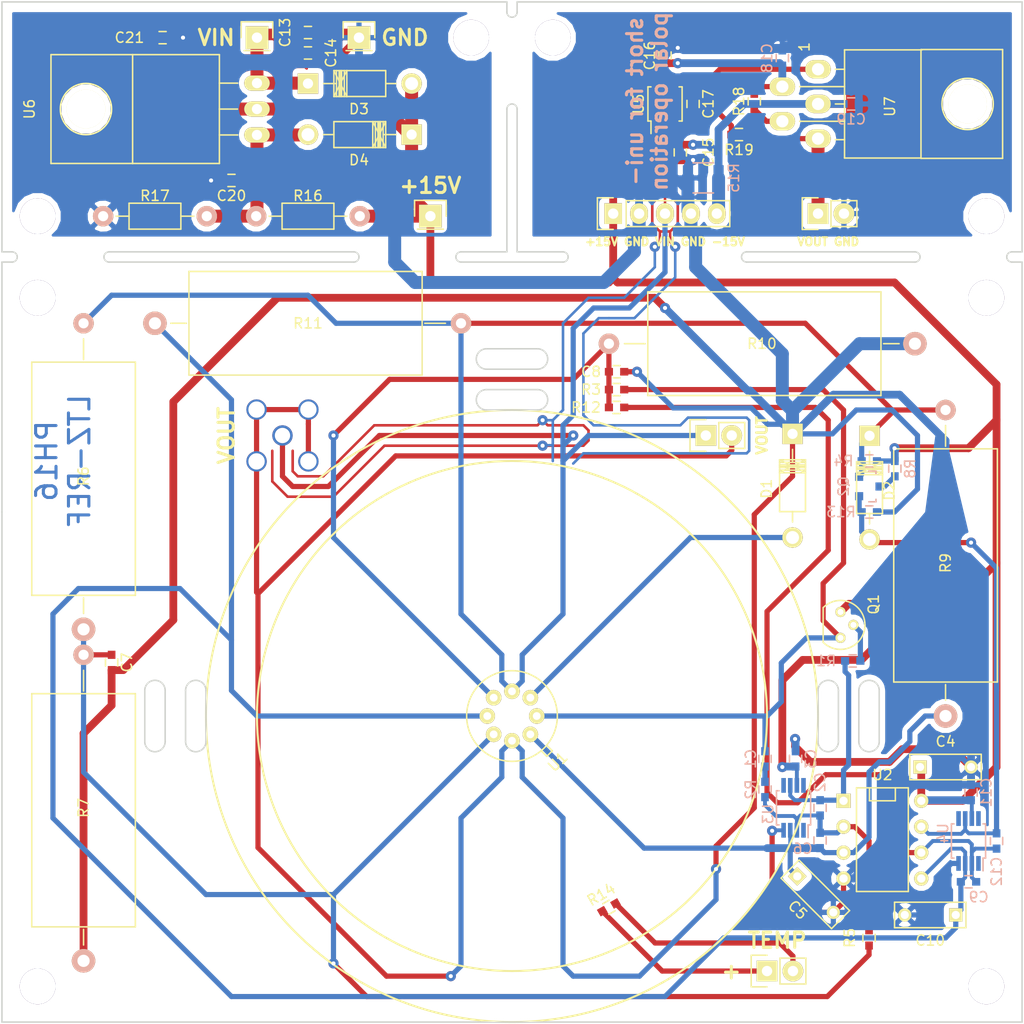
<source format=kicad_pcb>
(kicad_pcb (version 4) (host pcbnew 0.201509182047+6202~30~ubuntu14.04.1-product)

  (general
    (links 129)
    (no_connects 0)
    (area 44.915476 47.87412 155.084524 152.47626)
    (thickness 1.6)
    (drawings 113)
    (tracks 542)
    (zones 0)
    (modules 69)
    (nets 32)
  )

  (page A4)
  (layers
    (0 F.Cu signal)
    (31 B.Cu signal)
    (32 B.Adhes user)
    (33 F.Adhes user)
    (34 B.Paste user)
    (35 F.Paste user)
    (36 B.SilkS user)
    (37 F.SilkS user)
    (38 B.Mask user)
    (39 F.Mask user)
    (40 Dwgs.User user)
    (41 Cmts.User user)
    (42 Eco1.User user)
    (43 Eco2.User user)
    (44 Edge.Cuts user)
    (45 Margin user)
    (46 B.CrtYd user)
    (47 F.CrtYd user)
    (48 B.Fab user hide)
    (49 F.Fab user hide)
  )

  (setup
    (last_trace_width 0.25)
    (user_trace_width 0.254)
    (user_trace_width 0.381)
    (user_trace_width 0.508)
    (user_trace_width 0.762)
    (user_trace_width 1.27)
    (user_trace_width 2.54)
    (trace_clearance 0.2)
    (zone_clearance 0.508)
    (zone_45_only no)
    (trace_min 0.2)
    (segment_width 0.2)
    (edge_width 0.15)
    (via_size 1)
    (via_drill 0.4)
    (via_min_size 0.6)
    (via_min_drill 0.3)
    (uvia_size 0.3)
    (uvia_drill 0.1)
    (uvias_allowed no)
    (uvia_min_size 0.2)
    (uvia_min_drill 0.1)
    (pcb_text_width 0.3)
    (pcb_text_size 1.5 1.5)
    (mod_edge_width 0.15)
    (mod_text_size 1 1)
    (mod_text_width 0.15)
    (pad_size 2 2)
    (pad_drill 1.5)
    (pad_to_mask_clearance 0.2)
    (aux_axis_origin 50 150)
    (visible_elements FFFFFF7F)
    (pcbplotparams
      (layerselection 0x010f0_80000001)
      (usegerberextensions true)
      (excludeedgelayer true)
      (linewidth 0.100000)
      (plotframeref false)
      (viasonmask false)
      (mode 1)
      (useauxorigin true)
      (hpglpennumber 1)
      (hpglpenspeed 20)
      (hpglpendiameter 15)
      (hpglpenoverlay 2)
      (psnegative false)
      (psa4output false)
      (plotreference true)
      (plotvalue false)
      (plotinvisibletext false)
      (padsonsilk false)
      (subtractmaskfromsilk false)
      (outputformat 1)
      (mirror false)
      (drillshape 0)
      (scaleselection 1)
      (outputdirectory gerber/))
  )

  (net 0 "")
  (net 1 "Net-(C1-Pad1)")
  (net 2 "Net-(C1-Pad2)")
  (net 3 "Net-(C2-Pad1)")
  (net 4 "Net-(C2-Pad2)")
  (net 5 +15V)
  (net 6 GND)
  (net 7 "Net-(C5-Pad1)")
  (net 8 "Net-(C7-Pad2)")
  (net 9 "Net-(C8-Pad2)")
  (net 10 "Net-(C12-Pad2)")
  (net 11 "Net-(C10-Pad1)")
  (net 12 "Net-(C12-Pad1)")
  (net 13 -15V)
  (net 14 "Net-(C17-Pad1)")
  (net 15 "Net-(C17-Pad2)")
  (net 16 "Net-(C20-Pad1)")
  (net 17 "Net-(D1-Pad2)")
  (net 18 VREF+)
  (net 19 TEMP+)
  (net 20 TEMP-)
  (net 21 "Net-(P7-Pad1)")
  (net 22 "Net-(Q1-Pad2)")
  (net 23 "Net-(Q2-Pad3)")
  (net 24 "Net-(R18-Pad2)")
  (net 25 "Net-(U3-Pad1)")
  (net 26 "Net-(U3-Pad8)")
  (net 27 "Net-(U4-Pad1)")
  (net 28 "Net-(U4-Pad8)")
  (net 29 "Net-(U5-Pad9)")
  (net 30 "Net-(U5-Pad10)")
  (net 31 VIN)

  (net_class Default "This is the default net class."
    (clearance 0.2)
    (trace_width 0.25)
    (via_dia 1)
    (via_drill 0.4)
    (uvia_dia 0.3)
    (uvia_drill 0.1)
    (add_net +15V)
    (add_net -15V)
    (add_net GND)
    (add_net "Net-(C1-Pad1)")
    (add_net "Net-(C1-Pad2)")
    (add_net "Net-(C10-Pad1)")
    (add_net "Net-(C12-Pad1)")
    (add_net "Net-(C12-Pad2)")
    (add_net "Net-(C17-Pad1)")
    (add_net "Net-(C17-Pad2)")
    (add_net "Net-(C2-Pad1)")
    (add_net "Net-(C2-Pad2)")
    (add_net "Net-(C20-Pad1)")
    (add_net "Net-(C5-Pad1)")
    (add_net "Net-(C7-Pad2)")
    (add_net "Net-(C8-Pad2)")
    (add_net "Net-(D1-Pad2)")
    (add_net "Net-(P7-Pad1)")
    (add_net "Net-(Q1-Pad2)")
    (add_net "Net-(Q2-Pad3)")
    (add_net "Net-(R18-Pad2)")
    (add_net "Net-(U3-Pad1)")
    (add_net "Net-(U3-Pad8)")
    (add_net "Net-(U4-Pad1)")
    (add_net "Net-(U4-Pad8)")
    (add_net "Net-(U5-Pad10)")
    (add_net "Net-(U5-Pad9)")
    (add_net TEMP+)
    (add_net TEMP-)
    (add_net VIN)
    (add_net VREF+)
  )

  (module Mounting_Holes:MountingHole_3-5mm (layer F.Cu) (tedit 57CC4976) (tstamp 57CC4BD4)
    (at 53.5 71)
    (descr "Mounting hole, Befestigungsbohrung, 3,5mm, No Annular, Kein Restring,")
    (tags "Mounting hole, Befestigungsbohrung, 3,5mm, No Annular, Kein Restring,")
    (fp_text reference REF** (at 0 -4.50088) (layer F.SilkS) hide
      (effects (font (size 1 1) (thickness 0.15)))
    )
    (fp_text value MountingHole_3-5mm (at 0 5.00126) (layer F.Fab)
      (effects (font (size 1 1) (thickness 0.15)))
    )
    (fp_circle (center 0 0) (end 3.5 0) (layer Cmts.User) (width 0.381))
    (pad 1 thru_hole circle (at 0 0) (size 3.5 3.5) (drill 3.5) (layers))
  )

  (module Mounting_Holes:MountingHole_3-5mm (layer F.Cu) (tedit 57CC4976) (tstamp 57CC4BCB)
    (at 96 53.5)
    (descr "Mounting hole, Befestigungsbohrung, 3,5mm, No Annular, Kein Restring,")
    (tags "Mounting hole, Befestigungsbohrung, 3,5mm, No Annular, Kein Restring,")
    (fp_text reference REF** (at 0 -4.50088) (layer F.SilkS) hide
      (effects (font (size 1 1) (thickness 0.15)))
    )
    (fp_text value MountingHole_3-5mm (at 0 5.00126) (layer F.Fab)
      (effects (font (size 1 1) (thickness 0.15)))
    )
    (fp_circle (center 0 0) (end 3.5 0) (layer Cmts.User) (width 0.381))
    (pad 1 thru_hole circle (at 0 0) (size 3.5 3.5) (drill 3.5) (layers))
  )

  (module Mounting_Holes:MountingHole_3-5mm (layer F.Cu) (tedit 57CC4976) (tstamp 57CC4BC3)
    (at 104 53.5)
    (descr "Mounting hole, Befestigungsbohrung, 3,5mm, No Annular, Kein Restring,")
    (tags "Mounting hole, Befestigungsbohrung, 3,5mm, No Annular, Kein Restring,")
    (fp_text reference REF** (at 0 -4.50088) (layer F.SilkS) hide
      (effects (font (size 1 1) (thickness 0.15)))
    )
    (fp_text value MountingHole_3-5mm (at 0 5.00126) (layer F.Fab)
      (effects (font (size 1 1) (thickness 0.15)))
    )
    (fp_circle (center 0 0) (end 3.5 0) (layer Cmts.User) (width 0.381))
    (pad 1 thru_hole circle (at 0 0) (size 3.5 3.5) (drill 3.5) (layers))
  )

  (module Mounting_Holes:MountingHole_3-5mm (layer F.Cu) (tedit 57CC4976) (tstamp 57CC4BBA)
    (at 146.5 71)
    (descr "Mounting hole, Befestigungsbohrung, 3,5mm, No Annular, Kein Restring,")
    (tags "Mounting hole, Befestigungsbohrung, 3,5mm, No Annular, Kein Restring,")
    (fp_text reference REF** (at 0 -4.50088) (layer F.SilkS) hide
      (effects (font (size 1 1) (thickness 0.15)))
    )
    (fp_text value MountingHole_3-5mm (at 0 5.00126) (layer F.Fab)
      (effects (font (size 1 1) (thickness 0.15)))
    )
    (fp_circle (center 0 0) (end 3.5 0) (layer Cmts.User) (width 0.381))
    (pad 1 thru_hole circle (at 0 0) (size 3.5 3.5) (drill 3.5) (layers))
  )

  (module Mounting_Holes:MountingHole_3-5mm (layer F.Cu) (tedit 57CC4976) (tstamp 57CC4A00)
    (at 53.5 79)
    (descr "Mounting hole, Befestigungsbohrung, 3,5mm, No Annular, Kein Restring,")
    (tags "Mounting hole, Befestigungsbohrung, 3,5mm, No Annular, Kein Restring,")
    (fp_text reference REF** (at 0 -4.50088) (layer F.SilkS) hide
      (effects (font (size 1 1) (thickness 0.15)))
    )
    (fp_text value MountingHole_3-5mm (at 0 5.00126) (layer F.Fab)
      (effects (font (size 1 1) (thickness 0.15)))
    )
    (fp_circle (center 0 0) (end 3.5 0) (layer Cmts.User) (width 0.381))
    (pad 1 thru_hole circle (at 0 0) (size 3.5 3.5) (drill 3.5) (layers))
  )

  (module Mounting_Holes:MountingHole_3-5mm (layer F.Cu) (tedit 57CC4976) (tstamp 57CC49B0)
    (at 53.5 146.5)
    (descr "Mounting hole, Befestigungsbohrung, 3,5mm, No Annular, Kein Restring,")
    (tags "Mounting hole, Befestigungsbohrung, 3,5mm, No Annular, Kein Restring,")
    (fp_text reference REF** (at 0 -4.50088) (layer F.SilkS) hide
      (effects (font (size 1 1) (thickness 0.15)))
    )
    (fp_text value MountingHole_3-5mm (at 0 5.00126) (layer F.Fab)
      (effects (font (size 1 1) (thickness 0.15)))
    )
    (fp_circle (center 0 0) (end 3.5 0) (layer Cmts.User) (width 0.381))
    (pad 1 thru_hole circle (at 0 0) (size 3.5 3.5) (drill 3.5) (layers))
  )

  (module Mounting_Holes:MountingHole_3-5mm (layer F.Cu) (tedit 57CC4976) (tstamp 57CC49A9)
    (at 146.5 146.5)
    (descr "Mounting hole, Befestigungsbohrung, 3,5mm, No Annular, Kein Restring,")
    (tags "Mounting hole, Befestigungsbohrung, 3,5mm, No Annular, Kein Restring,")
    (fp_text reference REF** (at 0 -4.50088) (layer F.SilkS) hide
      (effects (font (size 1 1) (thickness 0.15)))
    )
    (fp_text value MountingHole_3-5mm (at 0 5.00126) (layer F.Fab)
      (effects (font (size 1 1) (thickness 0.15)))
    )
    (fp_circle (center 0 0) (end 3.5 0) (layer Cmts.User) (width 0.381))
    (pad 1 thru_hole circle (at 0 0) (size 3.5 3.5) (drill 3.5) (layers))
  )

  (module Capacitors_SMD:C_0603 (layer B.Cu) (tedit 5415D631) (tstamp 57CB053A)
    (at 124.8 124.2 270)
    (descr "Capacitor SMD 0603, reflow soldering, AVX (see smccp.pdf)")
    (tags "capacitor 0603")
    (path /57C2BA30)
    (attr smd)
    (fp_text reference C1 (at 0 1.4 270) (layer B.SilkS)
      (effects (font (size 1 1) (thickness 0.15)) (justify mirror))
    )
    (fp_text value 100n (at 0 -1.9 270) (layer B.Fab)
      (effects (font (size 1 1) (thickness 0.15)) (justify mirror))
    )
    (fp_line (start -1.45 0.75) (end 1.45 0.75) (layer B.CrtYd) (width 0.05))
    (fp_line (start -1.45 -0.75) (end 1.45 -0.75) (layer B.CrtYd) (width 0.05))
    (fp_line (start -1.45 0.75) (end -1.45 -0.75) (layer B.CrtYd) (width 0.05))
    (fp_line (start 1.45 0.75) (end 1.45 -0.75) (layer B.CrtYd) (width 0.05))
    (fp_line (start -0.35 0.6) (end 0.35 0.6) (layer B.SilkS) (width 0.15))
    (fp_line (start 0.35 -0.6) (end -0.35 -0.6) (layer B.SilkS) (width 0.15))
    (pad 1 smd rect (at -0.75 0 270) (size 0.8 0.75) (layers B.Cu B.Paste B.Mask)
      (net 1 "Net-(C1-Pad1)"))
    (pad 2 smd rect (at 0.75 0 270) (size 0.8 0.75) (layers B.Cu B.Paste B.Mask)
      (net 2 "Net-(C1-Pad2)"))
    (model Capacitors_SMD.3dshapes/C_0603.wrl
      (at (xyz 0 0 0))
      (scale (xyz 1 1 1))
      (rotate (xyz 0 0 0))
    )
  )

  (module Capacitors_SMD:C_0603 (layer B.Cu) (tedit 5415D631) (tstamp 57CB0540)
    (at 130.2 129 270)
    (descr "Capacitor SMD 0603, reflow soldering, AVX (see smccp.pdf)")
    (tags "capacitor 0603")
    (path /57C2CEFE)
    (attr smd)
    (fp_text reference C2 (at -2.493551 0 270) (layer B.SilkS)
      (effects (font (size 1 1) (thickness 0.15)) (justify mirror))
    )
    (fp_text value 10n? (at 0 -1.9 270) (layer B.Fab)
      (effects (font (size 1 1) (thickness 0.15)) (justify mirror))
    )
    (fp_line (start -1.45 0.75) (end 1.45 0.75) (layer B.CrtYd) (width 0.05))
    (fp_line (start -1.45 -0.75) (end 1.45 -0.75) (layer B.CrtYd) (width 0.05))
    (fp_line (start -1.45 0.75) (end -1.45 -0.75) (layer B.CrtYd) (width 0.05))
    (fp_line (start 1.45 0.75) (end 1.45 -0.75) (layer B.CrtYd) (width 0.05))
    (fp_line (start -0.35 0.6) (end 0.35 0.6) (layer B.SilkS) (width 0.15))
    (fp_line (start 0.35 -0.6) (end -0.35 -0.6) (layer B.SilkS) (width 0.15))
    (pad 1 smd rect (at -0.75 0 270) (size 0.8 0.75) (layers B.Cu B.Paste B.Mask)
      (net 3 "Net-(C2-Pad1)"))
    (pad 2 smd rect (at 0.75 0 270) (size 0.8 0.75) (layers B.Cu B.Paste B.Mask)
      (net 4 "Net-(C2-Pad2)"))
    (model Capacitors_SMD.3dshapes/C_0603.wrl
      (at (xyz 0 0 0))
      (scale (xyz 1 1 1))
      (rotate (xyz 0 0 0))
    )
  )

  (module Capacitors_SMD:C_0603 (layer B.Cu) (tedit 5415D631) (tstamp 57CB0546)
    (at 127.8 124.2 90)
    (descr "Capacitor SMD 0603, reflow soldering, AVX (see smccp.pdf)")
    (tags "capacitor 0603")
    (path /57C2CA10)
    (attr smd)
    (fp_text reference C3 (at 0 1.5 90) (layer B.SilkS)
      (effects (font (size 1 1) (thickness 0.15)) (justify mirror))
    )
    (fp_text value 100n (at 0 -1.9 90) (layer B.Fab)
      (effects (font (size 1 1) (thickness 0.15)) (justify mirror))
    )
    (fp_line (start -1.45 0.75) (end 1.45 0.75) (layer B.CrtYd) (width 0.05))
    (fp_line (start -1.45 -0.75) (end 1.45 -0.75) (layer B.CrtYd) (width 0.05))
    (fp_line (start -1.45 0.75) (end -1.45 -0.75) (layer B.CrtYd) (width 0.05))
    (fp_line (start 1.45 0.75) (end 1.45 -0.75) (layer B.CrtYd) (width 0.05))
    (fp_line (start -0.35 0.6) (end 0.35 0.6) (layer B.SilkS) (width 0.15))
    (fp_line (start 0.35 -0.6) (end -0.35 -0.6) (layer B.SilkS) (width 0.15))
    (pad 1 smd rect (at -0.75 0 90) (size 0.8 0.75) (layers B.Cu B.Paste B.Mask)
      (net 5 +15V))
    (pad 2 smd rect (at 0.75 0 90) (size 0.8 0.75) (layers B.Cu B.Paste B.Mask)
      (net 6 GND))
    (model Capacitors_SMD.3dshapes/C_0603.wrl
      (at (xyz 0 0 0))
      (scale (xyz 1 1 1))
      (rotate (xyz 0 0 0))
    )
  )

  (module Capacitors_SMD:C_0603 (layer B.Cu) (tedit 5415D631) (tstamp 57CB0558)
    (at 130.2 132.2 90)
    (descr "Capacitor SMD 0603, reflow soldering, AVX (see smccp.pdf)")
    (tags "capacitor 0603")
    (path /57C2CD0E)
    (attr smd)
    (fp_text reference C6 (at -0.8 -1.7 180) (layer B.SilkS)
      (effects (font (size 1 1) (thickness 0.15)) (justify mirror))
    )
    (fp_text value 100n? (at 0 -1.9 90) (layer B.Fab)
      (effects (font (size 1 1) (thickness 0.15)) (justify mirror))
    )
    (fp_line (start -1.45 0.75) (end 1.45 0.75) (layer B.CrtYd) (width 0.05))
    (fp_line (start -1.45 -0.75) (end 1.45 -0.75) (layer B.CrtYd) (width 0.05))
    (fp_line (start -1.45 0.75) (end -1.45 -0.75) (layer B.CrtYd) (width 0.05))
    (fp_line (start 1.45 0.75) (end 1.45 -0.75) (layer B.CrtYd) (width 0.05))
    (fp_line (start -0.35 0.6) (end 0.35 0.6) (layer B.SilkS) (width 0.15))
    (fp_line (start 0.35 -0.6) (end -0.35 -0.6) (layer B.SilkS) (width 0.15))
    (pad 1 smd rect (at -0.75 0 90) (size 0.8 0.75) (layers B.Cu B.Paste B.Mask)
      (net 7 "Net-(C5-Pad1)"))
    (pad 2 smd rect (at 0.75 0 90) (size 0.8 0.75) (layers B.Cu B.Paste B.Mask)
      (net 4 "Net-(C2-Pad2)"))
    (model Capacitors_SMD.3dshapes/C_0603.wrl
      (at (xyz 0 0 0))
      (scale (xyz 1 1 1))
      (rotate (xyz 0 0 0))
    )
  )

  (module Capacitors_SMD:C_0603 (layer F.Cu) (tedit 5415D631) (tstamp 57CB055E)
    (at 60.75 114.75 90)
    (descr "Capacitor SMD 0603, reflow soldering, AVX (see smccp.pdf)")
    (tags "capacitor 0603")
    (path /57C2E4D8)
    (attr smd)
    (fp_text reference C7 (at 0 1.5 90) (layer F.SilkS)
      (effects (font (size 1 1) (thickness 0.15)))
    )
    (fp_text value 100n? (at 0 1.9 90) (layer F.Fab)
      (effects (font (size 1 1) (thickness 0.15)))
    )
    (fp_line (start -1.45 -0.75) (end 1.45 -0.75) (layer F.CrtYd) (width 0.05))
    (fp_line (start -1.45 0.75) (end 1.45 0.75) (layer F.CrtYd) (width 0.05))
    (fp_line (start -1.45 -0.75) (end -1.45 0.75) (layer F.CrtYd) (width 0.05))
    (fp_line (start 1.45 -0.75) (end 1.45 0.75) (layer F.CrtYd) (width 0.05))
    (fp_line (start -0.35 -0.6) (end 0.35 -0.6) (layer F.SilkS) (width 0.15))
    (fp_line (start 0.35 0.6) (end -0.35 0.6) (layer F.SilkS) (width 0.15))
    (pad 1 smd rect (at -0.75 0 90) (size 0.8 0.75) (layers F.Cu F.Paste F.Mask)
      (net 6 GND))
    (pad 2 smd rect (at 0.75 0 90) (size 0.8 0.75) (layers F.Cu F.Paste F.Mask)
      (net 8 "Net-(C7-Pad2)"))
    (model Capacitors_SMD.3dshapes/C_0603.wrl
      (at (xyz 0 0 0))
      (scale (xyz 1 1 1))
      (rotate (xyz 0 0 0))
    )
  )

  (module Capacitors_SMD:C_0603 (layer F.Cu) (tedit 5415D631) (tstamp 57CB0564)
    (at 110.25 86.25 180)
    (descr "Capacitor SMD 0603, reflow soldering, AVX (see smccp.pdf)")
    (tags "capacitor 0603")
    (path /57C30B39)
    (attr smd)
    (fp_text reference C8 (at 2.5 0 180) (layer F.SilkS)
      (effects (font (size 1 1) (thickness 0.15)))
    )
    (fp_text value 100n? (at 0 1.9 180) (layer F.Fab)
      (effects (font (size 1 1) (thickness 0.15)))
    )
    (fp_line (start -1.45 -0.75) (end 1.45 -0.75) (layer F.CrtYd) (width 0.05))
    (fp_line (start -1.45 0.75) (end 1.45 0.75) (layer F.CrtYd) (width 0.05))
    (fp_line (start -1.45 -0.75) (end -1.45 0.75) (layer F.CrtYd) (width 0.05))
    (fp_line (start 1.45 -0.75) (end 1.45 0.75) (layer F.CrtYd) (width 0.05))
    (fp_line (start -0.35 -0.6) (end 0.35 -0.6) (layer F.SilkS) (width 0.15))
    (fp_line (start 0.35 0.6) (end -0.35 0.6) (layer F.SilkS) (width 0.15))
    (pad 1 smd rect (at -0.75 0 180) (size 0.8 0.75) (layers F.Cu F.Paste F.Mask)
      (net 6 GND))
    (pad 2 smd rect (at 0.75 0 180) (size 0.8 0.75) (layers F.Cu F.Paste F.Mask)
      (net 9 "Net-(C8-Pad2)"))
    (model Capacitors_SMD.3dshapes/C_0603.wrl
      (at (xyz 0 0 0))
      (scale (xyz 1 1 1))
      (rotate (xyz 0 0 0))
    )
  )

  (module Capacitors_SMD:C_0603 (layer B.Cu) (tedit 5415D631) (tstamp 57CB056A)
    (at 144.75 136.25 180)
    (descr "Capacitor SMD 0603, reflow soldering, AVX (see smccp.pdf)")
    (tags "capacitor 0603")
    (path /57C330C0)
    (attr smd)
    (fp_text reference C9 (at -1 -1.5 180) (layer B.SilkS)
      (effects (font (size 1 1) (thickness 0.15)) (justify mirror))
    )
    (fp_text value 100n? (at 0 -1.9 180) (layer B.Fab)
      (effects (font (size 1 1) (thickness 0.15)) (justify mirror))
    )
    (fp_line (start -1.45 0.75) (end 1.45 0.75) (layer B.CrtYd) (width 0.05))
    (fp_line (start -1.45 -0.75) (end 1.45 -0.75) (layer B.CrtYd) (width 0.05))
    (fp_line (start -1.45 0.75) (end -1.45 -0.75) (layer B.CrtYd) (width 0.05))
    (fp_line (start 1.45 0.75) (end 1.45 -0.75) (layer B.CrtYd) (width 0.05))
    (fp_line (start -0.35 0.6) (end 0.35 0.6) (layer B.SilkS) (width 0.15))
    (fp_line (start 0.35 -0.6) (end -0.35 -0.6) (layer B.SilkS) (width 0.15))
    (pad 1 smd rect (at -0.75 0 180) (size 0.8 0.75) (layers B.Cu B.Paste B.Mask)
      (net 10 "Net-(C12-Pad2)"))
    (pad 2 smd rect (at 0.75 0 180) (size 0.8 0.75) (layers B.Cu B.Paste B.Mask)
      (net 11 "Net-(C10-Pad1)"))
    (model Capacitors_SMD.3dshapes/C_0603.wrl
      (at (xyz 0 0 0))
      (scale (xyz 1 1 1))
      (rotate (xyz 0 0 0))
    )
  )

  (module Capacitors_SMD:C_0603 (layer B.Cu) (tedit 5415D631) (tstamp 57CB0576)
    (at 145 127.5 90)
    (descr "Capacitor SMD 0603, reflow soldering, AVX (see smccp.pdf)")
    (tags "capacitor 0603")
    (path /57C33A85)
    (attr smd)
    (fp_text reference C11 (at 0 1.5 90) (layer B.SilkS)
      (effects (font (size 1 1) (thickness 0.15)) (justify mirror))
    )
    (fp_text value 100n (at 0 -1.9 90) (layer B.Fab)
      (effects (font (size 1 1) (thickness 0.15)) (justify mirror))
    )
    (fp_line (start -1.45 0.75) (end 1.45 0.75) (layer B.CrtYd) (width 0.05))
    (fp_line (start -1.45 -0.75) (end 1.45 -0.75) (layer B.CrtYd) (width 0.05))
    (fp_line (start -1.45 0.75) (end -1.45 -0.75) (layer B.CrtYd) (width 0.05))
    (fp_line (start 1.45 0.75) (end 1.45 -0.75) (layer B.CrtYd) (width 0.05))
    (fp_line (start -0.35 0.6) (end 0.35 0.6) (layer B.SilkS) (width 0.15))
    (fp_line (start 0.35 -0.6) (end -0.35 -0.6) (layer B.SilkS) (width 0.15))
    (pad 1 smd rect (at -0.75 0 90) (size 0.8 0.75) (layers B.Cu B.Paste B.Mask)
      (net 5 +15V))
    (pad 2 smd rect (at 0.75 0 90) (size 0.8 0.75) (layers B.Cu B.Paste B.Mask)
      (net 6 GND))
    (model Capacitors_SMD.3dshapes/C_0603.wrl
      (at (xyz 0 0 0))
      (scale (xyz 1 1 1))
      (rotate (xyz 0 0 0))
    )
  )

  (module Capacitors_SMD:C_0603 (layer B.Cu) (tedit 5415D631) (tstamp 57CB057C)
    (at 147.5 132.25 270)
    (descr "Capacitor SMD 0603, reflow soldering, AVX (see smccp.pdf)")
    (tags "capacitor 0603")
    (path /57C333A8)
    (attr smd)
    (fp_text reference C12 (at 3 0 270) (layer B.SilkS)
      (effects (font (size 1 1) (thickness 0.15)) (justify mirror))
    )
    (fp_text value 100n? (at 0 -1.9 270) (layer B.Fab)
      (effects (font (size 1 1) (thickness 0.15)) (justify mirror))
    )
    (fp_line (start -1.45 0.75) (end 1.45 0.75) (layer B.CrtYd) (width 0.05))
    (fp_line (start -1.45 -0.75) (end 1.45 -0.75) (layer B.CrtYd) (width 0.05))
    (fp_line (start -1.45 0.75) (end -1.45 -0.75) (layer B.CrtYd) (width 0.05))
    (fp_line (start 1.45 0.75) (end 1.45 -0.75) (layer B.CrtYd) (width 0.05))
    (fp_line (start -0.35 0.6) (end 0.35 0.6) (layer B.SilkS) (width 0.15))
    (fp_line (start 0.35 -0.6) (end -0.35 -0.6) (layer B.SilkS) (width 0.15))
    (pad 1 smd rect (at -0.75 0 270) (size 0.8 0.75) (layers B.Cu B.Paste B.Mask)
      (net 12 "Net-(C12-Pad1)"))
    (pad 2 smd rect (at 0.75 0 270) (size 0.8 0.75) (layers B.Cu B.Paste B.Mask)
      (net 10 "Net-(C12-Pad2)"))
    (model Capacitors_SMD.3dshapes/C_0603.wrl
      (at (xyz 0 0 0))
      (scale (xyz 1 1 1))
      (rotate (xyz 0 0 0))
    )
  )

  (module Capacitors_SMD:C_0603 (layer F.Cu) (tedit 5415D631) (tstamp 57CB0582)
    (at 80 53)
    (descr "Capacitor SMD 0603, reflow soldering, AVX (see smccp.pdf)")
    (tags "capacitor 0603")
    (path /57CBEBB5)
    (attr smd)
    (fp_text reference C13 (at -2.25 0 90) (layer F.SilkS)
      (effects (font (size 1 1) (thickness 0.15)))
    )
    (fp_text value 10u (at 0 1.9) (layer F.Fab)
      (effects (font (size 1 1) (thickness 0.15)))
    )
    (fp_line (start -1.45 -0.75) (end 1.45 -0.75) (layer F.CrtYd) (width 0.05))
    (fp_line (start -1.45 0.75) (end 1.45 0.75) (layer F.CrtYd) (width 0.05))
    (fp_line (start -1.45 -0.75) (end -1.45 0.75) (layer F.CrtYd) (width 0.05))
    (fp_line (start 1.45 -0.75) (end 1.45 0.75) (layer F.CrtYd) (width 0.05))
    (fp_line (start -0.35 -0.6) (end 0.35 -0.6) (layer F.SilkS) (width 0.15))
    (fp_line (start 0.35 0.6) (end -0.35 0.6) (layer F.SilkS) (width 0.15))
    (pad 1 smd rect (at -0.75 0) (size 0.8 0.75) (layers F.Cu F.Paste F.Mask)
      (net 31 VIN))
    (pad 2 smd rect (at 0.75 0) (size 0.8 0.75) (layers F.Cu F.Paste F.Mask)
      (net 6 GND))
    (model Capacitors_SMD.3dshapes/C_0603.wrl
      (at (xyz 0 0 0))
      (scale (xyz 1 1 1))
      (rotate (xyz 0 0 0))
    )
  )

  (module Capacitors_SMD:C_0603 (layer F.Cu) (tedit 5415D631) (tstamp 57CB0588)
    (at 80 55)
    (descr "Capacitor SMD 0603, reflow soldering, AVX (see smccp.pdf)")
    (tags "capacitor 0603")
    (path /57CBEAF3)
    (attr smd)
    (fp_text reference C14 (at 2.25 0 90) (layer F.SilkS)
      (effects (font (size 1 1) (thickness 0.15)))
    )
    (fp_text value 100n (at 0 1.9) (layer F.Fab)
      (effects (font (size 1 1) (thickness 0.15)))
    )
    (fp_line (start -1.45 -0.75) (end 1.45 -0.75) (layer F.CrtYd) (width 0.05))
    (fp_line (start -1.45 0.75) (end 1.45 0.75) (layer F.CrtYd) (width 0.05))
    (fp_line (start -1.45 -0.75) (end -1.45 0.75) (layer F.CrtYd) (width 0.05))
    (fp_line (start 1.45 -0.75) (end 1.45 0.75) (layer F.CrtYd) (width 0.05))
    (fp_line (start -0.35 -0.6) (end 0.35 -0.6) (layer F.SilkS) (width 0.15))
    (fp_line (start 0.35 0.6) (end -0.35 0.6) (layer F.SilkS) (width 0.15))
    (pad 1 smd rect (at -0.75 0) (size 0.8 0.75) (layers F.Cu F.Paste F.Mask)
      (net 31 VIN))
    (pad 2 smd rect (at 0.75 0) (size 0.8 0.75) (layers F.Cu F.Paste F.Mask)
      (net 6 GND))
    (model Capacitors_SMD.3dshapes/C_0603.wrl
      (at (xyz 0 0 0))
      (scale (xyz 1 1 1))
      (rotate (xyz 0 0 0))
    )
  )

  (module Capacitors_SMD:C_0603 (layer F.Cu) (tedit 5415D631) (tstamp 57CB058E)
    (at 116.5 64.75 270)
    (descr "Capacitor SMD 0603, reflow soldering, AVX (see smccp.pdf)")
    (tags "capacitor 0603")
    (path /57CB50C8)
    (attr smd)
    (fp_text reference C15 (at 0 -2.75 270) (layer F.SilkS)
      (effects (font (size 1 1) (thickness 0.15)))
    )
    (fp_text value 100n (at 0 1.9 270) (layer F.Fab)
      (effects (font (size 1 1) (thickness 0.15)))
    )
    (fp_line (start -1.45 -0.75) (end 1.45 -0.75) (layer F.CrtYd) (width 0.05))
    (fp_line (start -1.45 0.75) (end 1.45 0.75) (layer F.CrtYd) (width 0.05))
    (fp_line (start -1.45 -0.75) (end -1.45 0.75) (layer F.CrtYd) (width 0.05))
    (fp_line (start 1.45 -0.75) (end 1.45 0.75) (layer F.CrtYd) (width 0.05))
    (fp_line (start -0.35 -0.6) (end 0.35 -0.6) (layer F.SilkS) (width 0.15))
    (fp_line (start 0.35 0.6) (end -0.35 0.6) (layer F.SilkS) (width 0.15))
    (pad 1 smd rect (at -0.75 0 270) (size 0.8 0.75) (layers F.Cu F.Paste F.Mask)
      (net 13 -15V))
    (pad 2 smd rect (at 0.75 0 270) (size 0.8 0.75) (layers F.Cu F.Paste F.Mask)
      (net 6 GND))
    (model Capacitors_SMD.3dshapes/C_0603.wrl
      (at (xyz 0 0 0))
      (scale (xyz 1 1 1))
      (rotate (xyz 0 0 0))
    )
  )

  (module Capacitors_SMD:C_0603 (layer F.Cu) (tedit 5415D631) (tstamp 57CB0594)
    (at 115 55.25 90)
    (descr "Capacitor SMD 0603, reflow soldering, AVX (see smccp.pdf)")
    (tags "capacitor 0603")
    (path /57CB17EE)
    (attr smd)
    (fp_text reference C16 (at 0 -1.5 90) (layer F.SilkS)
      (effects (font (size 1 1) (thickness 0.15)))
    )
    (fp_text value 100n (at 0 1.9 90) (layer F.Fab)
      (effects (font (size 1 1) (thickness 0.15)))
    )
    (fp_line (start -1.45 -0.75) (end 1.45 -0.75) (layer F.CrtYd) (width 0.05))
    (fp_line (start -1.45 0.75) (end 1.45 0.75) (layer F.CrtYd) (width 0.05))
    (fp_line (start -1.45 -0.75) (end -1.45 0.75) (layer F.CrtYd) (width 0.05))
    (fp_line (start 1.45 -0.75) (end 1.45 0.75) (layer F.CrtYd) (width 0.05))
    (fp_line (start -0.35 -0.6) (end 0.35 -0.6) (layer F.SilkS) (width 0.15))
    (fp_line (start 0.35 0.6) (end -0.35 0.6) (layer F.SilkS) (width 0.15))
    (pad 1 smd rect (at -0.75 0 90) (size 0.8 0.75) (layers F.Cu F.Paste F.Mask)
      (net 5 +15V))
    (pad 2 smd rect (at 0.75 0 90) (size 0.8 0.75) (layers F.Cu F.Paste F.Mask)
      (net 6 GND))
    (model Capacitors_SMD.3dshapes/C_0603.wrl
      (at (xyz 0 0 0))
      (scale (xyz 1 1 1))
      (rotate (xyz 0 0 0))
    )
  )

  (module Capacitors_SMD:C_0603 (layer F.Cu) (tedit 5415D631) (tstamp 57CB059A)
    (at 117.75 60 270)
    (descr "Capacitor SMD 0603, reflow soldering, AVX (see smccp.pdf)")
    (tags "capacitor 0603")
    (path /57CB29BF)
    (attr smd)
    (fp_text reference C17 (at 0 -1.5 270) (layer F.SilkS)
      (effects (font (size 1 1) (thickness 0.15)))
    )
    (fp_text value 100n (at 0 1.9 270) (layer F.Fab)
      (effects (font (size 1 1) (thickness 0.15)))
    )
    (fp_line (start -1.45 -0.75) (end 1.45 -0.75) (layer F.CrtYd) (width 0.05))
    (fp_line (start -1.45 0.75) (end 1.45 0.75) (layer F.CrtYd) (width 0.05))
    (fp_line (start -1.45 -0.75) (end -1.45 0.75) (layer F.CrtYd) (width 0.05))
    (fp_line (start 1.45 -0.75) (end 1.45 0.75) (layer F.CrtYd) (width 0.05))
    (fp_line (start -0.35 -0.6) (end 0.35 -0.6) (layer F.SilkS) (width 0.15))
    (fp_line (start 0.35 0.6) (end -0.35 0.6) (layer F.SilkS) (width 0.15))
    (pad 1 smd rect (at -0.75 0 270) (size 0.8 0.75) (layers F.Cu F.Paste F.Mask)
      (net 14 "Net-(C17-Pad1)"))
    (pad 2 smd rect (at 0.75 0 270) (size 0.8 0.75) (layers F.Cu F.Paste F.Mask)
      (net 15 "Net-(C17-Pad2)"))
    (model Capacitors_SMD.3dshapes/C_0603.wrl
      (at (xyz 0 0 0))
      (scale (xyz 1 1 1))
      (rotate (xyz 0 0 0))
    )
  )

  (module Capacitors_SMD:C_0603 (layer B.Cu) (tedit 5415D631) (tstamp 57CB05A0)
    (at 126.5 55.5 90)
    (descr "Capacitor SMD 0603, reflow soldering, AVX (see smccp.pdf)")
    (tags "capacitor 0603")
    (path /57CB0C8E)
    (attr smd)
    (fp_text reference C18 (at 0 -1.5 90) (layer B.SilkS)
      (effects (font (size 1 1) (thickness 0.15)) (justify mirror))
    )
    (fp_text value 100n (at 0 -1.9 90) (layer B.Fab)
      (effects (font (size 1 1) (thickness 0.15)) (justify mirror))
    )
    (fp_line (start -1.45 0.75) (end 1.45 0.75) (layer B.CrtYd) (width 0.05))
    (fp_line (start -1.45 -0.75) (end 1.45 -0.75) (layer B.CrtYd) (width 0.05))
    (fp_line (start -1.45 0.75) (end -1.45 -0.75) (layer B.CrtYd) (width 0.05))
    (fp_line (start 1.45 0.75) (end 1.45 -0.75) (layer B.CrtYd) (width 0.05))
    (fp_line (start -0.35 0.6) (end 0.35 0.6) (layer B.SilkS) (width 0.15))
    (fp_line (start 0.35 -0.6) (end -0.35 -0.6) (layer B.SilkS) (width 0.15))
    (pad 1 smd rect (at -0.75 0 90) (size 0.8 0.75) (layers B.Cu B.Paste B.Mask)
      (net 5 +15V))
    (pad 2 smd rect (at 0.75 0 90) (size 0.8 0.75) (layers B.Cu B.Paste B.Mask)
      (net 6 GND))
    (model Capacitors_SMD.3dshapes/C_0603.wrl
      (at (xyz 0 0 0))
      (scale (xyz 1 1 1))
      (rotate (xyz 0 0 0))
    )
  )

  (module Capacitors_SMD:C_0603 (layer B.Cu) (tedit 5415D631) (tstamp 57CB05A6)
    (at 133.25 60)
    (descr "Capacitor SMD 0603, reflow soldering, AVX (see smccp.pdf)")
    (tags "capacitor 0603")
    (path /57CB5253)
    (attr smd)
    (fp_text reference C19 (at 0 1.5) (layer B.SilkS)
      (effects (font (size 1 1) (thickness 0.15)) (justify mirror))
    )
    (fp_text value 100n (at 0 -1.9) (layer B.Fab)
      (effects (font (size 1 1) (thickness 0.15)) (justify mirror))
    )
    (fp_line (start -1.45 0.75) (end 1.45 0.75) (layer B.CrtYd) (width 0.05))
    (fp_line (start -1.45 -0.75) (end 1.45 -0.75) (layer B.CrtYd) (width 0.05))
    (fp_line (start -1.45 0.75) (end -1.45 -0.75) (layer B.CrtYd) (width 0.05))
    (fp_line (start 1.45 0.75) (end 1.45 -0.75) (layer B.CrtYd) (width 0.05))
    (fp_line (start -0.35 0.6) (end 0.35 0.6) (layer B.SilkS) (width 0.15))
    (fp_line (start 0.35 -0.6) (end -0.35 -0.6) (layer B.SilkS) (width 0.15))
    (pad 1 smd rect (at -0.75 0) (size 0.8 0.75) (layers B.Cu B.Paste B.Mask)
      (net 13 -15V))
    (pad 2 smd rect (at 0.75 0) (size 0.8 0.75) (layers B.Cu B.Paste B.Mask)
      (net 6 GND))
    (model Capacitors_SMD.3dshapes/C_0603.wrl
      (at (xyz 0 0 0))
      (scale (xyz 1 1 1))
      (rotate (xyz 0 0 0))
    )
  )

  (module Capacitors_SMD:C_0603 (layer F.Cu) (tedit 5415D631) (tstamp 57CB05AC)
    (at 72.5 67.5 180)
    (descr "Capacitor SMD 0603, reflow soldering, AVX (see smccp.pdf)")
    (tags "capacitor 0603")
    (path /57CBFDA8)
    (attr smd)
    (fp_text reference C20 (at 0 -1.5 180) (layer F.SilkS)
      (effects (font (size 1 1) (thickness 0.15)))
    )
    (fp_text value 10u (at 0 1.9 180) (layer F.Fab)
      (effects (font (size 1 1) (thickness 0.15)))
    )
    (fp_line (start -1.45 -0.75) (end 1.45 -0.75) (layer F.CrtYd) (width 0.05))
    (fp_line (start -1.45 0.75) (end 1.45 0.75) (layer F.CrtYd) (width 0.05))
    (fp_line (start -1.45 -0.75) (end -1.45 0.75) (layer F.CrtYd) (width 0.05))
    (fp_line (start 1.45 -0.75) (end 1.45 0.75) (layer F.CrtYd) (width 0.05))
    (fp_line (start -0.35 -0.6) (end 0.35 -0.6) (layer F.SilkS) (width 0.15))
    (fp_line (start 0.35 0.6) (end -0.35 0.6) (layer F.SilkS) (width 0.15))
    (pad 1 smd rect (at -0.75 0 180) (size 0.8 0.75) (layers F.Cu F.Paste F.Mask)
      (net 16 "Net-(C20-Pad1)"))
    (pad 2 smd rect (at 0.75 0 180) (size 0.8 0.75) (layers F.Cu F.Paste F.Mask)
      (net 6 GND))
    (model Capacitors_SMD.3dshapes/C_0603.wrl
      (at (xyz 0 0 0))
      (scale (xyz 1 1 1))
      (rotate (xyz 0 0 0))
    )
  )

  (module Capacitors_SMD:C_0603 (layer F.Cu) (tedit 5415D631) (tstamp 57CB05B2)
    (at 65.75 53.5)
    (descr "Capacitor SMD 0603, reflow soldering, AVX (see smccp.pdf)")
    (tags "capacitor 0603")
    (path /57CC004A)
    (attr smd)
    (fp_text reference C21 (at -3.25 0) (layer F.SilkS)
      (effects (font (size 1 1) (thickness 0.15)))
    )
    (fp_text value 1u (at 0 1.9) (layer F.Fab)
      (effects (font (size 1 1) (thickness 0.15)))
    )
    (fp_line (start -1.45 -0.75) (end 1.45 -0.75) (layer F.CrtYd) (width 0.05))
    (fp_line (start -1.45 0.75) (end 1.45 0.75) (layer F.CrtYd) (width 0.05))
    (fp_line (start -1.45 -0.75) (end -1.45 0.75) (layer F.CrtYd) (width 0.05))
    (fp_line (start 1.45 -0.75) (end 1.45 0.75) (layer F.CrtYd) (width 0.05))
    (fp_line (start -0.35 -0.6) (end 0.35 -0.6) (layer F.SilkS) (width 0.15))
    (fp_line (start 0.35 0.6) (end -0.35 0.6) (layer F.SilkS) (width 0.15))
    (pad 1 smd rect (at -0.75 0) (size 0.8 0.75) (layers F.Cu F.Paste F.Mask)
      (net 5 +15V))
    (pad 2 smd rect (at 0.75 0) (size 0.8 0.75) (layers F.Cu F.Paste F.Mask)
      (net 6 GND))
    (model Capacitors_SMD.3dshapes/C_0603.wrl
      (at (xyz 0 0 0))
      (scale (xyz 1 1 1))
      (rotate (xyz 0 0 0))
    )
  )

  (module Diodes_ThroughHole:Diode_DO-41_SOD81_Horizontal_RM10 (layer F.Cu) (tedit 552FFCCE) (tstamp 57CB05B8)
    (at 127.49746 92.34 270)
    (descr "Diode, DO-41, SOD81, Horizontal, RM 10mm,")
    (tags "Diode, DO-41, SOD81, Horizontal, RM 10mm, 1N4007, SB140,")
    (path /57C2B1E7)
    (fp_text reference D1 (at 5.38734 2.53746 270) (layer F.SilkS)
      (effects (font (size 1 1) (thickness 0.15)))
    )
    (fp_text value 1N4148 (at 4.37134 -3.55854 270) (layer F.Fab)
      (effects (font (size 1 1) (thickness 0.15)))
    )
    (fp_line (start 7.62 -0.00254) (end 8.636 -0.00254) (layer F.SilkS) (width 0.15))
    (fp_line (start 2.794 -0.00254) (end 1.524 -0.00254) (layer F.SilkS) (width 0.15))
    (fp_line (start 3.048 -1.27254) (end 3.048 1.26746) (layer F.SilkS) (width 0.15))
    (fp_line (start 3.302 -1.27254) (end 3.302 1.26746) (layer F.SilkS) (width 0.15))
    (fp_line (start 3.556 -1.27254) (end 3.556 1.26746) (layer F.SilkS) (width 0.15))
    (fp_line (start 2.794 -1.27254) (end 2.794 1.26746) (layer F.SilkS) (width 0.15))
    (fp_line (start 3.81 -1.27254) (end 2.54 1.26746) (layer F.SilkS) (width 0.15))
    (fp_line (start 2.54 -1.27254) (end 3.81 1.26746) (layer F.SilkS) (width 0.15))
    (fp_line (start 3.81 -1.27254) (end 3.81 1.26746) (layer F.SilkS) (width 0.15))
    (fp_line (start 3.175 -1.27254) (end 3.175 1.26746) (layer F.SilkS) (width 0.15))
    (fp_line (start 2.54 1.26746) (end 2.54 -1.27254) (layer F.SilkS) (width 0.15))
    (fp_line (start 2.54 -1.27254) (end 7.62 -1.27254) (layer F.SilkS) (width 0.15))
    (fp_line (start 7.62 -1.27254) (end 7.62 1.26746) (layer F.SilkS) (width 0.15))
    (fp_line (start 7.62 1.26746) (end 2.54 1.26746) (layer F.SilkS) (width 0.15))
    (pad 2 thru_hole circle (at 10.16 -0.00254 90) (size 1.99898 1.99898) (drill 1.27) (layers *.Cu *.Mask F.SilkS)
      (net 17 "Net-(D1-Pad2)"))
    (pad 1 thru_hole rect (at 0 -0.00254 90) (size 1.99898 1.99898) (drill 1.00076) (layers *.Cu *.Mask F.SilkS)
      (net 6 GND))
  )

  (module Diodes_ThroughHole:Diode_DO-41_SOD81_Horizontal_RM10 (layer F.Cu) (tedit 552FFCCE) (tstamp 57CB05BE)
    (at 135.04646 92.52949 270)
    (descr "Diode, DO-41, SOD81, Horizontal, RM 10mm,")
    (tags "Diode, DO-41, SOD81, Horizontal, RM 10mm, 1N4007, SB140,")
    (path /57C34ECA)
    (fp_text reference D2 (at 5.38734 -1.95354 270) (layer F.SilkS)
      (effects (font (size 1 1) (thickness 0.15)))
    )
    (fp_text value 1N4148? (at 4.37134 -3.55854 270) (layer F.Fab)
      (effects (font (size 1 1) (thickness 0.15)))
    )
    (fp_line (start 7.62 -0.00254) (end 8.636 -0.00254) (layer F.SilkS) (width 0.15))
    (fp_line (start 2.794 -0.00254) (end 1.524 -0.00254) (layer F.SilkS) (width 0.15))
    (fp_line (start 3.048 -1.27254) (end 3.048 1.26746) (layer F.SilkS) (width 0.15))
    (fp_line (start 3.302 -1.27254) (end 3.302 1.26746) (layer F.SilkS) (width 0.15))
    (fp_line (start 3.556 -1.27254) (end 3.556 1.26746) (layer F.SilkS) (width 0.15))
    (fp_line (start 2.794 -1.27254) (end 2.794 1.26746) (layer F.SilkS) (width 0.15))
    (fp_line (start 3.81 -1.27254) (end 2.54 1.26746) (layer F.SilkS) (width 0.15))
    (fp_line (start 2.54 -1.27254) (end 3.81 1.26746) (layer F.SilkS) (width 0.15))
    (fp_line (start 3.81 -1.27254) (end 3.81 1.26746) (layer F.SilkS) (width 0.15))
    (fp_line (start 3.175 -1.27254) (end 3.175 1.26746) (layer F.SilkS) (width 0.15))
    (fp_line (start 2.54 1.26746) (end 2.54 -1.27254) (layer F.SilkS) (width 0.15))
    (fp_line (start 2.54 -1.27254) (end 7.62 -1.27254) (layer F.SilkS) (width 0.15))
    (fp_line (start 7.62 -1.27254) (end 7.62 1.26746) (layer F.SilkS) (width 0.15))
    (fp_line (start 7.62 1.26746) (end 2.54 1.26746) (layer F.SilkS) (width 0.15))
    (pad 2 thru_hole circle (at 10.16 -0.00254 90) (size 1.99898 1.99898) (drill 1.27) (layers *.Cu *.Mask F.SilkS)
      (net 12 "Net-(C12-Pad1)"))
    (pad 1 thru_hole rect (at 0 -0.00254 90) (size 1.99898 1.99898) (drill 1.00076) (layers *.Cu *.Mask F.SilkS)
      (net 18 VREF+))
  )

  (module Diodes_ThroughHole:Diode_DO-41_SOD81_Horizontal_RM10 (layer F.Cu) (tedit 552FFCCE) (tstamp 57CB05C4)
    (at 80 58.00254)
    (descr "Diode, DO-41, SOD81, Horizontal, RM 10mm,")
    (tags "Diode, DO-41, SOD81, Horizontal, RM 10mm, 1N4007, SB140,")
    (path /57CBE7DC)
    (fp_text reference D3 (at 5 2.49746) (layer F.SilkS)
      (effects (font (size 1 1) (thickness 0.15)))
    )
    (fp_text value 1N4001 (at 4.37134 -3.55854) (layer F.Fab)
      (effects (font (size 1 1) (thickness 0.15)))
    )
    (fp_line (start 7.62 -0.00254) (end 8.636 -0.00254) (layer F.SilkS) (width 0.15))
    (fp_line (start 2.794 -0.00254) (end 1.524 -0.00254) (layer F.SilkS) (width 0.15))
    (fp_line (start 3.048 -1.27254) (end 3.048 1.26746) (layer F.SilkS) (width 0.15))
    (fp_line (start 3.302 -1.27254) (end 3.302 1.26746) (layer F.SilkS) (width 0.15))
    (fp_line (start 3.556 -1.27254) (end 3.556 1.26746) (layer F.SilkS) (width 0.15))
    (fp_line (start 2.794 -1.27254) (end 2.794 1.26746) (layer F.SilkS) (width 0.15))
    (fp_line (start 3.81 -1.27254) (end 2.54 1.26746) (layer F.SilkS) (width 0.15))
    (fp_line (start 2.54 -1.27254) (end 3.81 1.26746) (layer F.SilkS) (width 0.15))
    (fp_line (start 3.81 -1.27254) (end 3.81 1.26746) (layer F.SilkS) (width 0.15))
    (fp_line (start 3.175 -1.27254) (end 3.175 1.26746) (layer F.SilkS) (width 0.15))
    (fp_line (start 2.54 1.26746) (end 2.54 -1.27254) (layer F.SilkS) (width 0.15))
    (fp_line (start 2.54 -1.27254) (end 7.62 -1.27254) (layer F.SilkS) (width 0.15))
    (fp_line (start 7.62 -1.27254) (end 7.62 1.26746) (layer F.SilkS) (width 0.15))
    (fp_line (start 7.62 1.26746) (end 2.54 1.26746) (layer F.SilkS) (width 0.15))
    (pad 2 thru_hole circle (at 10.16 -0.00254 180) (size 1.99898 1.99898) (drill 1.27) (layers *.Cu *.Mask F.SilkS)
      (net 5 +15V))
    (pad 1 thru_hole rect (at 0 -0.00254 180) (size 1.99898 1.99898) (drill 1.00076) (layers *.Cu *.Mask F.SilkS)
      (net 31 VIN))
  )

  (module Diodes_ThroughHole:Diode_DO-41_SOD81_Horizontal_RM10 (layer F.Cu) (tedit 552FFCCE) (tstamp 57CB05CA)
    (at 90.16 63 180)
    (descr "Diode, DO-41, SOD81, Horizontal, RM 10mm,")
    (tags "Diode, DO-41, SOD81, Horizontal, RM 10mm, 1N4007, SB140,")
    (path /57CBFF52)
    (fp_text reference D4 (at 5.16 -2.5 180) (layer F.SilkS)
      (effects (font (size 1 1) (thickness 0.15)))
    )
    (fp_text value 1N4001 (at 4.37134 -3.55854 180) (layer F.Fab)
      (effects (font (size 1 1) (thickness 0.15)))
    )
    (fp_line (start 7.62 -0.00254) (end 8.636 -0.00254) (layer F.SilkS) (width 0.15))
    (fp_line (start 2.794 -0.00254) (end 1.524 -0.00254) (layer F.SilkS) (width 0.15))
    (fp_line (start 3.048 -1.27254) (end 3.048 1.26746) (layer F.SilkS) (width 0.15))
    (fp_line (start 3.302 -1.27254) (end 3.302 1.26746) (layer F.SilkS) (width 0.15))
    (fp_line (start 3.556 -1.27254) (end 3.556 1.26746) (layer F.SilkS) (width 0.15))
    (fp_line (start 2.794 -1.27254) (end 2.794 1.26746) (layer F.SilkS) (width 0.15))
    (fp_line (start 3.81 -1.27254) (end 2.54 1.26746) (layer F.SilkS) (width 0.15))
    (fp_line (start 2.54 -1.27254) (end 3.81 1.26746) (layer F.SilkS) (width 0.15))
    (fp_line (start 3.81 -1.27254) (end 3.81 1.26746) (layer F.SilkS) (width 0.15))
    (fp_line (start 3.175 -1.27254) (end 3.175 1.26746) (layer F.SilkS) (width 0.15))
    (fp_line (start 2.54 1.26746) (end 2.54 -1.27254) (layer F.SilkS) (width 0.15))
    (fp_line (start 2.54 -1.27254) (end 7.62 -1.27254) (layer F.SilkS) (width 0.15))
    (fp_line (start 7.62 -1.27254) (end 7.62 1.26746) (layer F.SilkS) (width 0.15))
    (fp_line (start 7.62 1.26746) (end 2.54 1.26746) (layer F.SilkS) (width 0.15))
    (pad 2 thru_hole circle (at 10.16 -0.00254) (size 1.99898 1.99898) (drill 1.27) (layers *.Cu *.Mask F.SilkS)
      (net 16 "Net-(C20-Pad1)"))
    (pad 1 thru_hole rect (at 0 -0.00254) (size 1.99898 1.99898) (drill 1.00076) (layers *.Cu *.Mask F.SilkS)
      (net 5 +15V))
  )

  (module Pin_Headers:Pin_Header_Straight_1x02 (layer F.Cu) (tedit 57CC4ABF) (tstamp 57CB05D0)
    (at 125 145 90)
    (descr "Through hole pin header")
    (tags "pin header")
    (path /57CBD04C)
    (fp_text reference P1 (at 0 -5.1 90) (layer F.SilkS) hide
      (effects (font (size 1 1) (thickness 0.15)))
    )
    (fp_text value CONN_01X02 (at 0 -3.1 90) (layer F.Fab)
      (effects (font (size 1 1) (thickness 0.15)))
    )
    (fp_line (start 1.27 1.27) (end 1.27 3.81) (layer F.SilkS) (width 0.15))
    (fp_line (start 1.55 -1.55) (end 1.55 0) (layer F.SilkS) (width 0.15))
    (fp_line (start -1.75 -1.75) (end -1.75 4.3) (layer F.CrtYd) (width 0.05))
    (fp_line (start 1.75 -1.75) (end 1.75 4.3) (layer F.CrtYd) (width 0.05))
    (fp_line (start -1.75 -1.75) (end 1.75 -1.75) (layer F.CrtYd) (width 0.05))
    (fp_line (start -1.75 4.3) (end 1.75 4.3) (layer F.CrtYd) (width 0.05))
    (fp_line (start 1.27 1.27) (end -1.27 1.27) (layer F.SilkS) (width 0.15))
    (fp_line (start -1.55 0) (end -1.55 -1.55) (layer F.SilkS) (width 0.15))
    (fp_line (start -1.55 -1.55) (end 1.55 -1.55) (layer F.SilkS) (width 0.15))
    (fp_line (start -1.27 1.27) (end -1.27 3.81) (layer F.SilkS) (width 0.15))
    (fp_line (start -1.27 3.81) (end 1.27 3.81) (layer F.SilkS) (width 0.15))
    (pad 1 thru_hole rect (at 0 0 90) (size 2.032 2.032) (drill 1.016) (layers *.Cu *.Mask F.SilkS)
      (net 19 TEMP+))
    (pad 2 thru_hole oval (at 0 2.54 90) (size 2.032 2.032) (drill 1.016) (layers *.Cu *.Mask F.SilkS)
      (net 20 TEMP-))
    (model Pin_Headers.3dshapes/Pin_Header_Straight_1x02.wrl
      (at (xyz 0 -0.05 0))
      (scale (xyz 1 1 1))
      (rotate (xyz 0 0 90))
    )
  )

  (module Pin_Headers:Pin_Header_Straight_1x02 (layer F.Cu) (tedit 57CC4D45) (tstamp 57CB05D6)
    (at 119 92.5 90)
    (descr "Through hole pin header")
    (tags "pin header")
    (path /57CBD766)
    (fp_text reference P2 (at 0 -5.1 90) (layer F.SilkS) hide
      (effects (font (size 1 1) (thickness 0.15)))
    )
    (fp_text value CONN_01X02 (at 0 -3.1 90) (layer F.Fab)
      (effects (font (size 1 1) (thickness 0.15)))
    )
    (fp_line (start 1.27 1.27) (end 1.27 3.81) (layer F.SilkS) (width 0.15))
    (fp_line (start 1.55 -1.55) (end 1.55 0) (layer F.SilkS) (width 0.15))
    (fp_line (start -1.75 -1.75) (end -1.75 4.3) (layer F.CrtYd) (width 0.05))
    (fp_line (start 1.75 -1.75) (end 1.75 4.3) (layer F.CrtYd) (width 0.05))
    (fp_line (start -1.75 -1.75) (end 1.75 -1.75) (layer F.CrtYd) (width 0.05))
    (fp_line (start -1.75 4.3) (end 1.75 4.3) (layer F.CrtYd) (width 0.05))
    (fp_line (start 1.27 1.27) (end -1.27 1.27) (layer F.SilkS) (width 0.15))
    (fp_line (start -1.55 0) (end -1.55 -1.55) (layer F.SilkS) (width 0.15))
    (fp_line (start -1.55 -1.55) (end 1.55 -1.55) (layer F.SilkS) (width 0.15))
    (fp_line (start -1.27 1.27) (end -1.27 3.81) (layer F.SilkS) (width 0.15))
    (fp_line (start -1.27 3.81) (end 1.27 3.81) (layer F.SilkS) (width 0.15))
    (pad 1 thru_hole rect (at 0 0 90) (size 2.032 2.032) (drill 1.016) (layers *.Cu *.Mask F.SilkS)
      (net 18 VREF+))
    (pad 2 thru_hole oval (at 0 2.54 90) (size 2.032 2.032) (drill 1.016) (layers *.Cu *.Mask F.SilkS)
      (net 6 GND))
    (model Pin_Headers.3dshapes/Pin_Header_Straight_1x02.wrl
      (at (xyz 0 -0.05 0))
      (scale (xyz 1 1 1))
      (rotate (xyz 0 0 90))
    )
  )

  (module Pin_Headers:Pin_Header_Straight_1x05 (layer F.Cu) (tedit 57CC3F2F) (tstamp 57CB05DF)
    (at 109.92 70.75 90)
    (descr "Through hole pin header")
    (tags "pin header")
    (path /57CB8D93)
    (fp_text reference P3 (at 0 -5.1 90) (layer F.SilkS) hide
      (effects (font (size 1 1) (thickness 0.15)))
    )
    (fp_text value CONN_01X05 (at 0 -3.1 90) (layer F.Fab)
      (effects (font (size 1 1) (thickness 0.15)))
    )
    (fp_line (start -1.55 0) (end -1.55 -1.55) (layer F.SilkS) (width 0.15))
    (fp_line (start -1.55 -1.55) (end 1.55 -1.55) (layer F.SilkS) (width 0.15))
    (fp_line (start 1.55 -1.55) (end 1.55 0) (layer F.SilkS) (width 0.15))
    (fp_line (start -1.75 -1.75) (end -1.75 11.95) (layer F.CrtYd) (width 0.05))
    (fp_line (start 1.75 -1.75) (end 1.75 11.95) (layer F.CrtYd) (width 0.05))
    (fp_line (start -1.75 -1.75) (end 1.75 -1.75) (layer F.CrtYd) (width 0.05))
    (fp_line (start -1.75 11.95) (end 1.75 11.95) (layer F.CrtYd) (width 0.05))
    (fp_line (start 1.27 1.27) (end 1.27 11.43) (layer F.SilkS) (width 0.15))
    (fp_line (start 1.27 11.43) (end -1.27 11.43) (layer F.SilkS) (width 0.15))
    (fp_line (start -1.27 11.43) (end -1.27 1.27) (layer F.SilkS) (width 0.15))
    (fp_line (start 1.27 1.27) (end -1.27 1.27) (layer F.SilkS) (width 0.15))
    (pad 1 thru_hole rect (at 0 0 90) (size 2.032 1.7272) (drill 1.016) (layers *.Cu *.Mask F.SilkS)
      (net 5 +15V))
    (pad 2 thru_hole oval (at 0 2.54 90) (size 2.032 1.7272) (drill 1.016) (layers *.Cu *.Mask F.SilkS)
      (net 6 GND))
    (pad 3 thru_hole oval (at 0 5.08 90) (size 2.032 1.7272) (drill 1.016) (layers *.Cu *.Mask F.SilkS)
      (net 18 VREF+))
    (pad 4 thru_hole oval (at 0 7.62 90) (size 2.032 1.7272) (drill 1.016) (layers *.Cu *.Mask F.SilkS)
      (net 6 GND))
    (pad 5 thru_hole oval (at 0 10.16 90) (size 2.032 1.7272) (drill 1.016) (layers *.Cu *.Mask F.SilkS)
      (net 13 -15V))
    (model Pin_Headers.3dshapes/Pin_Header_Straight_1x05.wrl
      (at (xyz 0 -0.2 0))
      (scale (xyz 1 1 1))
      (rotate (xyz 0 0 90))
    )
  )

  (module Pin_Headers:Pin_Header_Straight_1x01 (layer F.Cu) (tedit 57CC3815) (tstamp 57CB05E4)
    (at 85 53.5)
    (descr "Through hole pin header")
    (tags "pin header")
    (path /57CC18C5)
    (fp_text reference P4 (at 3 0 90) (layer F.SilkS) hide
      (effects (font (size 1 1) (thickness 0.15)))
    )
    (fp_text value CONN_01X01 (at 0 -3.1) (layer F.Fab)
      (effects (font (size 1 1) (thickness 0.15)))
    )
    (fp_line (start 1.55 -1.55) (end 1.55 0) (layer F.SilkS) (width 0.15))
    (fp_line (start -1.75 -1.75) (end -1.75 1.75) (layer F.CrtYd) (width 0.05))
    (fp_line (start 1.75 -1.75) (end 1.75 1.75) (layer F.CrtYd) (width 0.05))
    (fp_line (start -1.75 -1.75) (end 1.75 -1.75) (layer F.CrtYd) (width 0.05))
    (fp_line (start -1.75 1.75) (end 1.75 1.75) (layer F.CrtYd) (width 0.05))
    (fp_line (start -1.55 0) (end -1.55 -1.55) (layer F.SilkS) (width 0.15))
    (fp_line (start -1.55 -1.55) (end 1.55 -1.55) (layer F.SilkS) (width 0.15))
    (fp_line (start -1.27 1.27) (end 1.27 1.27) (layer F.SilkS) (width 0.15))
    (pad 1 thru_hole rect (at 0 0) (size 2.2352 2.2352) (drill 1.016) (layers *.Cu *.Mask F.SilkS)
      (net 6 GND))
    (model Pin_Headers.3dshapes/Pin_Header_Straight_1x01.wrl
      (at (xyz 0 0 0))
      (scale (xyz 1 1 1))
      (rotate (xyz 0 0 90))
    )
  )

  (module Pin_Headers:Pin_Header_Straight_1x01 (layer F.Cu) (tedit 57CC3813) (tstamp 57CB05E9)
    (at 75 53.5)
    (descr "Through hole pin header")
    (tags "pin header")
    (path /57CC16B3)
    (fp_text reference P5 (at -3 0 90) (layer F.SilkS) hide
      (effects (font (size 1 1) (thickness 0.15)))
    )
    (fp_text value CONN_01X01 (at 0 -3.1) (layer F.Fab)
      (effects (font (size 1 1) (thickness 0.15)))
    )
    (fp_line (start 1.55 -1.55) (end 1.55 0) (layer F.SilkS) (width 0.15))
    (fp_line (start -1.75 -1.75) (end -1.75 1.75) (layer F.CrtYd) (width 0.05))
    (fp_line (start 1.75 -1.75) (end 1.75 1.75) (layer F.CrtYd) (width 0.05))
    (fp_line (start -1.75 -1.75) (end 1.75 -1.75) (layer F.CrtYd) (width 0.05))
    (fp_line (start -1.75 1.75) (end 1.75 1.75) (layer F.CrtYd) (width 0.05))
    (fp_line (start -1.55 0) (end -1.55 -1.55) (layer F.SilkS) (width 0.15))
    (fp_line (start -1.55 -1.55) (end 1.55 -1.55) (layer F.SilkS) (width 0.15))
    (fp_line (start -1.27 1.27) (end 1.27 1.27) (layer F.SilkS) (width 0.15))
    (pad 1 thru_hole rect (at 0 0) (size 2.2352 2.2352) (drill 1.016) (layers *.Cu *.Mask F.SilkS)
      (net 31 VIN))
    (model Pin_Headers.3dshapes/Pin_Header_Straight_1x01.wrl
      (at (xyz 0 0 0))
      (scale (xyz 1 1 1))
      (rotate (xyz 0 0 90))
    )
  )

  (module Pin_Headers:Pin_Header_Straight_1x01 (layer F.Cu) (tedit 57CC3818) (tstamp 57CB05EE)
    (at 92 71)
    (descr "Through hole pin header")
    (tags "pin header")
    (path /57CC2694)
    (fp_text reference P6 (at 0 -5.1) (layer F.SilkS) hide
      (effects (font (size 1 1) (thickness 0.15)))
    )
    (fp_text value CONN_01X01 (at 0 -3.1) (layer F.Fab)
      (effects (font (size 1 1) (thickness 0.15)))
    )
    (fp_line (start 1.55 -1.55) (end 1.55 0) (layer F.SilkS) (width 0.15))
    (fp_line (start -1.75 -1.75) (end -1.75 1.75) (layer F.CrtYd) (width 0.05))
    (fp_line (start 1.75 -1.75) (end 1.75 1.75) (layer F.CrtYd) (width 0.05))
    (fp_line (start -1.75 -1.75) (end 1.75 -1.75) (layer F.CrtYd) (width 0.05))
    (fp_line (start -1.75 1.75) (end 1.75 1.75) (layer F.CrtYd) (width 0.05))
    (fp_line (start -1.55 0) (end -1.55 -1.55) (layer F.SilkS) (width 0.15))
    (fp_line (start -1.55 -1.55) (end 1.55 -1.55) (layer F.SilkS) (width 0.15))
    (fp_line (start -1.27 1.27) (end 1.27 1.27) (layer F.SilkS) (width 0.15))
    (pad 1 thru_hole rect (at 0 0) (size 2.2352 2.2352) (drill 1.016) (layers *.Cu *.Mask F.SilkS)
      (net 5 +15V))
    (model Pin_Headers.3dshapes/Pin_Header_Straight_1x01.wrl
      (at (xyz 0 0 0))
      (scale (xyz 1 1 1))
      (rotate (xyz 0 0 90))
    )
  )

  (module Pin_Headers:Pin_Header_Straight_1x02 (layer F.Cu) (tedit 57CC3F2B) (tstamp 57CB05F4)
    (at 130 70.75 90)
    (descr "Through hole pin header")
    (tags "pin header")
    (path /57CB9CB8)
    (fp_text reference P7 (at 0 -2.5 90) (layer F.SilkS) hide
      (effects (font (size 1 1) (thickness 0.15)))
    )
    (fp_text value CONN_01X02 (at 0 -3.1 90) (layer F.Fab)
      (effects (font (size 1 1) (thickness 0.15)))
    )
    (fp_line (start 1.27 1.27) (end 1.27 3.81) (layer F.SilkS) (width 0.15))
    (fp_line (start 1.55 -1.55) (end 1.55 0) (layer F.SilkS) (width 0.15))
    (fp_line (start -1.75 -1.75) (end -1.75 4.3) (layer F.CrtYd) (width 0.05))
    (fp_line (start 1.75 -1.75) (end 1.75 4.3) (layer F.CrtYd) (width 0.05))
    (fp_line (start -1.75 -1.75) (end 1.75 -1.75) (layer F.CrtYd) (width 0.05))
    (fp_line (start -1.75 4.3) (end 1.75 4.3) (layer F.CrtYd) (width 0.05))
    (fp_line (start 1.27 1.27) (end -1.27 1.27) (layer F.SilkS) (width 0.15))
    (fp_line (start -1.55 0) (end -1.55 -1.55) (layer F.SilkS) (width 0.15))
    (fp_line (start -1.55 -1.55) (end 1.55 -1.55) (layer F.SilkS) (width 0.15))
    (fp_line (start -1.27 1.27) (end -1.27 3.81) (layer F.SilkS) (width 0.15))
    (fp_line (start -1.27 3.81) (end 1.27 3.81) (layer F.SilkS) (width 0.15))
    (pad 1 thru_hole rect (at 0 0 90) (size 2.032 2.032) (drill 1.016) (layers *.Cu *.Mask F.SilkS)
      (net 21 "Net-(P7-Pad1)"))
    (pad 2 thru_hole oval (at 0 2.54 90) (size 2.032 2.032) (drill 1.016) (layers *.Cu *.Mask F.SilkS)
      (net 6 GND))
    (model Pin_Headers.3dshapes/Pin_Header_Straight_1x02.wrl
      (at (xyz 0 -0.05 0))
      (scale (xyz 1 1 1))
      (rotate (xyz 0 0 90))
    )
  )

  (module Housings_TO-92:TO-92_Molded_Narrow (layer F.Cu) (tedit 54F242E1) (tstamp 57CB05FB)
    (at 132.2 109.8 270)
    (descr "TO-92 leads molded, narrow, drill 0.6mm (see NXP sot054_po.pdf)")
    (tags "to-92 sc-43 sc-43a sot54 PA33 transistor")
    (path /57C2B020)
    (fp_text reference Q1 (at -0.75 -3.25 270) (layer F.SilkS)
      (effects (font (size 1 1) (thickness 0.15)))
    )
    (fp_text value 2N3904 (at 0 3 270) (layer F.Fab)
      (effects (font (size 1 1) (thickness 0.15)))
    )
    (fp_line (start -1.4 1.95) (end -1.4 -2.65) (layer F.CrtYd) (width 0.05))
    (fp_line (start -1.4 1.95) (end 3.9 1.95) (layer F.CrtYd) (width 0.05))
    (fp_line (start -0.43 1.7) (end 2.97 1.7) (layer F.SilkS) (width 0.15))
    (fp_arc (start 1.27 0) (end 1.27 -2.4) (angle -135) (layer F.SilkS) (width 0.15))
    (fp_arc (start 1.27 0) (end 1.27 -2.4) (angle 135) (layer F.SilkS) (width 0.15))
    (fp_line (start -1.4 -2.65) (end 3.9 -2.65) (layer F.CrtYd) (width 0.05))
    (fp_line (start 3.9 1.95) (end 3.9 -2.65) (layer F.CrtYd) (width 0.05))
    (pad 2 thru_hole circle (at 1.27 -1.27) (size 1.00076 1.00076) (drill 0.6) (layers *.Cu *.Mask F.SilkS)
      (net 22 "Net-(Q1-Pad2)"))
    (pad 3 thru_hole circle (at 2.54 0) (size 1.00076 1.00076) (drill 0.6) (layers *.Cu *.Mask F.SilkS)
      (net 1 "Net-(C1-Pad1)"))
    (pad 1 thru_hole circle (at 0 0) (size 1.00076 1.00076) (drill 0.6) (layers *.Cu *.Mask F.SilkS)
      (net 5 +15V))
    (model Housings_TO-92.3dshapes/TO-92_Molded_Narrow.wrl
      (at (xyz 0.05 0 0))
      (scale (xyz 1 1 1))
      (rotate (xyz 0 0 -90))
    )
  )

  (module Housings_SOT-23_SOT-143_TSOT-6:SOT-23 (layer B.Cu) (tedit 553634F8) (tstamp 57CB0602)
    (at 135.028596 97.5 90)
    (descr "SOT-23, Standard")
    (tags SOT-23)
    (path /57C39FC7)
    (attr smd)
    (fp_text reference Q2 (at 0 -2.528596 90) (layer B.SilkS)
      (effects (font (size 1 1) (thickness 0.15)) (justify mirror))
    )
    (fp_text value 2n7002 (at 0 -2.3 90) (layer B.Fab)
      (effects (font (size 1 1) (thickness 0.15)) (justify mirror))
    )
    (fp_line (start -1.65 1.6) (end 1.65 1.6) (layer B.CrtYd) (width 0.05))
    (fp_line (start 1.65 1.6) (end 1.65 -1.6) (layer B.CrtYd) (width 0.05))
    (fp_line (start 1.65 -1.6) (end -1.65 -1.6) (layer B.CrtYd) (width 0.05))
    (fp_line (start -1.65 -1.6) (end -1.65 1.6) (layer B.CrtYd) (width 0.05))
    (fp_line (start 1.29916 0.65024) (end 1.2509 0.65024) (layer B.SilkS) (width 0.15))
    (fp_line (start -1.49982 -0.0508) (end -1.49982 0.65024) (layer B.SilkS) (width 0.15))
    (fp_line (start -1.49982 0.65024) (end -1.2509 0.65024) (layer B.SilkS) (width 0.15))
    (fp_line (start 1.29916 0.65024) (end 1.49982 0.65024) (layer B.SilkS) (width 0.15))
    (fp_line (start 1.49982 0.65024) (end 1.49982 -0.0508) (layer B.SilkS) (width 0.15))
    (pad 1 smd rect (at -0.95 -1.00076 90) (size 0.8001 0.8001) (layers B.Cu B.Paste B.Mask)
      (net 12 "Net-(C12-Pad1)"))
    (pad 2 smd rect (at 0.95 -1.00076 90) (size 0.8001 0.8001) (layers B.Cu B.Paste B.Mask)
      (net 18 VREF+))
    (pad 3 smd rect (at 0 0.99822 90) (size 0.8001 0.8001) (layers B.Cu B.Paste B.Mask)
      (net 23 "Net-(Q2-Pad3)"))
    (model Housings_SOT-23_SOT-143_TSOT-6.3dshapes/SOT-23.wrl
      (at (xyz 0 0 0))
      (scale (xyz 1 1 1))
      (rotate (xyz 0 0 0))
    )
  )

  (module Capacitors_SMD:C_0603 (layer B.Cu) (tedit 5415D631) (tstamp 57CB0608)
    (at 133.4 114.6)
    (descr "Capacitor SMD 0603, reflow soldering, AVX (see smccp.pdf)")
    (tags "capacitor 0603")
    (path /57C2B178)
    (attr smd)
    (fp_text reference R1 (at -2.6 0) (layer B.SilkS)
      (effects (font (size 1 1) (thickness 0.15)) (justify mirror))
    )
    (fp_text value 1k (at 0 -1.9) (layer B.Fab)
      (effects (font (size 1 1) (thickness 0.15)) (justify mirror))
    )
    (fp_line (start -1.45 0.75) (end 1.45 0.75) (layer B.CrtYd) (width 0.05))
    (fp_line (start -1.45 -0.75) (end 1.45 -0.75) (layer B.CrtYd) (width 0.05))
    (fp_line (start -1.45 0.75) (end -1.45 -0.75) (layer B.CrtYd) (width 0.05))
    (fp_line (start 1.45 0.75) (end 1.45 -0.75) (layer B.CrtYd) (width 0.05))
    (fp_line (start -0.35 0.6) (end 0.35 0.6) (layer B.SilkS) (width 0.15))
    (fp_line (start 0.35 -0.6) (end -0.35 -0.6) (layer B.SilkS) (width 0.15))
    (pad 1 smd rect (at -0.75 0) (size 0.8 0.75) (layers B.Cu B.Paste B.Mask)
      (net 3 "Net-(C2-Pad1)"))
    (pad 2 smd rect (at 0.75 0) (size 0.8 0.75) (layers B.Cu B.Paste B.Mask)
      (net 22 "Net-(Q1-Pad2)"))
    (model Capacitors_SMD.3dshapes/C_0603.wrl
      (at (xyz 0 0 0))
      (scale (xyz 1 1 1))
      (rotate (xyz 0 0 0))
    )
  )

  (module Capacitors_SMD:C_0603 (layer B.Cu) (tedit 5415D631) (tstamp 57CB060E)
    (at 124.8 127.2 270)
    (descr "Capacitor SMD 0603, reflow soldering, AVX (see smccp.pdf)")
    (tags "capacitor 0603")
    (path /57C2B98D)
    (attr smd)
    (fp_text reference R2 (at 0 1.4 270) (layer B.SilkS)
      (effects (font (size 1 1) (thickness 0.15)) (justify mirror))
    )
    (fp_text value 1M (at 0 -1.9 270) (layer B.Fab)
      (effects (font (size 1 1) (thickness 0.15)) (justify mirror))
    )
    (fp_line (start -1.45 0.75) (end 1.45 0.75) (layer B.CrtYd) (width 0.05))
    (fp_line (start -1.45 -0.75) (end 1.45 -0.75) (layer B.CrtYd) (width 0.05))
    (fp_line (start -1.45 0.75) (end -1.45 -0.75) (layer B.CrtYd) (width 0.05))
    (fp_line (start 1.45 0.75) (end 1.45 -0.75) (layer B.CrtYd) (width 0.05))
    (fp_line (start -0.35 0.6) (end 0.35 0.6) (layer B.SilkS) (width 0.15))
    (fp_line (start 0.35 -0.6) (end -0.35 -0.6) (layer B.SilkS) (width 0.15))
    (pad 1 smd rect (at -0.75 0 270) (size 0.8 0.75) (layers B.Cu B.Paste B.Mask)
      (net 2 "Net-(C1-Pad2)"))
    (pad 2 smd rect (at 0.75 0 270) (size 0.8 0.75) (layers B.Cu B.Paste B.Mask)
      (net 4 "Net-(C2-Pad2)"))
    (model Capacitors_SMD.3dshapes/C_0603.wrl
      (at (xyz 0 0 0))
      (scale (xyz 1 1 1))
      (rotate (xyz 0 0 0))
    )
  )

  (module Capacitors_SMD:C_0603 (layer F.Cu) (tedit 5415D631) (tstamp 57CB0614)
    (at 110.25 88)
    (descr "Capacitor SMD 0603, reflow soldering, AVX (see smccp.pdf)")
    (tags "capacitor 0603")
    (path /57C2FF10)
    (attr smd)
    (fp_text reference R3 (at -2.5 0) (layer F.SilkS)
      (effects (font (size 1 1) (thickness 0.15)))
    )
    (fp_text value 400k (at 0 1.9) (layer F.Fab)
      (effects (font (size 1 1) (thickness 0.15)))
    )
    (fp_line (start -1.45 -0.75) (end 1.45 -0.75) (layer F.CrtYd) (width 0.05))
    (fp_line (start -1.45 0.75) (end 1.45 0.75) (layer F.CrtYd) (width 0.05))
    (fp_line (start -1.45 -0.75) (end -1.45 0.75) (layer F.CrtYd) (width 0.05))
    (fp_line (start 1.45 -0.75) (end 1.45 0.75) (layer F.CrtYd) (width 0.05))
    (fp_line (start -0.35 -0.6) (end 0.35 -0.6) (layer F.SilkS) (width 0.15))
    (fp_line (start 0.35 0.6) (end -0.35 0.6) (layer F.SilkS) (width 0.15))
    (pad 1 smd rect (at -0.75 0) (size 0.8 0.75) (layers F.Cu F.Paste F.Mask)
      (net 9 "Net-(C8-Pad2)"))
    (pad 2 smd rect (at 0.75 0) (size 0.8 0.75) (layers F.Cu F.Paste F.Mask)
      (net 1 "Net-(C1-Pad1)"))
    (model Capacitors_SMD.3dshapes/C_0603.wrl
      (at (xyz 0 0 0))
      (scale (xyz 1 1 1))
      (rotate (xyz 0 0 0))
    )
  )

  (module Capacitors_SMD:C_0603 (layer B.Cu) (tedit 5415D631) (tstamp 57CB061A)
    (at 135.026815 95)
    (descr "Capacitor SMD 0603, reflow soldering, AVX (see smccp.pdf)")
    (tags "capacitor 0603")
    (path /57C38E81)
    (attr smd)
    (fp_text reference R4 (at -2.526815 0) (layer B.SilkS)
      (effects (font (size 1 1) (thickness 0.15)) (justify mirror))
    )
    (fp_text value 1M? (at 0 -1.9) (layer B.Fab)
      (effects (font (size 1 1) (thickness 0.15)) (justify mirror))
    )
    (fp_line (start -1.45 0.75) (end 1.45 0.75) (layer B.CrtYd) (width 0.05))
    (fp_line (start -1.45 -0.75) (end 1.45 -0.75) (layer B.CrtYd) (width 0.05))
    (fp_line (start -1.45 0.75) (end -1.45 -0.75) (layer B.CrtYd) (width 0.05))
    (fp_line (start 1.45 0.75) (end 1.45 -0.75) (layer B.CrtYd) (width 0.05))
    (fp_line (start -0.35 0.6) (end 0.35 0.6) (layer B.SilkS) (width 0.15))
    (fp_line (start 0.35 -0.6) (end -0.35 -0.6) (layer B.SilkS) (width 0.15))
    (pad 1 smd rect (at -0.75 0) (size 0.8 0.75) (layers B.Cu B.Paste B.Mask)
      (net 18 VREF+))
    (pad 2 smd rect (at 0.75 0) (size 0.8 0.75) (layers B.Cu B.Paste B.Mask)
      (net 5 +15V))
    (model Capacitors_SMD.3dshapes/C_0603.wrl
      (at (xyz 0 0 0))
      (scale (xyz 1 1 1))
      (rotate (xyz 0 0 0))
    )
  )

  (module Capacitors_SMD:C_0603 (layer F.Cu) (tedit 5415D631) (tstamp 57CB0620)
    (at 135 141.75 90)
    (descr "Capacitor SMD 0603, reflow soldering, AVX (see smccp.pdf)")
    (tags "capacitor 0603")
    (path /57C2D879)
    (attr smd)
    (fp_text reference R5 (at 0 -1.9 90) (layer F.SilkS)
      (effects (font (size 1 1) (thickness 0.15)))
    )
    (fp_text value 10k (at 0 1.9 90) (layer F.Fab)
      (effects (font (size 1 1) (thickness 0.15)))
    )
    (fp_line (start -1.45 -0.75) (end 1.45 -0.75) (layer F.CrtYd) (width 0.05))
    (fp_line (start -1.45 0.75) (end 1.45 0.75) (layer F.CrtYd) (width 0.05))
    (fp_line (start -1.45 -0.75) (end -1.45 0.75) (layer F.CrtYd) (width 0.05))
    (fp_line (start 1.45 -0.75) (end 1.45 0.75) (layer F.CrtYd) (width 0.05))
    (fp_line (start -0.35 -0.6) (end 0.35 -0.6) (layer F.SilkS) (width 0.15))
    (fp_line (start 0.35 0.6) (end -0.35 0.6) (layer F.SilkS) (width 0.15))
    (pad 1 smd rect (at -0.75 0 90) (size 0.8 0.75) (layers F.Cu F.Paste F.Mask)
      (net 8 "Net-(C7-Pad2)"))
    (pad 2 smd rect (at 0.75 0 90) (size 0.8 0.75) (layers F.Cu F.Paste F.Mask)
      (net 4 "Net-(C2-Pad2)"))
    (model Capacitors_SMD.3dshapes/C_0603.wrl
      (at (xyz 0 0 0))
      (scale (xyz 1 1 1))
      (rotate (xyz 0 0 0))
    )
  )

  (module Resistors_ThroughHole:Resistor_Horizontal_RM30mm (layer F.Cu) (tedit 53F563B7) (tstamp 57CB0626)
    (at 58 96.5 270)
    (descr "Resistor, Axial, RM 30mm,")
    (tags "Resistor, Axial, RM 30mm,")
    (path /57C2DACD)
    (fp_text reference R6 (at 0 0 270) (layer F.SilkS)
      (effects (font (size 1 1) (thickness 0.15)))
    )
    (fp_text value 12k500 (at 0 8.49884 270) (layer F.Fab)
      (effects (font (size 1 1) (thickness 0.15)))
    )
    (fp_line (start -11.44524 0) (end -13.47724 0) (layer F.SilkS) (width 0.15))
    (fp_line (start 11.92276 0) (end 13.44676 0) (layer F.SilkS) (width 0.15))
    (fp_line (start -11.19124 -5.08) (end 11.66876 -5.08) (layer F.SilkS) (width 0.15))
    (fp_line (start 11.66876 -5.08) (end 11.66876 5.08) (layer F.SilkS) (width 0.15))
    (fp_line (start 11.66876 5.08) (end -11.19124 5.08) (layer F.SilkS) (width 0.15))
    (fp_line (start -11.19124 5.08) (end -11.19124 -5.08) (layer F.SilkS) (width 0.15))
    (pad 1 thru_hole circle (at -15 0 270) (size 1.99898 1.99898) (drill 1.00076) (layers *.Cu *.SilkS *.Mask)
      (net 18 VREF+))
    (pad 2 thru_hole circle (at 15 0 270) (size 2.30124 2.30124) (drill 1.19888) (layers *.Cu *.SilkS *.Mask)
      (net 8 "Net-(C7-Pad2)"))
  )

  (module Resistors_ThroughHole:Resistor_Horizontal_RM30mm (layer F.Cu) (tedit 53F563B7) (tstamp 57CB062C)
    (at 58 129 270)
    (descr "Resistor, Axial, RM 30mm,")
    (tags "Resistor, Axial, RM 30mm,")
    (path /57C2D9BE)
    (fp_text reference R7 (at 0 0 270) (layer F.SilkS)
      (effects (font (size 1 1) (thickness 0.15)))
    )
    (fp_text value 1k000 (at 0 8.49884 270) (layer F.Fab)
      (effects (font (size 1 1) (thickness 0.15)))
    )
    (fp_line (start -11.44524 0) (end -13.47724 0) (layer F.SilkS) (width 0.15))
    (fp_line (start 11.92276 0) (end 13.44676 0) (layer F.SilkS) (width 0.15))
    (fp_line (start -11.19124 -5.08) (end 11.66876 -5.08) (layer F.SilkS) (width 0.15))
    (fp_line (start 11.66876 -5.08) (end 11.66876 5.08) (layer F.SilkS) (width 0.15))
    (fp_line (start 11.66876 5.08) (end -11.19124 5.08) (layer F.SilkS) (width 0.15))
    (fp_line (start -11.19124 5.08) (end -11.19124 -5.08) (layer F.SilkS) (width 0.15))
    (pad 1 thru_hole circle (at -15 0 270) (size 1.99898 1.99898) (drill 1.00076) (layers *.Cu *.SilkS *.Mask)
      (net 8 "Net-(C7-Pad2)"))
    (pad 2 thru_hole circle (at 15 0 270) (size 2.30124 2.30124) (drill 1.19888) (layers *.Cu *.SilkS *.Mask)
      (net 6 GND))
  )

  (module Capacitors_SMD:C_0603 (layer B.Cu) (tedit 5415D631) (tstamp 57CB0632)
    (at 137.526816 95.75 270)
    (descr "Capacitor SMD 0603, reflow soldering, AVX (see smccp.pdf)")
    (tags "capacitor 0603")
    (path /57C367F1)
    (attr smd)
    (fp_text reference R8 (at 0 -1.5 270) (layer B.SilkS)
      (effects (font (size 1 1) (thickness 0.15)) (justify mirror))
    )
    (fp_text value 100R? (at 0 -1.9 270) (layer B.Fab)
      (effects (font (size 1 1) (thickness 0.15)) (justify mirror))
    )
    (fp_line (start -1.45 0.75) (end 1.45 0.75) (layer B.CrtYd) (width 0.05))
    (fp_line (start -1.45 -0.75) (end 1.45 -0.75) (layer B.CrtYd) (width 0.05))
    (fp_line (start -1.45 0.75) (end -1.45 -0.75) (layer B.CrtYd) (width 0.05))
    (fp_line (start 1.45 0.75) (end 1.45 -0.75) (layer B.CrtYd) (width 0.05))
    (fp_line (start -0.35 0.6) (end 0.35 0.6) (layer B.SilkS) (width 0.15))
    (fp_line (start 0.35 -0.6) (end -0.35 -0.6) (layer B.SilkS) (width 0.15))
    (pad 1 smd rect (at -0.75 0 270) (size 0.8 0.75) (layers B.Cu B.Paste B.Mask)
      (net 5 +15V))
    (pad 2 smd rect (at 0.75 0 270) (size 0.8 0.75) (layers B.Cu B.Paste B.Mask)
      (net 23 "Net-(Q2-Pad3)"))
    (model Capacitors_SMD.3dshapes/C_0603.wrl
      (at (xyz 0 0 0))
      (scale (xyz 1 1 1))
      (rotate (xyz 0 0 0))
    )
  )

  (module Resistors_ThroughHole:Resistor_Horizontal_RM30mm (layer F.Cu) (tedit 53F563B7) (tstamp 57CB0638)
    (at 142.5 105 270)
    (descr "Resistor, Axial, RM 30mm,")
    (tags "Resistor, Axial, RM 30mm,")
    (path /57C310F4)
    (fp_text reference R9 (at 0 0 270) (layer F.SilkS)
      (effects (font (size 1 1) (thickness 0.15)))
    )
    (fp_text value 70k000 (at 0 8.49884 270) (layer F.Fab)
      (effects (font (size 1 1) (thickness 0.15)))
    )
    (fp_line (start -11.44524 0) (end -13.47724 0) (layer F.SilkS) (width 0.15))
    (fp_line (start 11.92276 0) (end 13.44676 0) (layer F.SilkS) (width 0.15))
    (fp_line (start -11.19124 -5.08) (end 11.66876 -5.08) (layer F.SilkS) (width 0.15))
    (fp_line (start 11.66876 -5.08) (end 11.66876 5.08) (layer F.SilkS) (width 0.15))
    (fp_line (start 11.66876 5.08) (end -11.19124 5.08) (layer F.SilkS) (width 0.15))
    (fp_line (start -11.19124 5.08) (end -11.19124 -5.08) (layer F.SilkS) (width 0.15))
    (pad 1 thru_hole circle (at -15 0 270) (size 1.99898 1.99898) (drill 1.00076) (layers *.Cu *.SilkS *.Mask)
      (net 18 VREF+))
    (pad 2 thru_hole circle (at 15 0 270) (size 2.30124 2.30124) (drill 1.19888) (layers *.Cu *.SilkS *.Mask)
      (net 7 "Net-(C5-Pad1)"))
  )

  (module Resistors_ThroughHole:Resistor_Horizontal_RM30mm (layer F.Cu) (tedit 53F563B7) (tstamp 57CB063E)
    (at 124.5 83.5)
    (descr "Resistor, Axial, RM 30mm,")
    (tags "Resistor, Axial, RM 30mm,")
    (path /57C2FD2F)
    (fp_text reference R10 (at 0 0) (layer F.SilkS)
      (effects (font (size 1 1) (thickness 0.15)))
    )
    (fp_text value 120R00 (at 0 8.49884) (layer F.Fab)
      (effects (font (size 1 1) (thickness 0.15)))
    )
    (fp_line (start -11.44524 0) (end -13.47724 0) (layer F.SilkS) (width 0.15))
    (fp_line (start 11.92276 0) (end 13.44676 0) (layer F.SilkS) (width 0.15))
    (fp_line (start -11.19124 -5.08) (end 11.66876 -5.08) (layer F.SilkS) (width 0.15))
    (fp_line (start 11.66876 -5.08) (end 11.66876 5.08) (layer F.SilkS) (width 0.15))
    (fp_line (start 11.66876 5.08) (end -11.19124 5.08) (layer F.SilkS) (width 0.15))
    (fp_line (start -11.19124 5.08) (end -11.19124 -5.08) (layer F.SilkS) (width 0.15))
    (pad 1 thru_hole circle (at -15 0) (size 1.99898 1.99898) (drill 1.00076) (layers *.Cu *.SilkS *.Mask)
      (net 9 "Net-(C8-Pad2)"))
    (pad 2 thru_hole circle (at 15 0) (size 2.30124 2.30124) (drill 1.19888) (layers *.Cu *.SilkS *.Mask)
      (net 6 GND))
  )

  (module Resistors_ThroughHole:Resistor_Horizontal_RM30mm (layer F.Cu) (tedit 53F563B7) (tstamp 57CB0644)
    (at 80 81.5 180)
    (descr "Resistor, Axial, RM 30mm,")
    (tags "Resistor, Axial, RM 30mm,")
    (path /57C312A1)
    (fp_text reference R11 (at 0 0 180) (layer F.SilkS)
      (effects (font (size 1 1) (thickness 0.15)))
    )
    (fp_text value 70k000 (at 0 8.49884 180) (layer F.Fab)
      (effects (font (size 1 1) (thickness 0.15)))
    )
    (fp_line (start -11.44524 0) (end -13.47724 0) (layer F.SilkS) (width 0.15))
    (fp_line (start 11.92276 0) (end 13.44676 0) (layer F.SilkS) (width 0.15))
    (fp_line (start -11.19124 -5.08) (end 11.66876 -5.08) (layer F.SilkS) (width 0.15))
    (fp_line (start 11.66876 -5.08) (end 11.66876 5.08) (layer F.SilkS) (width 0.15))
    (fp_line (start 11.66876 5.08) (end -11.19124 5.08) (layer F.SilkS) (width 0.15))
    (fp_line (start -11.19124 5.08) (end -11.19124 -5.08) (layer F.SilkS) (width 0.15))
    (pad 1 thru_hole circle (at -15 0 180) (size 1.99898 1.99898) (drill 1.00076) (layers *.Cu *.SilkS *.Mask)
      (net 18 VREF+))
    (pad 2 thru_hole circle (at 15 0 180) (size 2.30124 2.30124) (drill 1.19888) (layers *.Cu *.SilkS *.Mask)
      (net 11 "Net-(C10-Pad1)"))
  )

  (module Capacitors_SMD:C_0603 (layer F.Cu) (tedit 5415D631) (tstamp 57CB064A)
    (at 110.25 89.75 180)
    (descr "Capacitor SMD 0603, reflow soldering, AVX (see smccp.pdf)")
    (tags "capacitor 0603")
    (path /57C32E68)
    (attr smd)
    (fp_text reference R12 (at 3 0 180) (layer F.SilkS)
      (effects (font (size 1 1) (thickness 0.15)))
    )
    (fp_text value 10k? (at 0 1.9 180) (layer F.Fab)
      (effects (font (size 1 1) (thickness 0.15)))
    )
    (fp_line (start -1.45 -0.75) (end 1.45 -0.75) (layer F.CrtYd) (width 0.05))
    (fp_line (start -1.45 0.75) (end 1.45 0.75) (layer F.CrtYd) (width 0.05))
    (fp_line (start -1.45 -0.75) (end -1.45 0.75) (layer F.CrtYd) (width 0.05))
    (fp_line (start 1.45 -0.75) (end 1.45 0.75) (layer F.CrtYd) (width 0.05))
    (fp_line (start -0.35 -0.6) (end 0.35 -0.6) (layer F.SilkS) (width 0.15))
    (fp_line (start 0.35 0.6) (end -0.35 0.6) (layer F.SilkS) (width 0.15))
    (pad 1 smd rect (at -0.75 0 180) (size 0.8 0.75) (layers F.Cu F.Paste F.Mask)
      (net 10 "Net-(C12-Pad2)"))
    (pad 2 smd rect (at 0.75 0 180) (size 0.8 0.75) (layers F.Cu F.Paste F.Mask)
      (net 9 "Net-(C8-Pad2)"))
    (model Capacitors_SMD.3dshapes/C_0603.wrl
      (at (xyz 0 0 0))
      (scale (xyz 1 1 1))
      (rotate (xyz 0 0 0))
    )
  )

  (module Capacitors_SMD:C_0603 (layer B.Cu) (tedit 5415D631) (tstamp 57CB0650)
    (at 135.026815 100)
    (descr "Capacitor SMD 0603, reflow soldering, AVX (see smccp.pdf)")
    (tags "capacitor 0603")
    (path /57C396DC)
    (attr smd)
    (fp_text reference R13 (at -2.776815 0) (layer B.SilkS)
      (effects (font (size 1 1) (thickness 0.15)) (justify mirror))
    )
    (fp_text value 1M? (at 0 -1.9) (layer B.Fab)
      (effects (font (size 1 1) (thickness 0.15)) (justify mirror))
    )
    (fp_line (start -1.45 0.75) (end 1.45 0.75) (layer B.CrtYd) (width 0.05))
    (fp_line (start -1.45 -0.75) (end 1.45 -0.75) (layer B.CrtYd) (width 0.05))
    (fp_line (start -1.45 0.75) (end -1.45 -0.75) (layer B.CrtYd) (width 0.05))
    (fp_line (start 1.45 0.75) (end 1.45 -0.75) (layer B.CrtYd) (width 0.05))
    (fp_line (start -0.35 0.6) (end 0.35 0.6) (layer B.SilkS) (width 0.15))
    (fp_line (start 0.35 -0.6) (end -0.35 -0.6) (layer B.SilkS) (width 0.15))
    (pad 1 smd rect (at -0.75 0) (size 0.8 0.75) (layers B.Cu B.Paste B.Mask)
      (net 12 "Net-(C12-Pad1)"))
    (pad 2 smd rect (at 0.75 0) (size 0.8 0.75) (layers B.Cu B.Paste B.Mask)
      (net 6 GND))
    (model Capacitors_SMD.3dshapes/C_0603.wrl
      (at (xyz 0 0 0))
      (scale (xyz 1 1 1))
      (rotate (xyz 0 0 0))
    )
  )

  (module Capacitors_SMD:C_0603 (layer F.Cu) (tedit 5415D631) (tstamp 57CB0656)
    (at 109.5 138.75 30)
    (descr "Capacitor SMD 0603, reflow soldering, AVX (see smccp.pdf)")
    (tags "capacitor 0603")
    (path /57C72E48)
    (attr smd)
    (fp_text reference R14 (at -0.024519 -1.457532 30) (layer F.SilkS)
      (effects (font (size 1 1) (thickness 0.15)))
    )
    (fp_text value RVAR (at 0 1.9 30) (layer F.Fab)
      (effects (font (size 1 1) (thickness 0.15)))
    )
    (fp_line (start -1.45 -0.75) (end 1.45 -0.75) (layer F.CrtYd) (width 0.05))
    (fp_line (start -1.45 0.75) (end 1.45 0.75) (layer F.CrtYd) (width 0.05))
    (fp_line (start -1.45 -0.75) (end -1.45 0.75) (layer F.CrtYd) (width 0.05))
    (fp_line (start 1.45 -0.75) (end 1.45 0.75) (layer F.CrtYd) (width 0.05))
    (fp_line (start -0.35 -0.6) (end 0.35 -0.6) (layer F.SilkS) (width 0.15))
    (fp_line (start 0.35 0.6) (end -0.35 0.6) (layer F.SilkS) (width 0.15))
    (pad 1 smd rect (at -0.75 0 30) (size 0.8 0.75) (layers F.Cu F.Paste F.Mask)
      (net 19 TEMP+))
    (pad 2 smd rect (at 0.75 0 30) (size 0.8 0.75) (layers F.Cu F.Paste F.Mask)
      (net 20 TEMP-))
    (model Capacitors_SMD.3dshapes/C_0603.wrl
      (at (xyz 0 0 0))
      (scale (xyz 1 1 1))
      (rotate (xyz 0 0 0))
    )
  )

  (module Capacitors_SMD:C_1210 (layer B.Cu) (tedit 5415D85D) (tstamp 57CB065C)
    (at 118.75 67.25)
    (descr "Capacitor SMD 1210, reflow soldering, AVX (see smccp.pdf)")
    (tags "capacitor 1210")
    (path /57CB6007)
    (attr smd)
    (fp_text reference R15 (at 3 0 90) (layer B.SilkS)
      (effects (font (size 1 1) (thickness 0.15)) (justify mirror))
    )
    (fp_text value 0R (at 0 -2.7) (layer B.Fab)
      (effects (font (size 1 1) (thickness 0.15)) (justify mirror))
    )
    (fp_line (start -2.3 1.6) (end 2.3 1.6) (layer B.CrtYd) (width 0.05))
    (fp_line (start -2.3 -1.6) (end 2.3 -1.6) (layer B.CrtYd) (width 0.05))
    (fp_line (start -2.3 1.6) (end -2.3 -1.6) (layer B.CrtYd) (width 0.05))
    (fp_line (start 2.3 1.6) (end 2.3 -1.6) (layer B.CrtYd) (width 0.05))
    (fp_line (start 1 1.475) (end -1 1.475) (layer B.SilkS) (width 0.15))
    (fp_line (start -1 -1.475) (end 1 -1.475) (layer B.SilkS) (width 0.15))
    (pad 1 smd rect (at -1.5 0) (size 1 2.5) (layers B.Cu B.Paste B.Mask)
      (net 6 GND))
    (pad 2 smd rect (at 1.5 0) (size 1 2.5) (layers B.Cu B.Paste B.Mask)
      (net 13 -15V))
    (model Capacitors_SMD.3dshapes/C_1210.wrl
      (at (xyz 0 0 0))
      (scale (xyz 1 1 1))
      (rotate (xyz 0 0 0))
    )
  )

  (module Resistors_ThroughHole:Resistor_Horizontal_RM10mm (layer F.Cu) (tedit 53F56209) (tstamp 57CB0662)
    (at 80 71 180)
    (descr "Resistor, Axial,  RM 10mm, 1/3W,")
    (tags "Resistor, Axial, RM 10mm, 1/3W,")
    (path /57CBF29C)
    (fp_text reference R16 (at 0 2 180) (layer F.SilkS)
      (effects (font (size 1 1) (thickness 0.15)))
    )
    (fp_text value 205R (at 3.81 3.81 180) (layer F.Fab)
      (effects (font (size 1 1) (thickness 0.15)))
    )
    (fp_line (start -2.54 -1.27) (end 2.54 -1.27) (layer F.SilkS) (width 0.15))
    (fp_line (start 2.54 -1.27) (end 2.54 1.27) (layer F.SilkS) (width 0.15))
    (fp_line (start 2.54 1.27) (end -2.54 1.27) (layer F.SilkS) (width 0.15))
    (fp_line (start -2.54 1.27) (end -2.54 -1.27) (layer F.SilkS) (width 0.15))
    (fp_line (start -2.54 0) (end -3.81 0) (layer F.SilkS) (width 0.15))
    (fp_line (start 2.54 0) (end 3.81 0) (layer F.SilkS) (width 0.15))
    (pad 1 thru_hole circle (at -5.08 0 180) (size 1.99898 1.99898) (drill 1.00076) (layers *.Cu *.SilkS *.Mask)
      (net 5 +15V))
    (pad 2 thru_hole circle (at 5.08 0 180) (size 1.99898 1.99898) (drill 1.00076) (layers *.Cu *.SilkS *.Mask)
      (net 16 "Net-(C20-Pad1)"))
    (model Resistors_ThroughHole.3dshapes/Resistor_Horizontal_RM10mm.wrl
      (at (xyz 0 0 0))
      (scale (xyz 0.4 0.4 0.4))
      (rotate (xyz 0 0 0))
    )
  )

  (module Resistors_ThroughHole:Resistor_Horizontal_RM10mm (layer F.Cu) (tedit 53F56209) (tstamp 57CB0668)
    (at 65 71 180)
    (descr "Resistor, Axial,  RM 10mm, 1/3W,")
    (tags "Resistor, Axial, RM 10mm, 1/3W,")
    (path /57CBF366)
    (fp_text reference R17 (at 0 2 180) (layer F.SilkS)
      (effects (font (size 1 1) (thickness 0.15)))
    )
    (fp_text value 2k26 (at 3.81 3.81 180) (layer F.Fab)
      (effects (font (size 1 1) (thickness 0.15)))
    )
    (fp_line (start -2.54 -1.27) (end 2.54 -1.27) (layer F.SilkS) (width 0.15))
    (fp_line (start 2.54 -1.27) (end 2.54 1.27) (layer F.SilkS) (width 0.15))
    (fp_line (start 2.54 1.27) (end -2.54 1.27) (layer F.SilkS) (width 0.15))
    (fp_line (start -2.54 1.27) (end -2.54 -1.27) (layer F.SilkS) (width 0.15))
    (fp_line (start -2.54 0) (end -3.81 0) (layer F.SilkS) (width 0.15))
    (fp_line (start 2.54 0) (end 3.81 0) (layer F.SilkS) (width 0.15))
    (pad 1 thru_hole circle (at -5.08 0 180) (size 1.99898 1.99898) (drill 1.00076) (layers *.Cu *.SilkS *.Mask)
      (net 16 "Net-(C20-Pad1)"))
    (pad 2 thru_hole circle (at 5.08 0 180) (size 1.99898 1.99898) (drill 1.00076) (layers *.Cu *.SilkS *.Mask)
      (net 6 GND))
    (model Resistors_ThroughHole.3dshapes/Resistor_Horizontal_RM10mm.wrl
      (at (xyz 0 0 0))
      (scale (xyz 0.4 0.4 0.4))
      (rotate (xyz 0 0 0))
    )
  )

  (module Capacitors_SMD:C_0603 (layer F.Cu) (tedit 5415D631) (tstamp 57CB066E)
    (at 123.75 59.75 270)
    (descr "Capacitor SMD 0603, reflow soldering, AVX (see smccp.pdf)")
    (tags "capacitor 0603")
    (path /57CB0A09)
    (attr smd)
    (fp_text reference R18 (at 0 1.5 270) (layer F.SilkS)
      (effects (font (size 1 1) (thickness 0.15)))
    )
    (fp_text value R (at 0 1.9 270) (layer F.Fab)
      (effects (font (size 1 1) (thickness 0.15)))
    )
    (fp_line (start -1.45 -0.75) (end 1.45 -0.75) (layer F.CrtYd) (width 0.05))
    (fp_line (start -1.45 0.75) (end 1.45 0.75) (layer F.CrtYd) (width 0.05))
    (fp_line (start -1.45 -0.75) (end -1.45 0.75) (layer F.CrtYd) (width 0.05))
    (fp_line (start 1.45 -0.75) (end 1.45 0.75) (layer F.CrtYd) (width 0.05))
    (fp_line (start -0.35 -0.6) (end 0.35 -0.6) (layer F.SilkS) (width 0.15))
    (fp_line (start 0.35 0.6) (end -0.35 0.6) (layer F.SilkS) (width 0.15))
    (pad 1 smd rect (at -0.75 0 270) (size 0.8 0.75) (layers F.Cu F.Paste F.Mask)
      (net 5 +15V))
    (pad 2 smd rect (at 0.75 0 270) (size 0.8 0.75) (layers F.Cu F.Paste F.Mask)
      (net 24 "Net-(R18-Pad2)"))
    (model Capacitors_SMD.3dshapes/C_0603.wrl
      (at (xyz 0 0 0))
      (scale (xyz 1 1 1))
      (rotate (xyz 0 0 0))
    )
  )

  (module Capacitors_SMD:C_0603 (layer F.Cu) (tedit 5415D631) (tstamp 57CB0674)
    (at 122.25 63 180)
    (descr "Capacitor SMD 0603, reflow soldering, AVX (see smccp.pdf)")
    (tags "capacitor 0603")
    (path /57CB284E)
    (attr smd)
    (fp_text reference R19 (at 0 -1.5 180) (layer F.SilkS)
      (effects (font (size 1 1) (thickness 0.15)))
    )
    (fp_text value 10k (at 0 1.9 180) (layer F.Fab)
      (effects (font (size 1 1) (thickness 0.15)))
    )
    (fp_line (start -1.45 -0.75) (end 1.45 -0.75) (layer F.CrtYd) (width 0.05))
    (fp_line (start -1.45 0.75) (end 1.45 0.75) (layer F.CrtYd) (width 0.05))
    (fp_line (start -1.45 -0.75) (end -1.45 0.75) (layer F.CrtYd) (width 0.05))
    (fp_line (start 1.45 -0.75) (end 1.45 0.75) (layer F.CrtYd) (width 0.05))
    (fp_line (start -0.35 -0.6) (end 0.35 -0.6) (layer F.SilkS) (width 0.15))
    (fp_line (start 0.35 0.6) (end -0.35 0.6) (layer F.SilkS) (width 0.15))
    (pad 1 smd rect (at -0.75 0 180) (size 0.8 0.75) (layers F.Cu F.Paste F.Mask)
      (net 21 "Net-(P7-Pad1)"))
    (pad 2 smd rect (at 0.75 0 180) (size 0.8 0.75) (layers F.Cu F.Paste F.Mask)
      (net 15 "Net-(C17-Pad2)"))
    (model Capacitors_SMD.3dshapes/C_0603.wrl
      (at (xyz 0 0 0))
      (scale (xyz 1 1 1))
      (rotate (xyz 0 0 0))
    )
  )

  (module Sockets_DIP:DIP-8__300 (layer F.Cu) (tedit 0) (tstamp 57CB0691)
    (at 136.3098 132.120052 270)
    (descr "8 pins DIL package, round pads")
    (tags DIL)
    (path /57C2B6F0)
    (fp_text reference U2 (at -6.35 0 360) (layer F.SilkS)
      (effects (font (size 1 1) (thickness 0.15)))
    )
    (fp_text value LT1013DN8 (at 0 0 270) (layer F.Fab)
      (effects (font (size 1 1) (thickness 0.15)))
    )
    (fp_line (start -5.08 -1.27) (end -3.81 -1.27) (layer F.SilkS) (width 0.15))
    (fp_line (start -3.81 -1.27) (end -3.81 1.27) (layer F.SilkS) (width 0.15))
    (fp_line (start -3.81 1.27) (end -5.08 1.27) (layer F.SilkS) (width 0.15))
    (fp_line (start -5.08 -2.54) (end 5.08 -2.54) (layer F.SilkS) (width 0.15))
    (fp_line (start 5.08 -2.54) (end 5.08 2.54) (layer F.SilkS) (width 0.15))
    (fp_line (start 5.08 2.54) (end -5.08 2.54) (layer F.SilkS) (width 0.15))
    (fp_line (start -5.08 2.54) (end -5.08 -2.54) (layer F.SilkS) (width 0.15))
    (pad 1 thru_hole rect (at -3.81 3.81 270) (size 1.397 1.397) (drill 0.8128) (layers *.Cu *.Mask F.SilkS)
      (net 3 "Net-(C2-Pad1)"))
    (pad 2 thru_hole circle (at -1.27 3.81 270) (size 1.397 1.397) (drill 0.8128) (layers *.Cu *.Mask F.SilkS)
      (net 4 "Net-(C2-Pad2)"))
    (pad 3 thru_hole circle (at 1.27 3.81 270) (size 1.397 1.397) (drill 0.8128) (layers *.Cu *.Mask F.SilkS)
      (net 7 "Net-(C5-Pad1)"))
    (pad 4 thru_hole circle (at 3.81 3.81 270) (size 1.397 1.397) (drill 0.8128) (layers *.Cu *.Mask F.SilkS)
      (net 6 GND))
    (pad 5 thru_hole circle (at 3.81 -3.81 270) (size 1.397 1.397) (drill 0.8128) (layers *.Cu *.Mask F.SilkS)
      (net 11 "Net-(C10-Pad1)"))
    (pad 6 thru_hole circle (at 1.27 -3.81 270) (size 1.397 1.397) (drill 0.8128) (layers *.Cu *.Mask F.SilkS)
      (net 10 "Net-(C12-Pad2)"))
    (pad 7 thru_hole circle (at -1.27 -3.81 270) (size 1.397 1.397) (drill 0.8128) (layers *.Cu *.Mask F.SilkS)
      (net 12 "Net-(C12-Pad1)"))
    (pad 8 thru_hole circle (at -3.81 -3.81 270) (size 1.397 1.397) (drill 0.8128) (layers *.Cu *.Mask F.SilkS)
      (net 5 +15V))
    (model Sockets_DIP.3dshapes/DIP-8__300.wrl
      (at (xyz 0 0 0))
      (scale (xyz 1 1 1))
      (rotate (xyz 0 0 0))
    )
  )

  (module Housings_SSOP:MSOP-8_3x3mm_Pitch0.65mm (layer B.Cu) (tedit 54130A77) (tstamp 57CB069D)
    (at 127.6 129 90)
    (descr "8-Lead Plastic Micro Small Outline Package (MS) [MSOP] (see Microchip Packaging Specification 00000049BS.pdf)")
    (tags "SSOP 0.65")
    (path /57C2C67B)
    (attr smd)
    (fp_text reference U3 (at -0.60645 -2.5 90) (layer B.SilkS)
      (effects (font (size 1 1) (thickness 0.15)) (justify mirror))
    )
    (fp_text value LTC2057-MS8 (at 0 -2.6 90) (layer B.Fab)
      (effects (font (size 1 1) (thickness 0.15)) (justify mirror))
    )
    (fp_line (start -3.2 1.85) (end -3.2 -1.85) (layer B.CrtYd) (width 0.05))
    (fp_line (start 3.2 1.85) (end 3.2 -1.85) (layer B.CrtYd) (width 0.05))
    (fp_line (start -3.2 1.85) (end 3.2 1.85) (layer B.CrtYd) (width 0.05))
    (fp_line (start -3.2 -1.85) (end 3.2 -1.85) (layer B.CrtYd) (width 0.05))
    (fp_line (start -1.675 1.675) (end -1.675 1.425) (layer B.SilkS) (width 0.15))
    (fp_line (start 1.675 1.675) (end 1.675 1.425) (layer B.SilkS) (width 0.15))
    (fp_line (start 1.675 -1.675) (end 1.675 -1.425) (layer B.SilkS) (width 0.15))
    (fp_line (start -1.675 -1.675) (end -1.675 -1.425) (layer B.SilkS) (width 0.15))
    (fp_line (start -1.675 1.675) (end 1.675 1.675) (layer B.SilkS) (width 0.15))
    (fp_line (start -1.675 -1.675) (end 1.675 -1.675) (layer B.SilkS) (width 0.15))
    (fp_line (start -1.675 1.425) (end -2.925 1.425) (layer B.SilkS) (width 0.15))
    (pad 1 smd rect (at -2.2 0.975 90) (size 1.45 0.45) (layers B.Cu B.Paste B.Mask)
      (net 25 "Net-(U3-Pad1)"))
    (pad 2 smd rect (at -2.2 0.325 90) (size 1.45 0.45) (layers B.Cu B.Paste B.Mask)
      (net 4 "Net-(C2-Pad2)"))
    (pad 3 smd rect (at -2.2 -0.325 90) (size 1.45 0.45) (layers B.Cu B.Paste B.Mask)
      (net 7 "Net-(C5-Pad1)"))
    (pad 4 smd rect (at -2.2 -0.975 90) (size 1.45 0.45) (layers B.Cu B.Paste B.Mask)
      (net 6 GND))
    (pad 5 smd rect (at 2.2 -0.975 90) (size 1.45 0.45) (layers B.Cu B.Paste B.Mask))
    (pad 6 smd rect (at 2.2 -0.325 90) (size 1.45 0.45) (layers B.Cu B.Paste B.Mask)
      (net 3 "Net-(C2-Pad1)"))
    (pad 7 smd rect (at 2.2 0.325 90) (size 1.45 0.45) (layers B.Cu B.Paste B.Mask)
      (net 5 +15V))
    (pad 8 smd rect (at 2.2 0.975 90) (size 1.45 0.45) (layers B.Cu B.Paste B.Mask)
      (net 26 "Net-(U3-Pad8)"))
    (model Housings_SSOP.3dshapes/MSOP-8_3x3mm_Pitch0.65mm.wrl
      (at (xyz 0 0 0))
      (scale (xyz 1 1 1))
      (rotate (xyz 0 0 0))
    )
  )

  (module Housings_SSOP:MSOP-8_3x3mm_Pitch0.65mm (layer B.Cu) (tedit 54130A77) (tstamp 57CB06A9)
    (at 144.75 132.25 90)
    (descr "8-Lead Plastic Micro Small Outline Package (MS) [MSOP] (see Microchip Packaging Specification 00000049BS.pdf)")
    (tags "SSOP 0.65")
    (path /57C33730)
    (attr smd)
    (fp_text reference U4 (at 0.75 -2.5 90) (layer B.SilkS)
      (effects (font (size 1 1) (thickness 0.15)) (justify mirror))
    )
    (fp_text value LTC2057-MS8 (at 0 -2.6 90) (layer B.Fab)
      (effects (font (size 1 1) (thickness 0.15)) (justify mirror))
    )
    (fp_line (start -3.2 1.85) (end -3.2 -1.85) (layer B.CrtYd) (width 0.05))
    (fp_line (start 3.2 1.85) (end 3.2 -1.85) (layer B.CrtYd) (width 0.05))
    (fp_line (start -3.2 1.85) (end 3.2 1.85) (layer B.CrtYd) (width 0.05))
    (fp_line (start -3.2 -1.85) (end 3.2 -1.85) (layer B.CrtYd) (width 0.05))
    (fp_line (start -1.675 1.675) (end -1.675 1.425) (layer B.SilkS) (width 0.15))
    (fp_line (start 1.675 1.675) (end 1.675 1.425) (layer B.SilkS) (width 0.15))
    (fp_line (start 1.675 -1.675) (end 1.675 -1.425) (layer B.SilkS) (width 0.15))
    (fp_line (start -1.675 -1.675) (end -1.675 -1.425) (layer B.SilkS) (width 0.15))
    (fp_line (start -1.675 1.675) (end 1.675 1.675) (layer B.SilkS) (width 0.15))
    (fp_line (start -1.675 -1.675) (end 1.675 -1.675) (layer B.SilkS) (width 0.15))
    (fp_line (start -1.675 1.425) (end -2.925 1.425) (layer B.SilkS) (width 0.15))
    (pad 1 smd rect (at -2.2 0.975 90) (size 1.45 0.45) (layers B.Cu B.Paste B.Mask)
      (net 27 "Net-(U4-Pad1)"))
    (pad 2 smd rect (at -2.2 0.325 90) (size 1.45 0.45) (layers B.Cu B.Paste B.Mask)
      (net 10 "Net-(C12-Pad2)"))
    (pad 3 smd rect (at -2.2 -0.325 90) (size 1.45 0.45) (layers B.Cu B.Paste B.Mask)
      (net 11 "Net-(C10-Pad1)"))
    (pad 4 smd rect (at -2.2 -0.975 90) (size 1.45 0.45) (layers B.Cu B.Paste B.Mask)
      (net 6 GND))
    (pad 5 smd rect (at 2.2 -0.975 90) (size 1.45 0.45) (layers B.Cu B.Paste B.Mask))
    (pad 6 smd rect (at 2.2 -0.325 90) (size 1.45 0.45) (layers B.Cu B.Paste B.Mask)
      (net 12 "Net-(C12-Pad1)"))
    (pad 7 smd rect (at 2.2 0.325 90) (size 1.45 0.45) (layers B.Cu B.Paste B.Mask)
      (net 5 +15V))
    (pad 8 smd rect (at 2.2 0.975 90) (size 1.45 0.45) (layers B.Cu B.Paste B.Mask)
      (net 28 "Net-(U4-Pad8)"))
    (model Housings_SSOP.3dshapes/MSOP-8_3x3mm_Pitch0.65mm.wrl
      (at (xyz 0 0 0))
      (scale (xyz 1 1 1))
      (rotate (xyz 0 0 0))
    )
  )

  (module Housings_SSOP:MSOP-10_3x3mm_Pitch0.5mm (layer F.Cu) (tedit 54130A77) (tstamp 57CB06B7)
    (at 115 60 90)
    (descr "10-Lead Plastic Micro Small Outline Package (MS) [MSOP] (see Microchip Packaging Specification 00000049BS.pdf)")
    (tags "SSOP 0.5")
    (path /57CAE28C)
    (attr smd)
    (fp_text reference U5 (at 0 -2.6 90) (layer F.SilkS)
      (effects (font (size 1 1) (thickness 0.15)))
    )
    (fp_text value LTC2057-MS10 (at 0 2.6 90) (layer F.Fab)
      (effects (font (size 1 1) (thickness 0.15)))
    )
    (fp_line (start -3.15 -1.85) (end -3.15 1.85) (layer F.CrtYd) (width 0.05))
    (fp_line (start 3.15 -1.85) (end 3.15 1.85) (layer F.CrtYd) (width 0.05))
    (fp_line (start -3.15 -1.85) (end 3.15 -1.85) (layer F.CrtYd) (width 0.05))
    (fp_line (start -3.15 1.85) (end 3.15 1.85) (layer F.CrtYd) (width 0.05))
    (fp_line (start -1.675 -1.675) (end -1.675 -1.375) (layer F.SilkS) (width 0.15))
    (fp_line (start 1.675 -1.675) (end 1.675 -1.375) (layer F.SilkS) (width 0.15))
    (fp_line (start 1.675 1.675) (end 1.675 1.375) (layer F.SilkS) (width 0.15))
    (fp_line (start -1.675 1.675) (end -1.675 1.375) (layer F.SilkS) (width 0.15))
    (fp_line (start -1.675 -1.675) (end 1.675 -1.675) (layer F.SilkS) (width 0.15))
    (fp_line (start -1.675 1.675) (end 1.675 1.675) (layer F.SilkS) (width 0.15))
    (fp_line (start -1.675 -1.375) (end -2.9 -1.375) (layer F.SilkS) (width 0.15))
    (pad 1 smd rect (at -2.2 -1 90) (size 1.4 0.3) (layers F.Cu F.Paste F.Mask)
      (net 15 "Net-(C17-Pad2)"))
    (pad 2 smd rect (at -2.2 -0.5 90) (size 1.4 0.3) (layers F.Cu F.Paste F.Mask)
      (net 15 "Net-(C17-Pad2)"))
    (pad 3 smd rect (at -2.2 0 90) (size 1.4 0.3) (layers F.Cu F.Paste F.Mask)
      (net 18 VREF+))
    (pad 4 smd rect (at -2.2 0.5 90) (size 1.4 0.3) (layers F.Cu F.Paste F.Mask)
      (net 15 "Net-(C17-Pad2)"))
    (pad 5 smd rect (at -2.2 1 90) (size 1.4 0.3) (layers F.Cu F.Paste F.Mask)
      (net 13 -15V))
    (pad 6 smd rect (at 2.2 1 90) (size 1.4 0.3) (layers F.Cu F.Paste F.Mask)
      (net 14 "Net-(C17-Pad1)"))
    (pad 7 smd rect (at 2.2 0.5 90) (size 1.4 0.3) (layers F.Cu F.Paste F.Mask))
    (pad 8 smd rect (at 2.2 0 90) (size 1.4 0.3) (layers F.Cu F.Paste F.Mask)
      (net 5 +15V))
    (pad 9 smd rect (at 2.2 -0.5 90) (size 1.4 0.3) (layers F.Cu F.Paste F.Mask)
      (net 29 "Net-(U5-Pad9)"))
    (pad 10 smd rect (at 2.2 -1 90) (size 1.4 0.3) (layers F.Cu F.Paste F.Mask)
      (net 30 "Net-(U5-Pad10)"))
    (model Housings_SSOP.3dshapes/MSOP-10_3x3mm_Pitch0.5mm.wrl
      (at (xyz 0 0 0))
      (scale (xyz 1 1 1))
      (rotate (xyz 0 0 0))
    )
  )

  (module Power_Packages_ThroughHole:Pentawatt_Neutral_Staggered-Typ2_Horizontal_TO220-5-T05E (layer F.Cu) (tedit 0) (tstamp 57CB06C8)
    (at 127.89942 60 270)
    (descr "Pentawatt, Neutral, Staggered Typ 2, Horizontal, TO220-5, T05E,")
    (tags "Pentawatt, Neutral, Staggered Typ 2, Horizontal, TO220-5, T05E,")
    (path /57CB0362)
    (fp_text reference U7 (at 0.254 -9.144 270) (layer F.SilkS)
      (effects (font (size 1 1) (thickness 0.15)))
    )
    (fp_text value LT1010CT (at 2.54 5.08 270) (layer F.Fab)
      (effects (font (size 1 1) (thickness 0.15)))
    )
    (fp_line (start 1.69926 -0.29972) (end 1.69926 -4.699) (layer F.SilkS) (width 0.15))
    (fp_line (start -1.69926 -0.29972) (end -1.69926 -4.699) (layer F.SilkS) (width 0.15))
    (fp_line (start 0 -3.79984) (end 0 -4.699) (layer F.SilkS) (width 0.15))
    (fp_line (start 3.50012 -3.79984) (end 3.50012 -4.699) (layer F.SilkS) (width 0.15))
    (fp_line (start -3.40106 -3.79984) (end -3.40106 -4.699) (layer F.SilkS) (width 0.15))
    (fp_text user 1 (at -5.588 -0.762 270) (layer F.SilkS)
      (effects (font (size 1 1) (thickness 0.15)))
    )
    (fp_line (start -5.30098 -4.699) (end -5.30098 -12.30122) (layer F.SilkS) (width 0.15))
    (fp_line (start 5.30098 -12.19962) (end 5.30098 -4.699) (layer F.SilkS) (width 0.15))
    (fp_line (start -5.30098 -4.699) (end 5.30098 -4.699) (layer F.SilkS) (width 0.15))
    (fp_circle (center 0 -16.764) (end 1.778 -14.986) (layer F.SilkS) (width 0.15))
    (fp_line (start 5.334 -12.192) (end 5.334 -20.193) (layer F.SilkS) (width 0.15))
    (fp_line (start 5.334 -20.193) (end -5.334 -20.193) (layer F.SilkS) (width 0.15))
    (fp_line (start -5.334 -20.193) (end -5.334 -12.192) (layer F.SilkS) (width 0.15))
    (fp_line (start 5.334 -12.192) (end -5.334 -12.192) (layer F.SilkS) (width 0.15))
    (pad 3 thru_hole oval (at 0 -2.10058) (size 2.49936 1.80086) (drill 1.19888) (layers *.Cu *.Mask F.SilkS)
      (net 13 -15V))
    (pad 1 thru_hole oval (at -3.40106 -2.10058) (size 2.49936 1.80086) (drill 1.19888) (layers *.Cu *.Mask F.SilkS)
      (net 14 "Net-(C17-Pad1)"))
    (pad 5 thru_hole oval (at 3.40106 -2.10058) (size 2.49936 1.80086) (drill 1.19888) (layers *.Cu *.Mask F.SilkS)
      (net 21 "Net-(P7-Pad1)"))
    (pad "" np_thru_hole circle (at 0 -16.764) (size 3.79984 3.79984) (drill 3.79984) (layers *.Cu *.Mask F.SilkS))
    (pad 2 thru_hole oval (at -1.69926 1.39954) (size 2.49936 1.80086) (drill 1.19888) (layers *.Cu *.Mask F.SilkS)
      (net 5 +15V))
    (pad 4 thru_hole oval (at 1.69926 1.39954) (size 2.49936 1.80086) (drill 1.19888) (layers *.Cu *.Mask F.SilkS)
      (net 24 "Net-(R18-Pad2)"))
    (model Power_Packages_ThroughHole.3dshapes/Pentawatt_Neutral_Staggered-Typ2_Horizontal_TO220-5-T05E.wrl
      (at (xyz 0 0 0))
      (scale (xyz 0.3937 0.3937 0.3937))
      (rotate (xyz 0 0 0))
    )
  )

  (module misc:TO-5-8 (layer F.Cu) (tedit 57CB039C) (tstamp 57CB0DB6)
    (at 100 120 45)
    (path /57C2AF6D)
    (fp_text reference U1 (at 0 6.35 45) (layer F.SilkS)
      (effects (font (size 1 1) (thickness 0.15)))
    )
    (fp_text value LTZ1000 (at 0 -5.715 45) (layer F.Fab)
      (effects (font (size 1 1) (thickness 0.15)))
    )
    (fp_line (start -0.381 5.207) (end -0.381 4.445) (layer F.SilkS) (width 0.15))
    (fp_line (start 0.381 5.207) (end -0.381 5.207) (layer F.SilkS) (width 0.15))
    (fp_line (start 0.381 4.826) (end 0.381 5.207) (layer F.SilkS) (width 0.15))
    (fp_line (start 0.381 4.445) (end 0.381 4.826) (layer F.SilkS) (width 0.15))
    (fp_circle (center 0 0) (end 4.445 0) (layer F.SilkS) (width 0.15))
    (pad 1 thru_hole circle (at 1.7145 1.7145 45) (size 1.524 1.524) (drill 0.762) (layers *.Cu *.Mask F.SilkS)
      (net 1 "Net-(C1-Pad1)"))
    (pad 2 thru_hole circle (at 2.54 0 45) (size 1.524 1.524) (drill 0.762) (layers *.Cu *.Mask F.SilkS)
      (net 17 "Net-(D1-Pad2)"))
    (pad 3 thru_hole circle (at 1.7145 -1.7145 45) (size 1.524 1.524) (drill 0.762) (layers *.Cu *.Mask F.SilkS)
      (net 18 VREF+))
    (pad 4 thru_hole circle (at 0 -2.54 45) (size 1.524 1.524) (drill 0.762) (layers *.Cu *.Mask F.SilkS)
      (net 9 "Net-(C8-Pad2)"))
    (pad 5 thru_hole circle (at -1.7145 -1.7145 45) (size 1.524 1.524) (drill 0.762) (layers *.Cu *.Mask F.SilkS)
      (net 11 "Net-(C10-Pad1)"))
    (pad 6 thru_hole circle (at -2.54 0 45) (size 1.524 1.524) (drill 0.762) (layers *.Cu *.Mask F.SilkS)
      (net 8 "Net-(C7-Pad2)"))
    (pad 7 thru_hole circle (at -1.7145 1.7145 45) (size 1.524 1.524) (drill 0.762) (layers *.Cu *.Mask F.SilkS)
      (net 6 GND))
    (pad 8 thru_hole circle (at 0 2.54 45) (size 1.524 1.524) (drill 0.762) (layers *.Cu *.Mask F.SilkS)
      (net 7 "Net-(C5-Pad1)"))
  )

  (module Transistors_TO-220:TO-220_Neutral123_Horizontal (layer F.Cu) (tedit 0) (tstamp 57CB1256)
    (at 75 60.5 90)
    (descr "TO-220, Neutral, Horizontal,")
    (tags "TO-220, Neutral, Horizontal,")
    (path /57CBE22C)
    (fp_text reference U6 (at 0 -22.3012 90) (layer F.SilkS)
      (effects (font (size 1 1) (thickness 0.15)))
    )
    (fp_text value LM317T (at -0.29972 3.44932 90) (layer F.Fab)
      (effects (font (size 1 1) (thickness 0.15)))
    )
    (fp_circle (center 0 -16.764) (end 1.778 -14.986) (layer F.SilkS) (width 0.15))
    (fp_line (start -2.54 -3.683) (end -2.54 -1.905) (layer F.SilkS) (width 0.15))
    (fp_line (start 0 -3.683) (end 0 -1.905) (layer F.SilkS) (width 0.15))
    (fp_line (start 2.54 -3.683) (end 2.54 -1.905) (layer F.SilkS) (width 0.15))
    (fp_line (start 5.334 -12.192) (end 5.334 -20.193) (layer F.SilkS) (width 0.15))
    (fp_line (start 5.334 -20.193) (end -5.334 -20.193) (layer F.SilkS) (width 0.15))
    (fp_line (start -5.334 -20.193) (end -5.334 -12.192) (layer F.SilkS) (width 0.15))
    (fp_line (start 5.334 -3.683) (end 5.334 -12.192) (layer F.SilkS) (width 0.15))
    (fp_line (start 5.334 -12.192) (end -5.334 -12.192) (layer F.SilkS) (width 0.15))
    (fp_line (start -5.334 -12.192) (end -5.334 -3.683) (layer F.SilkS) (width 0.15))
    (fp_line (start 0 -3.683) (end -5.334 -3.683) (layer F.SilkS) (width 0.15))
    (fp_line (start 0 -3.683) (end 5.334 -3.683) (layer F.SilkS) (width 0.15))
    (pad 2 thru_hole oval (at 0 0 180) (size 2.49936 1.50114) (drill 1.00076) (layers *.Cu *.Mask F.SilkS)
      (net 5 +15V))
    (pad 1 thru_hole oval (at -2.54 0 180) (size 2.49936 1.50114) (drill 1.00076) (layers *.Cu *.Mask F.SilkS)
      (net 16 "Net-(C20-Pad1)"))
    (pad 3 thru_hole oval (at 2.54 0 180) (size 2.49936 1.50114) (drill 1.00076) (layers *.Cu *.Mask F.SilkS)
      (net 31 VIN))
    (pad "" np_thru_hole circle (at 0 -16.764 180) (size 3.79984 3.79984) (drill 3.79984) (layers *.Cu *.Mask F.SilkS))
    (model Transistors_TO-220.3dshapes/TO-220_Neutral123_Horizontal.wrl
      (at (xyz 0 0 0))
      (scale (xyz 0.3937 0.3937 0.3937))
      (rotate (xyz 0 0 0))
    )
  )

  (module Mounting_Holes:MountingHole_3-5mm (layer F.Cu) (tedit 57CC4976) (tstamp 57CC49A1)
    (at 146.5 79)
    (descr "Mounting hole, Befestigungsbohrung, 3,5mm, No Annular, Kein Restring,")
    (tags "Mounting hole, Befestigungsbohrung, 3,5mm, No Annular, Kein Restring,")
    (fp_text reference REF** (at 0 -4.50088) (layer F.SilkS) hide
      (effects (font (size 1 1) (thickness 0.15)))
    )
    (fp_text value MountingHole_3-5mm (at 0 5.00126) (layer F.Fab)
      (effects (font (size 1 1) (thickness 0.15)))
    )
    (fp_circle (center 0 0) (end 3.5 0) (layer Cmts.User) (width 0.381))
    (pad 1 thru_hole circle (at 0 0) (size 3.5 3.5) (drill 3.5) (layers))
  )

  (module Capacitors_ThroughHole:C_Rect_L7_W2.5_P5 (layer F.Cu) (tedit 0) (tstamp 5828374B)
    (at 140 125)
    (descr "Film Capacitor Length 7mm x Width 2.5mm, Pitch 5mm")
    (tags Capacitor)
    (path /57C2BD98)
    (fp_text reference C4 (at 2.5 -2.5) (layer F.SilkS)
      (effects (font (size 1 1) (thickness 0.15)))
    )
    (fp_text value 100n (at 2.5 2.5) (layer F.Fab)
      (effects (font (size 1 1) (thickness 0.15)))
    )
    (fp_line (start -1.25 -1.5) (end 6.25 -1.5) (layer F.CrtYd) (width 0.05))
    (fp_line (start 6.25 -1.5) (end 6.25 1.5) (layer F.CrtYd) (width 0.05))
    (fp_line (start 6.25 1.5) (end -1.25 1.5) (layer F.CrtYd) (width 0.05))
    (fp_line (start -1.25 1.5) (end -1.25 -1.5) (layer F.CrtYd) (width 0.05))
    (fp_line (start -1 -1.25) (end 6 -1.25) (layer F.SilkS) (width 0.15))
    (fp_line (start 6 -1.25) (end 6 1.25) (layer F.SilkS) (width 0.15))
    (fp_line (start 6 1.25) (end -1 1.25) (layer F.SilkS) (width 0.15))
    (fp_line (start -1 1.25) (end -1 -1.25) (layer F.SilkS) (width 0.15))
    (pad 1 thru_hole rect (at 0 0) (size 1.3 1.3) (drill 0.8) (layers *.Cu *.Mask F.SilkS)
      (net 5 +15V))
    (pad 2 thru_hole circle (at 5 0) (size 1.3 1.3) (drill 0.8) (layers *.Cu *.Mask F.SilkS)
      (net 6 GND))
  )

  (module Capacitors_ThroughHole:C_Rect_L7_W2.5_P5 (layer F.Cu) (tedit 0) (tstamp 58283751)
    (at 127.964466 135.714466 315)
    (descr "Film Capacitor Length 7mm x Width 2.5mm, Pitch 5mm")
    (tags Capacitor)
    (path /57C3BDFA)
    (fp_text reference C5 (at 2.34835 2.298097 315) (layer F.SilkS)
      (effects (font (size 1 1) (thickness 0.15)))
    )
    (fp_text value 100n (at 2.5 2.5 315) (layer F.Fab)
      (effects (font (size 1 1) (thickness 0.15)))
    )
    (fp_line (start -1.25 -1.5) (end 6.25 -1.5) (layer F.CrtYd) (width 0.05))
    (fp_line (start 6.25 -1.5) (end 6.25 1.5) (layer F.CrtYd) (width 0.05))
    (fp_line (start 6.25 1.5) (end -1.25 1.5) (layer F.CrtYd) (width 0.05))
    (fp_line (start -1.25 1.5) (end -1.25 -1.5) (layer F.CrtYd) (width 0.05))
    (fp_line (start -1 -1.25) (end 6 -1.25) (layer F.SilkS) (width 0.15))
    (fp_line (start 6 -1.25) (end 6 1.25) (layer F.SilkS) (width 0.15))
    (fp_line (start 6 1.25) (end -1 1.25) (layer F.SilkS) (width 0.15))
    (fp_line (start -1 1.25) (end -1 -1.25) (layer F.SilkS) (width 0.15))
    (pad 1 thru_hole rect (at 0 0 315) (size 1.3 1.3) (drill 0.8) (layers *.Cu *.Mask F.SilkS)
      (net 7 "Net-(C5-Pad1)"))
    (pad 2 thru_hole circle (at 5 0 315) (size 1.3 1.3) (drill 0.8) (layers *.Cu *.Mask F.SilkS)
      (net 6 GND))
  )

  (module Capacitors_ThroughHole:C_Rect_L7_W2.5_P5 (layer F.Cu) (tedit 0) (tstamp 58283757)
    (at 143.5 139.5 180)
    (descr "Film Capacitor Length 7mm x Width 2.5mm, Pitch 5mm")
    (tags Capacitor)
    (path /57C35B75)
    (fp_text reference C10 (at 2.5 -2.5 180) (layer F.SilkS)
      (effects (font (size 1 1) (thickness 0.15)))
    )
    (fp_text value 22n (at 2.5 2.5 180) (layer F.Fab)
      (effects (font (size 1 1) (thickness 0.15)))
    )
    (fp_line (start -1.25 -1.5) (end 6.25 -1.5) (layer F.CrtYd) (width 0.05))
    (fp_line (start 6.25 -1.5) (end 6.25 1.5) (layer F.CrtYd) (width 0.05))
    (fp_line (start 6.25 1.5) (end -1.25 1.5) (layer F.CrtYd) (width 0.05))
    (fp_line (start -1.25 1.5) (end -1.25 -1.5) (layer F.CrtYd) (width 0.05))
    (fp_line (start -1 -1.25) (end 6 -1.25) (layer F.SilkS) (width 0.15))
    (fp_line (start 6 -1.25) (end 6 1.25) (layer F.SilkS) (width 0.15))
    (fp_line (start 6 1.25) (end -1 1.25) (layer F.SilkS) (width 0.15))
    (fp_line (start -1 1.25) (end -1 -1.25) (layer F.SilkS) (width 0.15))
    (pad 1 thru_hole rect (at 0 0 180) (size 1.3 1.3) (drill 0.8) (layers *.Cu *.Mask F.SilkS)
      (net 11 "Net-(C10-Pad1)"))
    (pad 2 thru_hole circle (at 5 0 180) (size 1.3 1.3) (drill 0.8) (layers *.Cu *.Mask F.SilkS)
      (net 6 GND))
  )

  (module connector:SMA (layer F.Cu) (tedit 58283BE7) (tstamp 58283ABC)
    (at 77.5 92.5)
    (fp_text reference P99 (at 0 5.25) (layer F.SilkS) hide
      (effects (font (size 1 1) (thickness 0.15)))
    )
    (fp_text value SMA (at 0 -5) (layer F.Fab) hide
      (effects (font (size 1 1) (thickness 0.15)))
    )
    (pad 2 thru_hole circle (at -2.54 -2.54) (size 2 2) (drill 1.6) (layers *.Cu *.Mask)
      (net 6 GND))
    (pad 2 thru_hole circle (at 2.54 -2.54) (size 2 2) (drill 1.6) (layers *.Cu *.Mask)
      (net 6 GND))
    (pad 2 thru_hole circle (at 2.54 2.54) (size 2 2) (drill 1.6) (layers *.Cu *.Mask)
      (net 6 GND))
    (pad 2 thru_hole circle (at -2.54 2.54) (size 2 2) (drill 1.6) (layers *.Cu *.Mask)
      (net 6 GND))
    (pad 1 thru_hole circle (at 0 0) (size 2 2) (drill 1.5) (layers *.Cu *.Mask)
      (net 18 VREF+))
  )

  (gr_text VOUT (at 124.5 92.5 90) (layer F.SilkS) (tstamp 58283DB2)
    (effects (font (size 1 1) (thickness 0.25)))
  )
  (gr_line (start 107 94.25) (end 106 95.25) (layer B.Mask) (width 0.2))
  (gr_line (start 123 94.25) (end 107 94.25) (layer B.Mask) (width 0.2))
  (gr_line (start 123.25 94) (end 123 94.25) (layer B.Mask) (width 0.2))
  (gr_line (start 123.25 91) (end 123.25 94) (layer B.Mask) (width 0.2))
  (gr_line (start 123 90.75) (end 123.25 91) (layer B.Mask) (width 0.2))
  (gr_line (start 117.25 90.75) (end 123 90.75) (layer B.Mask) (width 0.2))
  (gr_line (start 116.5 91.5) (end 117.25 90.75) (layer B.Mask) (width 0.2))
  (gr_line (start 107 91.5) (end 103.5 91.5) (layer F.Mask) (width 0.2))
  (gr_line (start 107.5 92) (end 107 91.5) (layer F.Mask) (width 0.2))
  (gr_line (start 107.5 93) (end 107.5 92) (layer F.Mask) (width 0.2))
  (gr_line (start 107 93.5) (end 107.5 93) (layer F.Mask) (width 0.2))
  (gr_line (start 103 93.5) (end 107 93.5) (layer F.Mask) (width 0.2))
  (gr_line (start 76.5 97) (end 76.5 94) (layer F.Mask) (width 0.2))
  (gr_line (start 78 98.5) (end 76.5 97) (layer F.Mask) (width 0.2))
  (gr_line (start 82.5 98.5) (end 78 98.5) (layer F.Mask) (width 0.2))
  (gr_line (start 87.5 93.5) (end 82.5 98.5) (layer F.Mask) (width 0.2))
  (gr_line (start 103 93.5) (end 87.5 93.5) (layer F.Mask) (width 0.2))
  (gr_line (start 86.5 91.5) (end 102.5 91.5) (layer F.Mask) (width 0.2))
  (gr_line (start 81.5 96.5) (end 86.5 91.5) (layer F.Mask) (width 0.2))
  (gr_line (start 79 96.5) (end 81.5 96.5) (layer F.Mask) (width 0.2))
  (gr_line (start 78.5 96) (end 79 96.5) (layer F.Mask) (width 0.2))
  (gr_line (start 78.5 94) (end 78.5 96) (layer F.Mask) (width 0.2))
  (gr_text VOUT (at 72 92.5 90) (layer F.SilkS)
    (effects (font (size 1.5 1.5) (thickness 0.3)))
  )
  (gr_line (start 102.5 88) (end 97.5 88) (layer Edge.Cuts) (width 0.15))
  (gr_text PH16 (at 95 62 90) (layer F.Cu) (tstamp 57CC6F62)
    (effects (font (size 2 2) (thickness 0.3)))
  )
  (gr_text PH16 (at 105.5 62 90) (layer F.Cu) (tstamp 57CC6F4F)
    (effects (font (size 2 2) (thickness 0.3)))
  )
  (gr_line (start 108 91.5) (end 116.5 91.5) (layer B.Mask) (width 0.2))
  (gr_line (start 107 90.5) (end 108 91.5) (layer B.Mask) (width 0.2))
  (gr_line (start 107 82.5) (end 107 90.5) (layer B.Mask) (width 0.2))
  (gr_line (start 108.5 81) (end 107 82.5) (layer B.Mask) (width 0.2))
  (gr_line (start 112 81) (end 108.5 81) (layer B.Mask) (width 0.2))
  (gr_line (start 104 91) (end 104 95) (layer B.Mask) (width 0.2))
  (gr_line (start 105 90) (end 104 91) (layer B.Mask) (width 0.2))
  (gr_line (start 105 81.5) (end 105 90) (layer B.Mask) (width 0.2))
  (gr_line (start 107.5 79) (end 105 81.5) (layer B.Mask) (width 0.2))
  (gr_line (start 111 79) (end 107.5 79) (layer B.Mask) (width 0.2))
  (gr_line (start 115.5 73.5) (end 115.5 72.5) (layer F.Mask) (width 0.2))
  (gr_line (start 116 74) (end 115.5 73.5) (layer F.Mask) (width 0.2))
  (gr_line (start 114.5 73.5) (end 114.5 72.5) (layer F.Mask) (width 0.2))
  (gr_line (start 114 74) (end 114.5 73.5) (layer F.Mask) (width 0.2))
  (gr_line (start 114 76) (end 114 74) (layer B.Mask) (width 0.2))
  (gr_line (start 111 79) (end 114 76) (layer B.Mask) (width 0.2))
  (gr_line (start 116 77) (end 112 81) (layer B.Mask) (width 0.2))
  (gr_line (start 116 74) (end 116 77) (layer B.Mask) (width 0.2))
  (gr_arc (start 100 51) (end 100.5 51) (angle 180) (layer Edge.Cuts) (width 0.15))
  (gr_line (start 100.5 50) (end 150 50) (layer Edge.Cuts) (width 0.15))
  (gr_line (start 100.5 51) (end 100.5 50) (layer Edge.Cuts) (width 0.15))
  (gr_line (start 99.5 50) (end 99.5 51) (layer Edge.Cuts) (width 0.15))
  (gr_line (start 50 50) (end 99.5 50) (layer Edge.Cuts) (width 0.15))
  (gr_arc (start 149 75) (end 149 75.5) (angle 180) (layer Edge.Cuts) (width 0.15))
  (gr_arc (start 51 75) (end 51 74.5) (angle 180) (layer Edge.Cuts) (width 0.15))
  (gr_line (start 50 75.5) (end 51 75.5) (layer Edge.Cuts) (width 0.15))
  (gr_line (start 50 74.5) (end 51 74.5) (layer Edge.Cuts) (width 0.15))
  (gr_line (start 150 75.5) (end 149 75.5) (layer Edge.Cuts) (width 0.15))
  (gr_line (start 150 74.5) (end 149 74.5) (layer Edge.Cuts) (width 0.15))
  (gr_line (start 150 74.5) (end 150 50) (layer Edge.Cuts) (width 0.15))
  (gr_line (start 150 100) (end 150 75.5) (layer Edge.Cuts) (width 0.15))
  (gr_line (start 50 75.5) (end 50 100) (layer Edge.Cuts) (width 0.15))
  (gr_line (start 50 74.5) (end 50 50) (layer Edge.Cuts) (width 0.15))
  (gr_text +15V (at 92 68) (layer F.SilkS)
    (effects (font (size 1.5 1.5) (thickness 0.3)))
  )
  (gr_text VIN (at 71 53.5) (layer F.SilkS)
    (effects (font (size 1.5 1.5) (thickness 0.3)))
  )
  (gr_text GND (at 89.5 53.5) (layer F.SilkS)
    (effects (font (size 1.5 1.5) (thickness 0.3)))
  )
  (gr_text "PH16\nLTZ-REF" (at 56 95 90) (layer B.Cu)
    (effects (font (size 2 2) (thickness 0.3)) (justify mirror))
  )
  (gr_text TEMP (at 126 142) (layer F.SilkS)
    (effects (font (size 1.5 1.5) (thickness 0.3)))
  )
  (gr_text + (at 121.5 145) (layer F.SilkS)
    (effects (font (size 1.5 1.5) (thickness 0.3)))
  )
  (gr_arc (start 95 75) (end 95 75.5) (angle 180) (layer Edge.Cuts) (width 0.15))
  (gr_arc (start 105 75) (end 105 74.5) (angle 180) (layer Edge.Cuts) (width 0.15))
  (gr_arc (start 123 75) (end 123 75.5) (angle 180) (layer Edge.Cuts) (width 0.15))
  (gr_arc (start 139.5 75) (end 139.5 74.5) (angle 180) (layer Edge.Cuts) (width 0.15))
  (gr_line (start 123 74.5) (end 139.5 74.5) (layer Edge.Cuts) (width 0.15))
  (gr_line (start 139.5 75.5) (end 123 75.5) (layer Edge.Cuts) (width 0.15))
  (gr_arc (start 84.5 75) (end 84.5 74.5) (angle 180) (layer Edge.Cuts) (width 0.15))
  (gr_arc (start 60.5 75) (end 60.5 75.5) (angle 180) (layer Edge.Cuts) (width 0.15))
  (gr_line (start 84.5 74.5) (end 60.5 74.5) (layer Edge.Cuts) (width 0.15))
  (gr_line (start 60.5 75.5) (end 84.5 75.5) (layer Edge.Cuts) (width 0.15))
  (gr_line (start 95 74.5) (end 99.5 74.5) (layer Edge.Cuts) (width 0.15))
  (gr_line (start 105 75.5) (end 95 75.5) (layer Edge.Cuts) (width 0.15))
  (gr_line (start 100.5 74.5) (end 105 74.5) (layer Edge.Cuts) (width 0.15))
  (gr_arc (start 100 60.5) (end 99.5 60.5) (angle 180) (layer Edge.Cuts) (width 0.15))
  (gr_line (start 99.5 74.5) (end 99.5 60.5) (layer Edge.Cuts) (width 0.15))
  (gr_line (start 100.5 60.5) (end 100.5 74.5) (layer Edge.Cuts) (width 0.15))
  (gr_text "VOUT GND" (at 131 73.5) (layer F.SilkS)
    (effects (font (size 0.8 0.8) (thickness 0.2)))
  )
  (gr_text "+15V GND VIN GND -15V" (at 115 73.5) (layer F.SilkS)
    (effects (font (size 0.8 0.8) (thickness 0.2)))
  )
  (gr_text "short for uni-\npolar operation" (at 113.25 59.75 90) (layer B.SilkS)
    (effects (font (size 1.5 1.5) (thickness 0.3)) (justify mirror))
  )
  (gr_line (start 102.5 84) (end 97.5 84) (layer Edge.Cuts) (width 0.15) (tstamp 57CC36EB))
  (gr_line (start 97.5 86) (end 102.5 86) (layer Edge.Cuts) (width 0.15) (tstamp 57CC36EA))
  (gr_arc (start 97.5 85) (end 97.5 86) (angle 180) (layer Edge.Cuts) (width 0.15) (tstamp 57CC36E9))
  (gr_arc (start 102.5 85) (end 102.5 84) (angle 180) (layer Edge.Cuts) (width 0.15) (tstamp 57CC36E8))
  (gr_line (start 134.000001 117.5) (end 134.000001 122.5) (layer Edge.Cuts) (width 0.15) (tstamp 57CC36D6))
  (gr_arc (start 135 122.5) (end 136 122.5) (angle 180) (layer Edge.Cuts) (width 0.15) (tstamp 57CC36D5))
  (gr_line (start 136 122.5) (end 136 117.5) (layer Edge.Cuts) (width 0.15) (tstamp 57CC36D4))
  (gr_arc (start 135 117.5) (end 134 117.5) (angle 180) (layer Edge.Cuts) (width 0.15) (tstamp 57CC36D3))
  (gr_line (start 64 117.5) (end 64 122.5) (layer Edge.Cuts) (width 0.15) (tstamp 57CC36C5))
  (gr_arc (start 65 117.5) (end 64 117.5) (angle 180) (layer Edge.Cuts) (width 0.15) (tstamp 57CC36C4))
  (gr_arc (start 65 122.5) (end 66 122.5) (angle 180) (layer Edge.Cuts) (width 0.15) (tstamp 57CC36C3))
  (gr_line (start 65.999999 122.5) (end 65.999999 117.5) (layer Edge.Cuts) (width 0.15) (tstamp 57CC36C2))
  (gr_arc (start 131 122.5) (end 132 122.5) (angle 180) (layer Edge.Cuts) (width 0.15) (tstamp 57CC36A9))
  (gr_arc (start 131 117.5) (end 130 117.5) (angle 180) (layer Edge.Cuts) (width 0.15) (tstamp 57CC36A8))
  (gr_line (start 131.999999 122.5) (end 131.999999 117.5) (layer Edge.Cuts) (width 0.15) (tstamp 57CC36A7))
  (gr_line (start 130 117.5) (end 130 122.5) (layer Edge.Cuts) (width 0.15) (tstamp 57CC36A6))
  (gr_arc (start 69 122.5) (end 70 122.5) (angle 180) (layer Edge.Cuts) (width 0.15) (tstamp 57CC36A1))
  (gr_arc (start 69.000001 117.5) (end 68 117.5) (angle 180) (layer Edge.Cuts) (width 0.15) (tstamp 57CC36A0))
  (gr_line (start 70 122.5) (end 70 117.5) (layer Edge.Cuts) (width 0.15) (tstamp 57CC369F))
  (gr_line (start 68.000001 117.5) (end 68.000001 122.5) (layer Edge.Cuts) (width 0.15) (tstamp 57CC369E))
  (gr_arc (start 97.5 89) (end 97.5 90) (angle 180) (layer Edge.Cuts) (width 0.15))
  (gr_arc (start 102.5 89) (end 102.5 88) (angle 180) (layer Edge.Cuts) (width 0.15))
  (gr_line (start 97.5 90) (end 102.5 90) (layer Edge.Cuts) (width 0.15))
  (gr_circle (center 100 120) (end 130 120) (layer F.SilkS) (width 0.2))
  (gr_circle (center 100 120) (end 125 120) (layer F.SilkS) (width 0.2))
  (gr_line (start 50 100) (end 50 150) (layer Edge.Cuts) (width 0.15))
  (gr_line (start 150 150) (end 150 100) (layer Edge.Cuts) (width 0.15))
  (gr_line (start 50 150) (end 150 150) (layer Edge.Cuts) (width 0.15))

  (segment (start 132.2 112.34) (end 130.5 110.64) (width 0.508) (layer F.Cu) (net 1))
  (segment (start 132.5 90) (end 130.5 88) (width 0.508) (layer F.Cu) (net 1))
  (segment (start 130.5 110.64) (end 130.5 107) (width 0.508) (layer F.Cu) (net 1))
  (segment (start 132.5 105) (end 132.5 90) (width 0.508) (layer F.Cu) (net 1))
  (segment (start 130.5 107) (end 132.5 105) (width 0.508) (layer F.Cu) (net 1))
  (segment (start 130.5 88) (end 129.5 88) (width 0.508) (layer F.Cu) (net 1))
  (segment (start 129.5 88) (end 111 88) (width 0.508) (layer F.Cu) (net 1))
  (segment (start 132.2 112.34) (end 128.86 112.34) (width 0.508) (layer B.Cu) (net 1))
  (segment (start 128.86 112.34) (end 126.4 114.8) (width 0.508) (layer B.Cu) (net 1))
  (segment (start 126.4 118.6) (end 126.4 114.8) (width 0.508) (layer B.Cu) (net 1))
  (segment (start 124.8 123.45) (end 124.8 120.2) (width 0.508) (layer B.Cu) (net 1))
  (segment (start 124.8 120.2) (end 125 120) (width 0.508) (layer B.Cu) (net 1))
  (segment (start 102.424669 120) (end 125 120) (width 0.508) (layer B.Cu) (net 1))
  (segment (start 125 120) (end 126.4 118.6) (width 0.508) (layer B.Cu) (net 1))
  (segment (start 124.8 126.45) (end 124.8 124.95) (width 0.508) (layer B.Cu) (net 2))
  (segment (start 133 116) (end 132.65 115.65) (width 0.508) (layer B.Cu) (net 3))
  (segment (start 132.65 115.65) (end 132.65 114.6) (width 0.508) (layer B.Cu) (net 3))
  (segment (start 133 124.8) (end 133 116) (width 0.508) (layer B.Cu) (net 3))
  (segment (start 132.4998 125.3002) (end 133 124.8) (width 0.508) (layer B.Cu) (net 3))
  (segment (start 132.4998 128.310052) (end 132.4998 125.3002) (width 0.508) (layer B.Cu) (net 3))
  (segment (start 130.2 128.25) (end 132.439748 128.25) (width 0.508) (layer B.Cu) (net 3))
  (segment (start 132.439748 128.25) (end 132.4998 128.310052) (width 0.508) (layer B.Cu) (net 3))
  (segment (start 127.275 126.8) (end 127.275 127.802902) (width 0.381) (layer B.Cu) (net 3))
  (segment (start 127.275 127.802902) (end 127.722098 128.25) (width 0.381) (layer B.Cu) (net 3))
  (segment (start 127.722098 128.25) (end 129.444 128.25) (width 0.381) (layer B.Cu) (net 3))
  (segment (start 129.444 128.25) (end 130.2 128.25) (width 0.381) (layer B.Cu) (net 3))
  (segment (start 132.433299 128.243551) (end 132.4998 128.310052) (width 0.762) (layer B.Cu) (net 3))
  (segment (start 135 132.25) (end 135 141) (width 0.508) (layer F.Cu) (net 4))
  (segment (start 133.600052 130.850052) (end 135 132.25) (width 0.508) (layer F.Cu) (net 4))
  (segment (start 132.4998 130.850052) (end 133.600052 130.850052) (width 0.508) (layer F.Cu) (net 4))
  (segment (start 131.899852 131.45) (end 132.4998 130.850052) (width 0.508) (layer B.Cu) (net 4))
  (segment (start 125.869 129.8) (end 127.631 129.8) (width 0.381) (layer B.Cu) (net 4))
  (segment (start 127.631 129.8) (end 127.925 130.094) (width 0.381) (layer B.Cu) (net 4))
  (segment (start 124.8 127.95) (end 124.8 128.731) (width 0.381) (layer B.Cu) (net 4))
  (segment (start 124.8 128.731) (end 125.869 129.8) (width 0.381) (layer B.Cu) (net 4))
  (segment (start 130.2 129.75) (end 128.269 129.75) (width 0.381) (layer B.Cu) (net 4))
  (segment (start 128.269 129.75) (end 127.925 130.094) (width 0.381) (layer B.Cu) (net 4))
  (segment (start 127.925 131.2) (end 127.925 130.094) (width 0.381) (layer B.Cu) (net 4))
  (segment (start 130.2 131.45) (end 131.899852 131.45) (width 0.508) (layer B.Cu) (net 4))
  (segment (start 130.2 129.75) (end 130.2 131.45) (width 0.508) (layer B.Cu) (net 4))
  (segment (start 140.1198 128.310052) (end 140.1198 125.1198) (width 0.762) (layer F.Cu) (net 5))
  (segment (start 140.1198 125.1198) (end 140 125) (width 0.762) (layer F.Cu) (net 5))
  (segment (start 143.5 109) (end 147.5 105) (width 0.762) (layer F.Cu) (net 5))
  (segment (start 134.25 114.5) (end 139.75 109) (width 0.762) (layer F.Cu) (net 5))
  (segment (start 139.75 109) (end 143.5 109) (width 0.762) (layer F.Cu) (net 5))
  (segment (start 128.5 114.5) (end 134.25 114.5) (width 0.762) (layer F.Cu) (net 5))
  (segment (start 126.5 116.5) (end 128.5 114.5) (width 0.762) (layer F.Cu) (net 5))
  (segment (start 126.5 125) (end 126.5 116.5) (width 0.762) (layer F.Cu) (net 5))
  (segment (start 144.189948 128.310052) (end 147.5 125) (width 0.762) (layer F.Cu) (net 5))
  (segment (start 147.5 125) (end 147.5 105) (width 0.762) (layer F.Cu) (net 5))
  (segment (start 140.1198 128.310052) (end 144.189948 128.310052) (width 0.762) (layer F.Cu) (net 5))
  (segment (start 147.5 105) (end 147.5 90.997679) (width 0.762) (layer F.Cu) (net 5))
  (segment (start 147.5 90.997679) (end 147.5 87.5) (width 0.762) (layer F.Cu) (net 5))
  (segment (start 144.75 93.75) (end 144.75 93.747679) (width 0.762) (layer F.Cu) (net 5))
  (segment (start 144.75 93.747679) (end 147.5 90.997679) (width 0.762) (layer F.Cu) (net 5))
  (segment (start 137.5 93.75) (end 144.75 93.75) (width 0.762) (layer F.Cu) (net 5))
  (segment (start 137.526816 95) (end 137.526816 93.776816) (width 0.762) (layer B.Cu) (net 5))
  (segment (start 137.526816 93.776816) (end 137.5 93.75) (width 0.762) (layer B.Cu) (net 5))
  (via (at 137.5 93.75) (size 1) (drill 0.4) (layers F.Cu B.Cu) (net 5))
  (segment (start 137.5 77.5) (end 110.34 77.5) (width 0.762) (layer F.Cu) (net 5))
  (segment (start 110.34 77.5) (end 109.92 77.08) (width 0.762) (layer F.Cu) (net 5))
  (segment (start 147.5 87.5) (end 137.5 77.5) (width 0.762) (layer F.Cu) (net 5))
  (segment (start 133 109) (end 143.5 109) (width 0.762) (layer F.Cu) (net 5))
  (segment (start 132.2 109.8) (end 133 109) (width 0.762) (layer F.Cu) (net 5))
  (segment (start 92 71) (end 92 77) (width 0.762) (layer F.Cu) (net 5))
  (segment (start 92 77) (end 92.5 77.5) (width 0.762) (layer F.Cu) (net 5))
  (segment (start 92.5 77.5) (end 109.5 77.5) (width 0.762) (layer F.Cu) (net 5))
  (segment (start 109.5 77.5) (end 109.92 77.08) (width 0.762) (layer F.Cu) (net 5))
  (segment (start 109.92 77.08) (end 109.92 70.75) (width 0.762) (layer F.Cu) (net 5))
  (segment (start 127.8 124.95) (end 126.55 124.95) (width 0.762) (layer B.Cu) (net 5))
  (segment (start 126.55 124.95) (end 126.5 125) (width 0.762) (layer B.Cu) (net 5))
  (via (at 126.5 125) (size 1) (drill 0.4) (layers F.Cu B.Cu) (net 5))
  (segment (start 135.776815 95) (end 137.526816 95) (width 0.508) (layer B.Cu) (net 5))
  (segment (start 127.925 126.8) (end 127.925 125.075) (width 0.381) (layer B.Cu) (net 5))
  (segment (start 127.925 125.075) (end 127.8 124.95) (width 0.381) (layer B.Cu) (net 5))
  (segment (start 145 128.25) (end 140.179852 128.25) (width 0.762) (layer B.Cu) (net 5))
  (segment (start 140.179852 128.25) (end 140.1198 128.310052) (width 0.762) (layer B.Cu) (net 5))
  (segment (start 140.0598 128.250052) (end 140.1198 128.310052) (width 0.762) (layer F.Cu) (net 5))
  (segment (start 145.075 130.05) (end 145.075 128.325) (width 0.381) (layer B.Cu) (net 5))
  (segment (start 145.075 128.325) (end 145 128.25) (width 0.381) (layer B.Cu) (net 5))
  (segment (start 115 57.8) (end 115 56) (width 0.254) (layer F.Cu) (net 5))
  (segment (start 126.5 56.25) (end 126.5 58.30062) (width 0.762) (layer B.Cu) (net 5))
  (segment (start 126.5 58.30062) (end 126.49988 58.30074) (width 0.762) (layer B.Cu) (net 5))
  (segment (start 116.25 56) (end 126.25 56) (width 0.762) (layer B.Cu) (net 5))
  (segment (start 126.25 56) (end 126.5 56.25) (width 0.762) (layer B.Cu) (net 5))
  (segment (start 115 56) (end 116.25 56) (width 0.762) (layer F.Cu) (net 5))
  (via (at 116.25 56) (size 1) (drill 0.4) (layers F.Cu B.Cu) (net 5))
  (segment (start 126.49988 58.30074) (end 124.44926 58.30074) (width 0.508) (layer F.Cu) (net 5))
  (segment (start 124.44926 58.30074) (end 123.75 59) (width 0.508) (layer F.Cu) (net 5))
  (segment (start 109.92 57.58) (end 111.5 56) (width 0.762) (layer F.Cu) (net 5))
  (segment (start 111.5 56) (end 115 56) (width 0.762) (layer F.Cu) (net 5))
  (segment (start 109.92 70.75) (end 109.92 57.58) (width 0.762) (layer F.Cu) (net 5))
  (segment (start 65 54.637) (end 65 60.5) (width 0.762) (layer F.Cu) (net 5))
  (segment (start 65 53.5) (end 65 54.637) (width 0.762) (layer F.Cu) (net 5))
  (segment (start 75 60.5) (end 65 60.5) (width 1.27) (layer F.Cu) (net 5))
  (segment (start 90.16254 63) (end 90.16 63.00254) (width 1.27) (layer F.Cu) (net 5))
  (segment (start 75 60.5) (end 87.5 60.5) (width 1.27) (layer F.Cu) (net 5))
  (segment (start 87.5 60.5) (end 90.00254 63.00254) (width 1.27) (layer F.Cu) (net 5))
  (segment (start 90.00254 63.00254) (end 90.16 63.00254) (width 1.27) (layer F.Cu) (net 5))
  (segment (start 90.16 58) (end 90.16 63.00254) (width 1.27) (layer F.Cu) (net 5))
  (segment (start 90.16 63.00254) (end 90.16 69.16) (width 1.27) (layer F.Cu) (net 5))
  (segment (start 90.16 69.16) (end 92 71) (width 1.27) (layer F.Cu) (net 5))
  (segment (start 85.08 71) (end 92 71) (width 1.27) (layer F.Cu) (net 5))
  (segment (start 80.04 89.96) (end 80.04 91.374213) (width 0.508) (layer F.Cu) (net 6))
  (segment (start 80.04 91.374213) (end 80.04 95.04) (width 0.508) (layer F.Cu) (net 6))
  (segment (start 74.96 89.96) (end 80.04 89.96) (width 0.508) (layer F.Cu) (net 6))
  (segment (start 74.96 95.04) (end 74.96 89.96) (width 0.508) (layer F.Cu) (net 6))
  (segment (start 75.1 108) (end 74.96 107.86) (width 0.508) (layer F.Cu) (net 6))
  (segment (start 74.96 107.86) (end 74.96 95.04) (width 0.508) (layer F.Cu) (net 6))
  (segment (start 60.75 115.5) (end 61.887 115.5) (width 0.762) (layer F.Cu) (net 6))
  (segment (start 61.887 115.5) (end 66.8 110.587) (width 0.762) (layer F.Cu) (net 6))
  (segment (start 66.8 110.587) (end 66.8 89.2) (width 0.762) (layer F.Cu) (net 6))
  (segment (start 66.8 89.2) (end 77 79) (width 0.762) (layer F.Cu) (net 6))
  (segment (start 114 79) (end 115 80) (width 0.762) (layer F.Cu) (net 6))
  (segment (start 77 79) (end 114 79) (width 0.762) (layer F.Cu) (net 6))
  (segment (start 138.5 139.5) (end 137.5 138.5) (width 0.762) (layer B.Cu) (net 6))
  (segment (start 137.5 138.5) (end 137.5 131.91768) (width 0.762) (layer B.Cu) (net 6))
  (segment (start 140.5 139.5) (end 138.5 139.5) (width 0.508) (layer B.Cu) (net 6))
  (segment (start 142 138) (end 140.5 139.5) (width 0.508) (layer B.Cu) (net 6))
  (segment (start 142 135.619) (end 142 138) (width 0.508) (layer B.Cu) (net 6))
  (segment (start 132.4998 135.930052) (end 132.4998 138.2502) (width 0.508) (layer F.Cu) (net 6))
  (segment (start 132.4998 138.2502) (end 131.5 139.25) (width 0.508) (layer F.Cu) (net 6))
  (segment (start 127 139.25) (end 131.5 139.25) (width 0.508) (layer F.Cu) (net 6))
  (segment (start 125.5 137.75) (end 127 139.25) (width 0.508) (layer F.Cu) (net 6))
  (segment (start 125.5 131.25) (end 125.5 137.75) (width 0.508) (layer F.Cu) (net 6))
  (segment (start 126.625 131.2) (end 125.55 131.2) (width 0.381) (layer B.Cu) (net 6))
  (segment (start 125.55 131.2) (end 125.5 131.25) (width 0.381) (layer B.Cu) (net 6))
  (via (at 125.5 131.25) (size 1) (drill 0.4) (layers F.Cu B.Cu) (net 6))
  (segment (start 138.75 126.75) (end 145 126.75) (width 0.762) (layer B.Cu) (net 6))
  (segment (start 137.5 128) (end 138.75 126.75) (width 0.762) (layer B.Cu) (net 6))
  (segment (start 137.5 131.91768) (end 137.5 128) (width 0.762) (layer B.Cu) (net 6))
  (segment (start 145 126.75) (end 145 125) (width 0.762) (layer B.Cu) (net 6))
  (segment (start 138.25 123.25) (end 143.25 123.25) (width 0.762) (layer F.Cu) (net 6))
  (segment (start 143.25 123.25) (end 145 125) (width 0.762) (layer F.Cu) (net 6))
  (segment (start 137 124.5) (end 138.25 123.25) (width 0.762) (layer F.Cu) (net 6))
  (segment (start 129.25 124.5) (end 137 124.5) (width 0.762) (layer F.Cu) (net 6))
  (segment (start 121 94.5) (end 121.54 93.96) (width 0.508) (layer F.Cu) (net 6))
  (segment (start 121.54 93.96) (end 121.54 92.5) (width 0.508) (layer F.Cu) (net 6))
  (segment (start 88.6 94.5) (end 121 94.5) (width 0.508) (layer F.Cu) (net 6))
  (segment (start 117.54 70.75) (end 117.54 72.54) (width 1.27) (layer B.Cu) (net 6))
  (segment (start 117.54 72.54) (end 118 73) (width 1.27) (layer B.Cu) (net 6))
  (segment (start 118 76) (end 118 73) (width 1.27) (layer B.Cu) (net 6))
  (segment (start 126.5 84.5) (end 118 76) (width 1.27) (layer B.Cu) (net 6))
  (segment (start 112.46 70.75) (end 112.46 72.54) (width 1.27) (layer B.Cu) (net 6))
  (segment (start 88.5 75.5) (end 88.5 67.75) (width 1.27) (layer B.Cu) (net 6))
  (segment (start 112.46 72.54) (end 112 73) (width 1.27) (layer B.Cu) (net 6))
  (segment (start 90.5 77.5) (end 88.5 75.5) (width 1.27) (layer B.Cu) (net 6))
  (segment (start 112 73) (end 112 74.5) (width 1.27) (layer B.Cu) (net 6))
  (segment (start 88.5 67.75) (end 85 64.25) (width 1.27) (layer B.Cu) (net 6))
  (segment (start 112 74.5) (end 109 77.5) (width 1.27) (layer B.Cu) (net 6))
  (segment (start 109 77.5) (end 90.5 77.5) (width 1.27) (layer B.Cu) (net 6))
  (segment (start 126.5 84.5) (end 126.5 89.07051) (width 1.27) (layer B.Cu) (net 6))
  (segment (start 126.5 89.07051) (end 127.5 90.07051) (width 1.27) (layer B.Cu) (net 6))
  (segment (start 127.5 92.34) (end 127.5 92.25) (width 0.762) (layer B.Cu) (net 6))
  (segment (start 127.5 92.25) (end 126.56 91.31) (width 0.762) (layer B.Cu) (net 6))
  (segment (start 115 80) (end 123.1 88.1) (width 0.762) (layer B.Cu) (net 6))
  (segment (start 123.1 88.1) (end 123.35 88.1) (width 0.762) (layer B.Cu) (net 6))
  (segment (start 123.35 88.1) (end 126.56 91.31) (width 0.762) (layer B.Cu) (net 6))
  (segment (start 126.56 91.31) (end 126.56 91.4) (width 0.762) (layer B.Cu) (net 6))
  (segment (start 75.1 108) (end 75.1 132.9) (width 0.508) (layer F.Cu) (net 6))
  (segment (start 88.6 94.5) (end 75.1 108) (width 0.508) (layer F.Cu) (net 6))
  (segment (start 75.1 132.9) (end 87.7 145.5) (width 0.508) (layer F.Cu) (net 6))
  (segment (start 87.7 145.5) (end 94 145.5) (width 0.508) (layer F.Cu) (net 6))
  (segment (start 95 144.5) (end 94 145.5) (width 0.508) (layer B.Cu) (net 6))
  (via (at 94 145.5) (size 1) (drill 0.4) (layers F.Cu B.Cu) (net 6))
  (segment (start 120 135) (end 120 132.75) (width 0.508) (layer F.Cu) (net 6))
  (segment (start 120 132.75) (end 123.75 129) (width 0.508) (layer F.Cu) (net 6))
  (segment (start 123.75 129) (end 123.75 100.25) (width 0.508) (layer F.Cu) (net 6))
  (segment (start 123.75 100.25) (end 127.5 96.5) (width 0.508) (layer F.Cu) (net 6))
  (segment (start 127.5 96.5) (end 127.5 92.34) (width 0.508) (layer F.Cu) (net 6))
  (segment (start 127.5 91.8) (end 127.5 92.34) (width 0.762) (layer B.Cu) (net 6))
  (segment (start 112.25 86.25) (end 115.8 89.8) (width 0.508) (layer B.Cu) (net 6))
  (segment (start 115.8 89.8) (end 123.45251 89.8) (width 0.508) (layer B.Cu) (net 6))
  (segment (start 123.45251 89.8) (end 125.05251 91.4) (width 0.508) (layer B.Cu) (net 6))
  (segment (start 125.05251 91.4) (end 126.56 91.4) (width 0.508) (layer B.Cu) (net 6))
  (segment (start 126.56 91.4) (end 127.5 92.34) (width 0.508) (layer B.Cu) (net 6))
  (via (at 115 80) (size 1) (drill 0.4) (layers F.Cu B.Cu) (net 6))
  (segment (start 58 121.7) (end 60.75 118.95) (width 0.762) (layer F.Cu) (net 6))
  (segment (start 60.75 118.95) (end 60.75 115.5) (width 0.762) (layer F.Cu) (net 6))
  (segment (start 58 144) (end 58 121.7) (width 0.762) (layer F.Cu) (net 6))
  (segment (start 111 86.25) (end 112.25 86.25) (width 0.508) (layer F.Cu) (net 6))
  (via (at 112.25 86.25) (size 1) (drill 0.4) (layers F.Cu B.Cu) (net 6))
  (segment (start 127.5 92.34) (end 127.66 92.34) (width 0.762) (layer B.Cu) (net 6))
  (segment (start 127.66 92.34) (end 131.5 88.5) (width 0.762) (layer B.Cu) (net 6))
  (segment (start 131.5 88.5) (end 138 88.5) (width 0.762) (layer B.Cu) (net 6))
  (segment (start 142.5 105) (end 145 107.5) (width 0.762) (layer B.Cu) (net 6))
  (segment (start 138 88.5) (end 142.5 93) (width 0.762) (layer B.Cu) (net 6))
  (segment (start 142.5 93) (end 142.5 105) (width 0.762) (layer B.Cu) (net 6))
  (segment (start 145 107.5) (end 145 115) (width 0.762) (layer B.Cu) (net 6))
  (segment (start 145 115) (end 145 123.230489) (width 0.762) (layer B.Cu) (net 6))
  (segment (start 145 123.230489) (end 145 125.5) (width 0.762) (layer B.Cu) (net 6))
  (segment (start 145 125.5) (end 145 126.75) (width 0.762) (layer B.Cu) (net 6))
  (segment (start 132.4998 135.930052) (end 133.487628 135.930052) (width 0.762) (layer B.Cu) (net 6))
  (segment (start 133.487628 135.930052) (end 137.5 131.91768) (width 0.762) (layer B.Cu) (net 6))
  (segment (start 143.775 134.45) (end 143.169 134.45) (width 0.381) (layer B.Cu) (net 6))
  (segment (start 143.169 134.45) (end 142 135.619) (width 0.381) (layer B.Cu) (net 6))
  (segment (start 131.41 92.34) (end 133.75 90) (width 0.508) (layer B.Cu) (net 6))
  (segment (start 133.75 90) (end 137.25 90) (width 0.508) (layer B.Cu) (net 6))
  (segment (start 127.5 92.34) (end 131.41 92.34) (width 0.508) (layer B.Cu) (net 6))
  (segment (start 127.75 123) (end 129.25 124.5) (width 0.762) (layer F.Cu) (net 6))
  (segment (start 127.75 122.25) (end 127.75 123) (width 0.762) (layer F.Cu) (net 6))
  (segment (start 139.75 92.5) (end 137.25 90) (width 0.508) (layer B.Cu) (net 6))
  (segment (start 139.75 97.75) (end 139.75 92.5) (width 0.508) (layer B.Cu) (net 6))
  (segment (start 137.5 100) (end 139.75 97.75) (width 0.508) (layer B.Cu) (net 6))
  (segment (start 135.776815 100) (end 137.5 100) (width 0.508) (layer B.Cu) (net 6))
  (segment (start 127.34 92.5) (end 127.5 92.34) (width 1.27) (layer B.Cu) (net 6))
  (segment (start 139.5 83.5) (end 134.07051 83.5) (width 1.27) (layer B.Cu) (net 6))
  (segment (start 134.07051 83.5) (end 127.5 90.07051) (width 1.27) (layer B.Cu) (net 6))
  (segment (start 127.5 90.07051) (end 127.5 92.34) (width 1.27) (layer B.Cu) (net 6))
  (via (at 120 135) (size 1) (drill 0.4) (layers F.Cu B.Cu) (net 6))
  (segment (start 120 138) (end 120 135) (width 0.508) (layer B.Cu) (net 6))
  (segment (start 116.25 141.75) (end 120 138) (width 0.508) (layer B.Cu) (net 6))
  (segment (start 112.5 145.5) (end 116.25 141.75) (width 0.508) (layer B.Cu) (net 6))
  (segment (start 106 145.5) (end 112.5 145.5) (width 0.508) (layer B.Cu) (net 6))
  (segment (start 105 144.5) (end 106 145.5) (width 0.508) (layer B.Cu) (net 6))
  (segment (start 99 126) (end 99 123.424669) (width 0.508) (layer B.Cu) (net 6))
  (segment (start 99 123.424669) (end 100 122.424669) (width 0.508) (layer B.Cu) (net 6))
  (segment (start 105 144.5) (end 105 130) (width 0.508) (layer B.Cu) (net 6))
  (segment (start 101 123.424669) (end 100 122.424669) (width 0.508) (layer B.Cu) (net 6))
  (segment (start 105 130) (end 101 126) (width 0.508) (layer B.Cu) (net 6))
  (segment (start 101 126) (end 101 123.424669) (width 0.508) (layer B.Cu) (net 6))
  (segment (start 95 130) (end 99 126) (width 0.508) (layer B.Cu) (net 6))
  (segment (start 95 130) (end 95 144.5) (width 0.508) (layer B.Cu) (net 6))
  (segment (start 127.8 123.45) (end 127.8 122.3) (width 0.762) (layer B.Cu) (net 6))
  (segment (start 127.8 122.3) (end 127.75 122.25) (width 0.762) (layer B.Cu) (net 6))
  (via (at 127.75 122.25) (size 1) (drill 0.4) (layers F.Cu B.Cu) (net 6))
  (segment (start 114.5 54.5) (end 114.182 54.818) (width 0.762) (layer B.Cu) (net 6))
  (segment (start 114.182 54.818) (end 114.182 67.25) (width 0.762) (layer B.Cu) (net 6))
  (segment (start 116.25 54.5) (end 114.5 54.5) (width 0.762) (layer B.Cu) (net 6))
  (segment (start 117.25 67.25) (end 117.25 68.567292) (width 1.27) (layer B.Cu) (net 6))
  (segment (start 117.25 68.567292) (end 117.25 70.46) (width 1.27) (layer B.Cu) (net 6))
  (segment (start 112.46 70.75) (end 112.46 68.972) (width 0.762) (layer B.Cu) (net 6))
  (segment (start 112.46 68.972) (end 114.182 67.25) (width 0.762) (layer B.Cu) (net 6))
  (segment (start 114.182 67.25) (end 115.932708 67.25) (width 0.762) (layer B.Cu) (net 6))
  (segment (start 115.932708 67.25) (end 117.25 68.567292) (width 0.762) (layer B.Cu) (net 6))
  (segment (start 134 60) (end 134 69.29) (width 0.762) (layer B.Cu) (net 6))
  (segment (start 134 69.29) (end 132.54 70.75) (width 0.762) (layer B.Cu) (net 6))
  (segment (start 132.75 54.25) (end 134 55.5) (width 0.762) (layer B.Cu) (net 6))
  (segment (start 134 55.5) (end 134 60) (width 0.762) (layer B.Cu) (net 6))
  (segment (start 126.975 54.25) (end 132.75 54.25) (width 0.762) (layer B.Cu) (net 6))
  (segment (start 126.5 54.75) (end 126.5 54.725) (width 0.762) (layer B.Cu) (net 6))
  (segment (start 126.5 54.725) (end 126.975 54.25) (width 0.762) (layer B.Cu) (net 6))
  (segment (start 116.25 54.5) (end 126.25 54.5) (width 0.762) (layer B.Cu) (net 6))
  (segment (start 126.25 54.5) (end 126.5 54.75) (width 0.762) (layer B.Cu) (net 6))
  (segment (start 115 54.5) (end 116.25 54.5) (width 0.762) (layer F.Cu) (net 6))
  (via (at 116.25 54.5) (size 1) (drill 0.4) (layers F.Cu B.Cu) (net 6))
  (segment (start 117.25 67.25) (end 117.25 66) (width 0.762) (layer B.Cu) (net 6))
  (segment (start 117.25 66) (end 117.75 65.5) (width 0.762) (layer B.Cu) (net 6))
  (segment (start 116.5 65.5) (end 117.75 65.5) (width 0.762) (layer F.Cu) (net 6))
  (via (at 117.75 65.5) (size 1) (drill 0.4) (layers F.Cu B.Cu) (net 6))
  (segment (start 117.25 70.46) (end 117.54 70.75) (width 1.27) (layer B.Cu) (net 6))
  (segment (start 66.5 53.5) (end 67.75 53.5) (width 0.762) (layer F.Cu) (net 6))
  (via (at 67.75 53.5) (size 1) (drill 0.4) (layers F.Cu B.Cu) (net 6))
  (segment (start 80.75 55) (end 83.5 55) (width 0.762) (layer F.Cu) (net 6))
  (segment (start 83.5 55) (end 85 53.5) (width 0.762) (layer F.Cu) (net 6))
  (segment (start 71.75 67.5) (end 70.5 67.5) (width 0.762) (layer F.Cu) (net 6))
  (via (at 70.5 67.5) (size 1) (drill 0.4) (layers F.Cu B.Cu) (net 6))
  (segment (start 85 64.25) (end 85 53.5) (width 0.762) (layer B.Cu) (net 6))
  (segment (start 82.75 66.5) (end 85 64.25) (width 0.762) (layer B.Cu) (net 6))
  (segment (start 59.92 71) (end 64.42 66.5) (width 0.762) (layer B.Cu) (net 6))
  (segment (start 64.42 66.5) (end 82.75 66.5) (width 0.762) (layer B.Cu) (net 6))
  (segment (start 80.75 53) (end 84.5 53) (width 0.762) (layer F.Cu) (net 6))
  (segment (start 84.5 53) (end 85 53.5) (width 0.762) (layer F.Cu) (net 6))
  (segment (start 80.75 55) (end 80.75 53) (width 0.762) (layer F.Cu) (net 6))
  (segment (start 127.275 132.835993) (end 127.275 135.025) (width 0.508) (layer B.Cu) (net 7))
  (segment (start 127.275 135.025) (end 127.964466 135.714466) (width 0.508) (layer B.Cu) (net 7))
  (segment (start 140.5 120) (end 142.5 120) (width 0.508) (layer B.Cu) (net 7))
  (segment (start 139 121.5) (end 140.5 120) (width 0.508) (layer B.Cu) (net 7))
  (segment (start 139 122.5) (end 139 121.5) (width 0.508) (layer B.Cu) (net 7))
  (segment (start 137 124.5) (end 139 122.5) (width 0.508) (layer B.Cu) (net 7))
  (segment (start 136 124.5) (end 137 124.5) (width 0.508) (layer B.Cu) (net 7))
  (segment (start 135 125.5) (end 136 124.5) (width 0.508) (layer B.Cu) (net 7))
  (segment (start 135 131.87768) (end 135 125.5) (width 0.508) (layer B.Cu) (net 7))
  (segment (start 132.4998 133.390052) (end 133.487628 133.390052) (width 0.508) (layer B.Cu) (net 7))
  (segment (start 133.487628 133.390052) (end 135 131.87768) (width 0.508) (layer B.Cu) (net 7))
  (segment (start 130.640052 133.390052) (end 132.4998 133.390052) (width 0.508) (layer B.Cu) (net 7))
  (segment (start 130.2 132.95) (end 130.640052 133.390052) (width 0.508) (layer B.Cu) (net 7))
  (segment (start 125 132.95) (end 130.2 132.95) (width 0.508) (layer B.Cu) (net 7))
  (segment (start 112.95 132.95) (end 125 132.95) (width 0.508) (layer B.Cu) (net 7))
  (segment (start 101.796051 121.796051) (end 112.95 132.95) (width 0.508) (layer B.Cu) (net 7))
  (segment (start 125 132.95) (end 127.160993 132.95) (width 0.762) (layer B.Cu) (net 7))
  (segment (start 127.160993 132.95) (end 130.2 132.95) (width 0.762) (layer B.Cu) (net 7))
  (segment (start 127.275 131.2) (end 127.275 132.835993) (width 0.381) (layer B.Cu) (net 7))
  (segment (start 127.275 132.835993) (end 127.160993 132.95) (width 0.381) (layer B.Cu) (net 7))
  (segment (start 82.5 144.25) (end 82.5 137.5) (width 0.508) (layer B.Cu) (net 8))
  (segment (start 85.75 147.5) (end 82.5 144.25) (width 0.508) (layer F.Cu) (net 8))
  (via (at 82.5 144.25) (size 1) (drill 0.4) (layers F.Cu B.Cu) (net 8))
  (segment (start 130.908 147.5) (end 85.75 147.5) (width 0.508) (layer F.Cu) (net 8))
  (segment (start 135 142.5) (end 135 143.408) (width 0.508) (layer F.Cu) (net 8))
  (segment (start 135 143.408) (end 130.908 147.5) (width 0.508) (layer F.Cu) (net 8))
  (segment (start 98.203949 121.796051) (end 82.5 137.5) (width 0.508) (layer B.Cu) (net 8))
  (segment (start 70 137.5) (end 58 125.5) (width 0.508) (layer B.Cu) (net 8))
  (segment (start 82.5 137.5) (end 70 137.5) (width 0.508) (layer B.Cu) (net 8))
  (segment (start 58 125.5) (end 58 114) (width 0.508) (layer B.Cu) (net 8))
  (segment (start 60.75 114) (end 58 114) (width 0.508) (layer F.Cu) (net 8))
  (segment (start 58 111.5) (end 58 114) (width 0.508) (layer B.Cu) (net 8))
  (segment (start 109.5 89.75) (end 109.5 88) (width 0.508) (layer F.Cu) (net 9))
  (segment (start 109.5 88) (end 109.5 86.25) (width 0.508) (layer F.Cu) (net 9))
  (segment (start 109.5 86.25) (end 109.5 83.5) (width 0.508) (layer F.Cu) (net 9))
  (segment (start 82.5 92.5) (end 88 87) (width 0.508) (layer F.Cu) (net 9))
  (segment (start 88 87) (end 106 87) (width 0.508) (layer F.Cu) (net 9))
  (segment (start 106 87) (end 109.5 83.5) (width 0.508) (layer F.Cu) (net 9))
  (segment (start 82.5 95.25) (end 82.5 92.5) (width 0.508) (layer B.Cu) (net 9))
  (via (at 82.5 92.5) (size 1) (drill 0.4) (layers F.Cu B.Cu) (net 9))
  (segment (start 82.5 102.5) (end 82.5 95.25) (width 0.508) (layer B.Cu) (net 9))
  (segment (start 92.5 112.5) (end 82.5 102.5) (width 0.508) (layer B.Cu) (net 9))
  (segment (start 98.203949 118.203949) (end 92.5 112.5) (width 0.508) (layer B.Cu) (net 9))
  (segment (start 130.75 125.75) (end 136 125.75) (width 0.508) (layer F.Cu) (net 10))
  (segment (start 128 128.5) (end 130.75 125.75) (width 0.508) (layer F.Cu) (net 10))
  (segment (start 136 125.75) (end 137.5 127.25) (width 0.508) (layer F.Cu) (net 10))
  (segment (start 137.5 127.25) (end 137.5 132) (width 0.508) (layer F.Cu) (net 10))
  (segment (start 125 127.5) (end 126 128.5) (width 0.508) (layer F.Cu) (net 10))
  (segment (start 125 109.75) (end 125 127.5) (width 0.508) (layer F.Cu) (net 10))
  (segment (start 131 103.75) (end 125 109.75) (width 0.508) (layer F.Cu) (net 10))
  (segment (start 131 91) (end 131 103.75) (width 0.508) (layer F.Cu) (net 10))
  (segment (start 129.75 89.75) (end 131 91) (width 0.508) (layer F.Cu) (net 10))
  (segment (start 126 128.5) (end 128 128.5) (width 0.508) (layer F.Cu) (net 10))
  (segment (start 111 89.75) (end 129.75 89.75) (width 0.508) (layer F.Cu) (net 10))
  (segment (start 137.5 132) (end 138.890052 133.390052) (width 0.508) (layer F.Cu) (net 10))
  (segment (start 138.890052 133.390052) (end 140.1198 133.390052) (width 0.508) (layer F.Cu) (net 10))
  (segment (start 140.1198 133.390052) (end 140.818299 132.691553) (width 0.381) (layer B.Cu) (net 10))
  (segment (start 140.818299 132.691553) (end 140.818299 132.681701) (width 0.381) (layer B.Cu) (net 10))
  (segment (start 140.818299 132.681701) (end 141.25 132.25) (width 0.381) (layer B.Cu) (net 10))
  (segment (start 141.25 132.25) (end 144.75 132.25) (width 0.381) (layer B.Cu) (net 10))
  (segment (start 144.75 132.25) (end 145.075 132.575) (width 0.381) (layer B.Cu) (net 10))
  (segment (start 145.075 132.575) (end 145.075 133.344) (width 0.381) (layer B.Cu) (net 10))
  (segment (start 147.5 133) (end 145.419 133) (width 0.381) (layer B.Cu) (net 10))
  (segment (start 145.419 133) (end 145.075 133.344) (width 0.381) (layer B.Cu) (net 10))
  (segment (start 145.075 134.45) (end 145.075 133.344) (width 0.381) (layer B.Cu) (net 10))
  (segment (start 145.075 134.45) (end 145.075 135.825) (width 0.381) (layer B.Cu) (net 10))
  (segment (start 145.075 135.825) (end 145.5 136.25) (width 0.381) (layer B.Cu) (net 10))
  (segment (start 144 136.25) (end 144 139) (width 0.508) (layer B.Cu) (net 11))
  (segment (start 144 139) (end 143.5 139.5) (width 0.508) (layer B.Cu) (net 11))
  (segment (start 72.5 112.550134) (end 67.449866 107.5) (width 0.508) (layer B.Cu) (net 11))
  (segment (start 55 130) (end 72.5 147.5) (width 0.508) (layer B.Cu) (net 11))
  (segment (start 67.449866 107.5) (end 57.5 107.5) (width 0.508) (layer B.Cu) (net 11))
  (segment (start 142.5 141.75) (end 143.5 140.75) (width 0.508) (layer B.Cu) (net 11))
  (segment (start 57.5 107.5) (end 55 110) (width 0.508) (layer B.Cu) (net 11))
  (segment (start 143.5 140.75) (end 143.5 139.5) (width 0.508) (layer B.Cu) (net 11))
  (segment (start 55 110) (end 55 130) (width 0.508) (layer B.Cu) (net 11))
  (segment (start 120.75 141.75) (end 142.5 141.75) (width 0.508) (layer B.Cu) (net 11))
  (segment (start 72.5 147.5) (end 115 147.5) (width 0.508) (layer B.Cu) (net 11))
  (segment (start 115 147.5) (end 120.75 141.75) (width 0.508) (layer B.Cu) (net 11))
  (segment (start 144.081 133) (end 143.049852 133) (width 0.381) (layer B.Cu) (net 11))
  (segment (start 143.049852 133) (end 143 133.049852) (width 0.381) (layer B.Cu) (net 11))
  (segment (start 143 133.049852) (end 140.1198 135.930052) (width 0.381) (layer B.Cu) (net 11))
  (segment (start 144.425 134.45) (end 144.425 133.344) (width 0.381) (layer B.Cu) (net 11))
  (segment (start 144.425 133.344) (end 144.081 133) (width 0.381) (layer B.Cu) (net 11))
  (segment (start 72.5 117.5) (end 72.5 112.550134) (width 0.508) (layer B.Cu) (net 11))
  (segment (start 72.5 112.550134) (end 72.5 89) (width 0.508) (layer B.Cu) (net 11))
  (segment (start 97.575331 120) (end 75 120) (width 0.508) (layer B.Cu) (net 11))
  (segment (start 75 120) (end 72.5 117.5) (width 0.508) (layer B.Cu) (net 11))
  (segment (start 72.5 89) (end 65 81.5) (width 0.508) (layer B.Cu) (net 11))
  (segment (start 144.425 134.45) (end 144.425 135.825) (width 0.381) (layer B.Cu) (net 11))
  (segment (start 144.425 135.825) (end 144 136.25) (width 0.381) (layer B.Cu) (net 11))
  (segment (start 145 103) (end 135.35951 103) (width 0.508) (layer F.Cu) (net 12))
  (segment (start 135.35951 103) (end 135.049 102.68949) (width 0.508) (layer F.Cu) (net 12))
  (segment (start 147.5 115.14049) (end 147.5 105.5) (width 0.508) (layer B.Cu) (net 12))
  (segment (start 147.5 105.5) (end 145 103) (width 0.508) (layer B.Cu) (net 12))
  (via (at 145 103) (size 1) (drill 0.4) (layers F.Cu B.Cu) (net 12))
  (segment (start 147.5 115.14049) (end 147.5 117.5) (width 0.508) (layer B.Cu) (net 12))
  (segment (start 147.5 131.5) (end 147.5 117.5) (width 0.508) (layer B.Cu) (net 12))
  (segment (start 134.276815 100) (end 134.276815 101.917305) (width 0.508) (layer B.Cu) (net 12))
  (segment (start 134.276815 101.917305) (end 135.049 102.68949) (width 0.508) (layer B.Cu) (net 12))
  (segment (start 134.027836 98.45) (end 134.027836 99.751021) (width 0.508) (layer B.Cu) (net 12))
  (segment (start 134.027836 99.751021) (end 134.276815 100) (width 0.508) (layer B.Cu) (net 12))
  (segment (start 140.1198 130.850052) (end 140.818299 131.548551) (width 0.381) (layer B.Cu) (net 12))
  (segment (start 140.818299 131.548551) (end 144.032449 131.548551) (width 0.381) (layer B.Cu) (net 12))
  (segment (start 144.032449 131.548551) (end 144.425 131.156) (width 0.381) (layer B.Cu) (net 12))
  (segment (start 144.425 130.05) (end 144.425 131.156) (width 0.381) (layer B.Cu) (net 12))
  (segment (start 144.425 131.156) (end 144.769 131.5) (width 0.381) (layer B.Cu) (net 12))
  (segment (start 144.769 131.5) (end 144.872098 131.5) (width 0.381) (layer B.Cu) (net 12))
  (segment (start 147.5 131.5) (end 144.872098 131.5) (width 0.381) (layer B.Cu) (net 12))
  (segment (start 130 60) (end 134 60) (width 0.762) (layer F.Cu) (net 13))
  (segment (start 130 60) (end 132.5 60) (width 0.762) (layer B.Cu) (net 13))
  (segment (start 116 62.2) (end 116 63.5) (width 0.254) (layer F.Cu) (net 13))
  (segment (start 116 63.5) (end 116.5 64) (width 0.254) (layer F.Cu) (net 13))
  (segment (start 122.75 60) (end 120.25 62.5) (width 0.762) (layer B.Cu) (net 13))
  (segment (start 120.25 62.5) (end 120.25 65) (width 0.762) (layer B.Cu) (net 13))
  (segment (start 130 60) (end 122.75 60) (width 0.762) (layer B.Cu) (net 13))
  (segment (start 119.25 64) (end 120.25 65) (width 0.762) (layer B.Cu) (net 13))
  (segment (start 120.25 65) (end 120.25 67.25) (width 0.762) (layer B.Cu) (net 13))
  (segment (start 117.75 64) (end 119.25 64) (width 0.762) (layer B.Cu) (net 13))
  (segment (start 116.5 64) (end 117.75 64) (width 0.762) (layer F.Cu) (net 13))
  (via (at 117.75 64) (size 1) (drill 0.4) (layers F.Cu B.Cu) (net 13))
  (segment (start 120.25 67.25) (end 120.25 70.58) (width 1.27) (layer B.Cu) (net 13))
  (segment (start 120.25 70.58) (end 120.08 70.75) (width 1.27) (layer B.Cu) (net 13))
  (segment (start 130 56.59894) (end 120.37606 56.59894) (width 0.508) (layer F.Cu) (net 14))
  (segment (start 120.37606 56.59894) (end 117.75 59.225) (width 0.508) (layer F.Cu) (net 14))
  (segment (start 117.75 59.225) (end 117.75 59.25) (width 0.508) (layer F.Cu) (net 14))
  (segment (start 116 57.8) (end 116 58.35) (width 0.254) (layer F.Cu) (net 14))
  (segment (start 116 58.35) (end 116.9 59.25) (width 0.254) (layer F.Cu) (net 14))
  (segment (start 116.9 59.25) (end 117.121 59.25) (width 0.254) (layer F.Cu) (net 14))
  (segment (start 117.121 59.25) (end 117.75 59.25) (width 0.254) (layer F.Cu) (net 14))
  (segment (start 107 94.25) (end 106 95.25) (width 0.254) (layer B.Cu) (net 15))
  (segment (start 107.5 94.25) (end 107 94.25) (width 0.254) (layer B.Cu) (net 15))
  (segment (start 123 94.25) (end 107.5 94.25) (width 0.254) (layer B.Cu) (net 15))
  (segment (start 123.25 94) (end 123 94.25) (width 0.254) (layer B.Cu) (net 15))
  (segment (start 123.25 91) (end 123.25 94) (width 0.254) (layer B.Cu) (net 15))
  (segment (start 123 90.75) (end 123.25 91) (width 0.254) (layer B.Cu) (net 15))
  (segment (start 117.25 90.75) (end 123 90.75) (width 0.254) (layer B.Cu) (net 15))
  (segment (start 116.5 91.5) (end 117.25 90.75) (width 0.254) (layer B.Cu) (net 15))
  (segment (start 103.5 91.5) (end 103 91) (width 0.254) (layer F.Cu) (net 15))
  (segment (start 107 91.5) (end 103.5 91.5) (width 0.254) (layer F.Cu) (net 15))
  (segment (start 107.5 92) (end 107 91.5) (width 0.254) (layer F.Cu) (net 15))
  (segment (start 107 93.5) (end 103 93.5) (width 0.254) (layer F.Cu) (net 15))
  (segment (start 107.5 92) (end 107.5 93) (width 0.254) (layer F.Cu) (net 15))
  (segment (start 107.5 93) (end 107 93.5) (width 0.254) (layer F.Cu) (net 15))
  (segment (start 76.5 97) (end 76.5 94) (width 0.254) (layer F.Cu) (net 15))
  (segment (start 78 98.5) (end 76.5 97) (width 0.254) (layer F.Cu) (net 15))
  (segment (start 82.5 98.5) (end 78 98.5) (width 0.254) (layer F.Cu) (net 15))
  (segment (start 78.5 96) (end 78.5 94) (width 0.254) (layer F.Cu) (net 15))
  (segment (start 79 96.5) (end 78.5 96) (width 0.254) (layer F.Cu) (net 15))
  (segment (start 81.5 96.5) (end 79 96.5) (width 0.254) (layer F.Cu) (net 15))
  (segment (start 82.5 95.5) (end 81.5 96.5) (width 0.254) (layer F.Cu) (net 15))
  (segment (start 86.5 91.5) (end 82.5 95.5) (width 0.254) (layer F.Cu) (net 15))
  (segment (start 102.5 91.5) (end 86.5 91.5) (width 0.254) (layer F.Cu) (net 15))
  (segment (start 103 91) (end 102.5 91.5) (width 0.254) (layer F.Cu) (net 15))
  (segment (start 87.5 93.5) (end 82.5 98.5) (width 0.254) (layer F.Cu) (net 15))
  (segment (start 103 93.5) (end 87.5 93.5) (width 0.254) (layer F.Cu) (net 15))
  (segment (start 104 93.452988) (end 104 95) (width 0.254) (layer B.Cu) (net 15))
  (segment (start 104 91) (end 104 93.452988) (width 0.254) (layer B.Cu) (net 15))
  (segment (start 104 93.452988) (end 103.047012 93.452988) (width 0.254) (layer B.Cu) (net 15))
  (segment (start 103.047012 93.452988) (end 103 93.5) (width 0.254) (layer B.Cu) (net 15))
  (via (at 103 93.5) (size 1) (drill 0.4) (layers F.Cu B.Cu) (net 15))
  (segment (start 104 91) (end 103 91) (width 0.254) (layer B.Cu) (net 15))
  (via (at 103 91) (size 1) (drill 0.4) (layers F.Cu B.Cu) (net 15))
  (segment (start 105 90) (end 104 91) (width 0.254) (layer B.Cu) (net 15))
  (segment (start 105 81.5) (end 105 90) (width 0.254) (layer B.Cu) (net 15))
  (segment (start 107.5 79) (end 105 81.5) (width 0.254) (layer B.Cu) (net 15))
  (segment (start 111 79) (end 107.5 79) (width 0.254) (layer B.Cu) (net 15))
  (segment (start 108 91.5) (end 116.5 91.5) (width 0.254) (layer B.Cu) (net 15))
  (segment (start 107 90.5) (end 108 91.5) (width 0.254) (layer B.Cu) (net 15))
  (segment (start 107 82.5) (end 107 90.5) (width 0.254) (layer B.Cu) (net 15))
  (segment (start 108.5 81) (end 107 82.5) (width 0.254) (layer B.Cu) (net 15))
  (segment (start 109.5 81) (end 108.5 81) (width 0.254) (layer B.Cu) (net 15))
  (segment (start 114 76) (end 111 79) (width 0.254) (layer B.Cu) (net 15))
  (segment (start 114 74) (end 114 76) (width 0.254) (layer B.Cu) (net 15))
  (segment (start 114.5 72.5) (end 114.5 73.5) (width 0.254) (layer F.Cu) (net 15))
  (segment (start 114.5 73.5) (end 114 74) (width 0.254) (layer F.Cu) (net 15))
  (via (at 114 74) (size 1) (drill 0.4) (layers F.Cu B.Cu) (net 15))
  (segment (start 112 81) (end 109.5 81) (width 0.254) (layer B.Cu) (net 15))
  (segment (start 116 77) (end 112 81) (width 0.254) (layer B.Cu) (net 15))
  (segment (start 116 74) (end 116 77) (width 0.254) (layer B.Cu) (net 15))
  (segment (start 115.5 72.5) (end 115.5 73.5) (width 0.254) (layer F.Cu) (net 15))
  (segment (start 115.5 73.5) (end 116 74) (width 0.254) (layer F.Cu) (net 15))
  (via (at 116 74) (size 1) (drill 0.4) (layers F.Cu B.Cu) (net 15))
  (segment (start 114.5 72.5) (end 115.5 72.5) (width 0.254) (layer F.Cu) (net 15))
  (segment (start 115.5 72.5) (end 116.25 71.75) (width 0.254) (layer F.Cu) (net 15))
  (segment (start 113.75 71.75) (end 114.5 72.5) (width 0.254) (layer F.Cu) (net 15))
  (segment (start 116.25 69.75) (end 115.5 69) (width 0.254) (layer F.Cu) (net 15))
  (segment (start 116.25 71.75) (end 116.25 69.75) (width 0.254) (layer F.Cu) (net 15))
  (segment (start 115.5 68.25) (end 115.5 62.2) (width 0.254) (layer F.Cu) (net 15))
  (segment (start 115.5 69) (end 115.5 68.25) (width 0.254) (layer F.Cu) (net 15))
  (segment (start 113.75 69.75) (end 113.75 71.75) (width 0.254) (layer F.Cu) (net 15))
  (segment (start 114.5 69) (end 113.75 69.75) (width 0.254) (layer F.Cu) (net 15))
  (segment (start 114.5 62.2) (end 114.5 69) (width 0.254) (layer F.Cu) (net 15))
  (segment (start 117.75 60.75) (end 120.133 60.75) (width 0.508) (layer F.Cu) (net 15))
  (segment (start 120.133 60.75) (end 121.5 62.117) (width 0.508) (layer F.Cu) (net 15))
  (segment (start 121.5 62.117) (end 121.5 63) (width 0.508) (layer F.Cu) (net 15))
  (segment (start 117.75 60.75) (end 115.996 60.75) (width 0.254) (layer F.Cu) (net 15))
  (segment (start 115.996 60.75) (end 115.5 61.246) (width 0.254) (layer F.Cu) (net 15))
  (segment (start 114 62.2) (end 114 61.246) (width 0.254) (layer F.Cu) (net 15))
  (segment (start 114 61.246) (end 114.246 61) (width 0.254) (layer F.Cu) (net 15))
  (segment (start 114.246 61) (end 115.254 61) (width 0.254) (layer F.Cu) (net 15))
  (segment (start 115.254 61) (end 115.5 61.246) (width 0.254) (layer F.Cu) (net 15))
  (segment (start 115.5 61.246) (end 115.5 62.2) (width 0.254) (layer F.Cu) (net 15))
  (segment (start 114 62.2) (end 114.5 62.2) (width 0.254) (layer F.Cu) (net 15))
  (segment (start 75 63.04) (end 75 67.424946) (width 1.27) (layer F.Cu) (net 16))
  (segment (start 75 67.424946) (end 75 70.92) (width 1.27) (layer F.Cu) (net 16))
  (segment (start 73.25 67.5) (end 74.924946 67.5) (width 1.27) (layer F.Cu) (net 16))
  (segment (start 74.924946 67.5) (end 75 67.424946) (width 1.27) (layer F.Cu) (net 16))
  (segment (start 70.08 71) (end 74.92 71) (width 1.27) (layer F.Cu) (net 16))
  (segment (start 75 70.92) (end 74.92 71) (width 1.27) (layer F.Cu) (net 16))
  (segment (start 75 63.04) (end 79.96254 63.04) (width 1.27) (layer F.Cu) (net 16))
  (segment (start 79.96254 63.04) (end 80 63.00254) (width 1.27) (layer F.Cu) (net 16))
  (segment (start 101.796051 118.203949) (end 117.5 102.5) (width 0.508) (layer B.Cu) (net 17))
  (segment (start 117.5 102.5) (end 125 102.5) (width 0.508) (layer B.Cu) (net 17))
  (segment (start 125 102.5) (end 127.5 102.5) (width 0.508) (layer B.Cu) (net 17))
  (segment (start 106 92.5) (end 87 92.5) (width 0.508) (layer F.Cu) (net 18))
  (segment (start 87 92.5) (end 82 97.5) (width 0.508) (layer F.Cu) (net 18))
  (segment (start 82 97.5) (end 78.5 97.5) (width 0.508) (layer F.Cu) (net 18))
  (segment (start 78.5 97.5) (end 77.5 96.5) (width 0.508) (layer F.Cu) (net 18))
  (segment (start 77.5 96.5) (end 77.5 92.5) (width 0.508) (layer F.Cu) (net 18))
  (segment (start 105 95) (end 105 93.5) (width 0.508) (layer B.Cu) (net 18))
  (segment (start 105 93.5) (end 106 92.5) (width 0.508) (layer B.Cu) (net 18))
  (via (at 106 92.5) (size 1) (drill 0.4) (layers F.Cu B.Cu) (net 18))
  (segment (start 115 70.75) (end 115 76.5) (width 0.508) (layer B.Cu) (net 18))
  (segment (start 115 76.5) (end 111.5 80) (width 0.508) (layer B.Cu) (net 18))
  (segment (start 111.5 80) (end 108 80) (width 0.508) (layer B.Cu) (net 18))
  (segment (start 108 80) (end 106 82) (width 0.508) (layer B.Cu) (net 18))
  (segment (start 106 82) (end 106 90.5) (width 0.508) (layer B.Cu) (net 18))
  (segment (start 106 90.5) (end 105 91.5) (width 0.508) (layer B.Cu) (net 18))
  (segment (start 105 91.5) (end 105 95) (width 0.508) (layer B.Cu) (net 18))
  (segment (start 107.5 92.5) (end 119 92.5) (width 0.508) (layer B.Cu) (net 18))
  (segment (start 82.75 81.5) (end 95 81.5) (width 0.508) (layer B.Cu) (net 18))
  (segment (start 80 78.75) (end 82.75 81.5) (width 0.508) (layer B.Cu) (net 18))
  (segment (start 60.75 78.75) (end 80 78.75) (width 0.508) (layer B.Cu) (net 18))
  (segment (start 95 81.5) (end 95 110) (width 0.508) (layer B.Cu) (net 18))
  (segment (start 95 110) (end 99 114) (width 0.508) (layer B.Cu) (net 18))
  (segment (start 99 116.575331) (end 100 117.575331) (width 0.508) (layer B.Cu) (net 18))
  (segment (start 99 114) (end 99 116.575331) (width 0.508) (layer B.Cu) (net 18))
  (segment (start 105 95) (end 105 110) (width 0.508) (layer B.Cu) (net 18))
  (segment (start 105 110) (end 101 114) (width 0.508) (layer B.Cu) (net 18))
  (segment (start 101 116.575331) (end 100 117.575331) (width 0.508) (layer B.Cu) (net 18))
  (segment (start 101 114) (end 101 116.575331) (width 0.508) (layer B.Cu) (net 18))
  (segment (start 135.049 92.451) (end 137.25 90.25) (width 0.508) (layer F.Cu) (net 18))
  (segment (start 137.25 90.25) (end 137.25 90) (width 0.508) (layer F.Cu) (net 18))
  (segment (start 135.049 92.52949) (end 135.049 92.451) (width 0.508) (layer F.Cu) (net 18))
  (segment (start 134.276815 95) (end 134.276815 93.301676) (width 0.508) (layer B.Cu) (net 18))
  (segment (start 134.276815 93.301676) (end 135.049 92.52949) (width 0.508) (layer B.Cu) (net 18))
  (segment (start 134.276815 95) (end 134.276816 96.301021) (width 0.508) (layer B.Cu) (net 18))
  (segment (start 134.276816 96.301021) (end 134.027836 96.55) (width 0.508) (layer B.Cu) (net 18))
  (segment (start 137.25 90) (end 142.5 90) (width 0.508) (layer F.Cu) (net 18))
  (segment (start 128.75 81.5) (end 137.25 90) (width 0.508) (layer F.Cu) (net 18))
  (segment (start 95 81.5) (end 128.75 81.5) (width 0.508) (layer F.Cu) (net 18))
  (segment (start 105 95) (end 107.5 92.5) (width 0.508) (layer B.Cu) (net 18))
  (segment (start 58 81.5) (end 60.75 78.75) (width 0.508) (layer B.Cu) (net 18))
  (segment (start 115 62.2) (end 115.000001 63.154001) (width 0.254) (layer F.Cu) (net 18))
  (segment (start 115.000001 63.154001) (end 115.000001 70) (width 0.254) (layer F.Cu) (net 18))
  (segment (start 108.850481 139.125) (end 114.725481 145) (width 0.508) (layer F.Cu) (net 19))
  (segment (start 114.725481 145) (end 125 145) (width 0.508) (layer F.Cu) (net 19))
  (segment (start 110.149519 138.375) (end 114.024519 142.25) (width 0.508) (layer F.Cu) (net 20))
  (segment (start 114.024519 142.25) (end 126.25 142.25) (width 0.508) (layer F.Cu) (net 20))
  (segment (start 126.25 142.25) (end 127.54 143.54) (width 0.508) (layer F.Cu) (net 20))
  (segment (start 127.54 143.54) (end 127.54 145) (width 0.508) (layer F.Cu) (net 20))
  (segment (start 130 63.40106) (end 123.40106 63.40106) (width 0.508) (layer F.Cu) (net 21))
  (segment (start 123.40106 63.40106) (end 123 63) (width 0.508) (layer F.Cu) (net 21))
  (segment (start 130 70.75) (end 130 63.40106) (width 1.27) (layer F.Cu) (net 21))
  (segment (start 134.15 114.6) (end 134.15 111.75) (width 0.508) (layer B.Cu) (net 22))
  (segment (start 134.15 111.75) (end 133.47 111.07) (width 0.508) (layer B.Cu) (net 22))
  (segment (start 136.026816 97.5) (end 136.526816 97.5) (width 0.508) (layer B.Cu) (net 23))
  (segment (start 136.526816 97.5) (end 137.526816 96.5) (width 0.508) (layer B.Cu) (net 23))
  (segment (start 126.49988 61.69926) (end 124.94926 61.69926) (width 0.508) (layer F.Cu) (net 24))
  (segment (start 124.94926 61.69926) (end 123.75 60.5) (width 0.508) (layer F.Cu) (net 24))
  (segment (start 80 58) (end 79.5 58) (width 1.27) (layer F.Cu) (net 31))
  (segment (start 79.25 53) (end 75.5 53) (width 0.762) (layer F.Cu) (net 31))
  (segment (start 75.5 53) (end 75 53.5) (width 0.762) (layer F.Cu) (net 31))
  (segment (start 79.25 53) (end 79.25 55) (width 0.762) (layer F.Cu) (net 31))
  (segment (start 75 57.96) (end 79.96 57.96) (width 1.27) (layer F.Cu) (net 31))
  (segment (start 79.96 57.96) (end 80 58) (width 1.27) (layer F.Cu) (net 31))
  (segment (start 75 57.96) (end 75 53.5) (width 1.27) (layer F.Cu) (net 31))

  (zone (net 31) (net_name VIN) (layer F.Cu) (tstamp 0) (hatch edge 0.508)
    (connect_pads (clearance 0.508))
    (min_thickness 0.254)
    (fill yes (arc_segments 16) (thermal_gap 0.508) (thermal_bridge_width 0.508))
    (polygon
      (pts
        (xy 73.75 52.25) (xy 73.75 58) (xy 80 58) (xy 80 52.25)
      )
    )
    (filled_polygon
      (pts
        (xy 78.215 52.49869) (xy 78.215 52.71425) (xy 78.37375 52.873) (xy 79.123 52.873) (xy 79.123 52.853)
        (xy 79.377 52.853) (xy 79.377 52.873) (xy 79.397 52.873) (xy 79.397 53.127) (xy 79.377 53.127)
        (xy 79.377 53.85125) (xy 79.52575 54) (xy 79.377 54.14875) (xy 79.377 54.873) (xy 79.397 54.873)
        (xy 79.397 55.127) (xy 79.377 55.127) (xy 79.377 55.85125) (xy 79.53575 56.01) (xy 79.776309 56.01)
        (xy 79.873 55.969949) (xy 79.873 56.36551) (xy 79.872998 56.36551) (xy 79.872998 56.524258) (xy 79.71425 56.36551)
        (xy 78.874201 56.36551) (xy 78.640812 56.462183) (xy 78.462183 56.640811) (xy 78.36551 56.8742) (xy 78.36551 57.71425)
        (xy 78.524258 57.872998) (xy 78.36551 57.872998) (xy 78.36551 57.873) (xy 76.88468 57.873) (xy 76.88468 57.832998)
        (xy 76.71934 57.832998) (xy 76.841993 57.618725) (xy 76.82781 57.547097) (xy 76.568658 57.070056) (xy 76.146677 56.728501)
        (xy 75.62611 56.57443) (xy 75.127 56.57443) (xy 75.127 57.833) (xy 75.147 57.833) (xy 75.147 57.873)
        (xy 74.853 57.873) (xy 74.853 57.833) (xy 74.873 57.833) (xy 74.873 56.57443) (xy 74.37389 56.57443)
        (xy 73.877 56.721493) (xy 73.877 55.28575) (xy 78.215 55.28575) (xy 78.215 55.50131) (xy 78.311673 55.734699)
        (xy 78.490302 55.913327) (xy 78.723691 56.01) (xy 78.96425 56.01) (xy 79.123 55.85125) (xy 79.123 55.127)
        (xy 78.37375 55.127) (xy 78.215 55.28575) (xy 73.877 55.28575) (xy 73.877 55.2526) (xy 74.71425 55.2526)
        (xy 74.873 55.09385) (xy 74.873 53.627) (xy 75.127 53.627) (xy 75.127 55.09385) (xy 75.28575 55.2526)
        (xy 76.243909 55.2526) (xy 76.477298 55.155927) (xy 76.655927 54.977299) (xy 76.7526 54.74391) (xy 76.7526 53.78575)
        (xy 76.59385 53.627) (xy 75.127 53.627) (xy 74.873 53.627) (xy 74.853 53.627) (xy 74.853 53.373)
        (xy 74.873 53.373) (xy 74.873 53.353) (xy 75.127 53.353) (xy 75.127 53.373) (xy 76.59385 53.373)
        (xy 76.6811 53.28575) (xy 78.215 53.28575) (xy 78.215 53.50131) (xy 78.311673 53.734699) (xy 78.490302 53.913327)
        (xy 78.699549 54) (xy 78.490302 54.086673) (xy 78.311673 54.265301) (xy 78.215 54.49869) (xy 78.215 54.71425)
        (xy 78.37375 54.873) (xy 79.123 54.873) (xy 79.123 54.14875) (xy 78.97425 54) (xy 79.123 53.85125)
        (xy 79.123 53.127) (xy 78.37375 53.127) (xy 78.215 53.28575) (xy 76.6811 53.28575) (xy 76.7526 53.21425)
        (xy 76.7526 52.377) (xy 78.265406 52.377)
      )
    )
  )
  (zone (net 5) (net_name +15V) (layer F.Cu) (tstamp 0) (hatch edge 0.508)
    (connect_pads (clearance 0.508))
    (min_thickness 0.254)
    (fill yes (arc_segments 16) (thermal_gap 0.508) (thermal_bridge_width 0.508))
    (polygon
      (pts
        (xy 52.5 66) (xy 71.25 66) (xy 73 64.25) (xy 73 56.75) (xy 71.25 55)
        (xy 52.5 55)
      )
    )
    (filled_polygon
      (pts
        (xy 72.873 56.802606) (xy 72.873 64.197394) (xy 71.197394 65.873) (xy 52.627 65.873) (xy 52.627 61.002015)
        (xy 55.700641 61.002015) (xy 56.085746 61.934041) (xy 56.798208 62.647748) (xy 57.729561 63.034479) (xy 58.738015 63.035359)
        (xy 59.670041 62.650254) (xy 60.383748 61.937792) (xy 60.770479 61.006439) (xy 60.771359 59.997985) (xy 60.386254 59.065959)
        (xy 59.673792 58.352252) (xy 58.742439 57.965521) (xy 57.733985 57.964641) (xy 56.801959 58.349746) (xy 56.088252 59.062208)
        (xy 55.701521 59.993561) (xy 55.700641 61.002015) (xy 52.627 61.002015) (xy 52.627 55.127) (xy 71.197394 55.127)
      )
    )
  )
  (zone (net 0) (net_name "") (layer F.Mask) (tstamp 0) (hatch edge 0.508)
    (connect_pads (clearance 0.508))
    (min_thickness 0.254)
    (fill yes (arc_segments 16) (thermal_gap 0.508) (thermal_bridge_width 0.508))
    (polygon
      (pts
        (xy 55.25 65.5) (xy 55.25 55.5) (xy 62.5 55.5) (xy 62.5 65.5)
      )
    )
    (filled_polygon
      (pts
        (xy 62.373 65.373) (xy 55.377 65.373) (xy 55.377 55.627) (xy 62.373 55.627)
      )
    )
  )
  (zone (net 6) (net_name GND) (layer B.Cu) (tstamp 0) (hatch edge 0.508)
    (connect_pads (clearance 0.508))
    (min_thickness 0.254)
    (fill yes (arc_segments 16) (thermal_gap 0.508) (thermal_bridge_width 0.508))
    (polygon
      (pts
        (xy 51 51) (xy 51 73) (xy 98 73) (xy 98 51)
      )
    )
    (filled_polygon
      (pts
        (xy 94.650771 51.476916) (xy 93.979274 52.147242) (xy 93.615415 53.023513) (xy 93.614587 53.972325) (xy 93.976916 54.849229)
        (xy 94.647242 55.520726) (xy 95.523513 55.884585) (xy 96.472325 55.885413) (xy 97.349229 55.523084) (xy 97.873 55.000226)
        (xy 97.873 72.873) (xy 54.999575 72.873) (xy 55.520726 72.352758) (xy 55.60402 72.152163) (xy 58.947443 72.152163)
        (xy 59.046042 72.418965) (xy 59.655582 72.645401) (xy 60.305377 72.621341) (xy 60.793958 72.418965) (xy 60.892557 72.152163)
        (xy 59.92 71.179605) (xy 58.947443 72.152163) (xy 55.60402 72.152163) (xy 55.884585 71.476487) (xy 55.885231 70.735582)
        (xy 58.274599 70.735582) (xy 58.298659 71.385377) (xy 58.501035 71.873958) (xy 58.767837 71.972557) (xy 59.740395 71)
        (xy 60.099605 71) (xy 61.072163 71.972557) (xy 61.338965 71.873958) (xy 61.54338 71.323694) (xy 68.445226 71.323694)
        (xy 68.693538 71.924655) (xy 69.152927 72.384846) (xy 69.753453 72.634206) (xy 70.403694 72.634774) (xy 71.004655 72.386462)
        (xy 71.464846 71.927073) (xy 71.714206 71.326547) (xy 71.714208 71.323694) (xy 73.285226 71.323694) (xy 73.533538 71.924655)
        (xy 73.992927 72.384846) (xy 74.593453 72.634206) (xy 75.243694 72.634774) (xy 75.844655 72.386462) (xy 76.304846 71.927073)
        (xy 76.554206 71.326547) (xy 76.554208 71.323694) (xy 83.445226 71.323694) (xy 83.693538 71.924655) (xy 84.152927 72.384846)
        (xy 84.753453 72.634206) (xy 85.403694 72.634774) (xy 86.004655 72.386462) (xy 86.464846 71.927073) (xy 86.714206 71.326547)
        (xy 86.714774 70.676306) (xy 86.466462 70.075345) (xy 86.273854 69.8824) (xy 90.23496 69.8824) (xy 90.23496 72.1176)
        (xy 90.279238 72.352917) (xy 90.41831 72.569041) (xy 90.63051 72.714031) (xy 90.8824 72.76504) (xy 93.1176 72.76504)
        (xy 93.352917 72.720762) (xy 93.569041 72.58169) (xy 93.714031 72.36949) (xy 93.76504 72.1176) (xy 93.76504 69.8824)
        (xy 93.720762 69.647083) (xy 93.58169 69.430959) (xy 93.36949 69.285969) (xy 93.1176 69.23496) (xy 90.8824 69.23496)
        (xy 90.647083 69.279238) (xy 90.430959 69.41831) (xy 90.285969 69.63051) (xy 90.23496 69.8824) (xy 86.273854 69.8824)
        (xy 86.007073 69.615154) (xy 85.406547 69.365794) (xy 84.756306 69.365226) (xy 84.155345 69.613538) (xy 83.695154 70.072927)
        (xy 83.445794 70.673453) (xy 83.445226 71.323694) (xy 76.554208 71.323694) (xy 76.554774 70.676306) (xy 76.306462 70.075345)
        (xy 75.847073 69.615154) (xy 75.246547 69.365794) (xy 74.596306 69.365226) (xy 73.995345 69.613538) (xy 73.535154 70.072927)
        (xy 73.285794 70.673453) (xy 73.285226 71.323694) (xy 71.714208 71.323694) (xy 71.714774 70.676306) (xy 71.466462 70.075345)
        (xy 71.007073 69.615154) (xy 70.406547 69.365794) (xy 69.756306 69.365226) (xy 69.155345 69.613538) (xy 68.695154 70.072927)
        (xy 68.445794 70.673453) (xy 68.445226 71.323694) (xy 61.54338 71.323694) (xy 61.565401 71.264418) (xy 61.541341 70.614623)
        (xy 61.338965 70.126042) (xy 61.072163 70.027443) (xy 60.099605 71) (xy 59.740395 71) (xy 58.767837 70.027443)
        (xy 58.501035 70.126042) (xy 58.274599 70.735582) (xy 55.885231 70.735582) (xy 55.885413 70.527675) (xy 55.60451 69.847837)
        (xy 58.947443 69.847837) (xy 59.92 70.820395) (xy 60.892557 69.847837) (xy 60.793958 69.581035) (xy 60.184418 69.354599)
        (xy 59.534623 69.378659) (xy 59.046042 69.581035) (xy 58.947443 69.847837) (xy 55.60451 69.847837) (xy 55.523084 69.650771)
        (xy 54.852758 68.979274) (xy 53.976487 68.615415) (xy 53.027675 68.614587) (xy 52.150771 68.976916) (xy 51.479274 69.647242)
        (xy 51.127 70.495613) (xy 51.127 61.002015) (xy 55.700641 61.002015) (xy 56.085746 61.934041) (xy 56.798208 62.647748)
        (xy 57.729561 63.034479) (xy 58.738015 63.035359) (xy 59.670041 62.650254) (xy 60.383748 61.937792) (xy 60.770479 61.006439)
        (xy 60.771359 59.997985) (xy 60.386254 59.065959) (xy 59.673792 58.352252) (xy 58.742439 57.965521) (xy 57.733985 57.964641)
        (xy 56.801959 58.349746) (xy 56.088252 59.062208) (xy 55.701521 59.993561) (xy 55.700641 61.002015) (xy 51.127 61.002015)
        (xy 51.127 57.96) (xy 73.078397 57.96) (xy 73.183867 58.490235) (xy 73.484221 58.939746) (xy 73.918616 59.23)
        (xy 73.484221 59.520254) (xy 73.183867 59.969765) (xy 73.078397 60.5) (xy 73.183867 61.030235) (xy 73.484221 61.479746)
        (xy 73.918616 61.77) (xy 73.484221 62.060254) (xy 73.183867 62.509765) (xy 73.078397 63.04) (xy 73.183867 63.570235)
        (xy 73.484221 64.019746) (xy 73.933732 64.3201) (xy 74.463967 64.42557) (xy 75.536033 64.42557) (xy 76.066268 64.3201)
        (xy 76.515779 64.019746) (xy 76.816133 63.570235) (xy 76.864667 63.326234) (xy 78.365226 63.326234) (xy 78.613538 63.927195)
        (xy 79.072927 64.387386) (xy 79.673453 64.636746) (xy 80.323694 64.637314) (xy 80.924655 64.389002) (xy 81.384846 63.929613)
        (xy 81.634206 63.329087) (xy 81.634774 62.678846) (xy 81.386462 62.077885) (xy 81.311758 62.00305) (xy 88.51307 62.00305)
        (xy 88.51307 64.00203) (xy 88.557348 64.237347) (xy 88.69642 64.453471) (xy 88.90862 64.598461) (xy 89.16051 64.64947)
        (xy 91.15949 64.64947) (xy 91.394807 64.605192) (xy 91.610931 64.46612) (xy 91.755921 64.25392) (xy 91.80693 64.00203)
        (xy 91.80693 62.00305) (xy 91.762652 61.767733) (xy 91.62358 61.551609) (xy 91.41138 61.406619) (xy 91.15949 61.35561)
        (xy 89.16051 61.35561) (xy 88.925193 61.399888) (xy 88.709069 61.53896) (xy 88.564079 61.75116) (xy 88.51307 62.00305)
        (xy 81.311758 62.00305) (xy 80.927073 61.617694) (xy 80.326547 61.368334) (xy 79.676306 61.367766) (xy 79.075345 61.616078)
        (xy 78.615154 62.075467) (xy 78.365794 62.675993) (xy 78.365226 63.326234) (xy 76.864667 63.326234) (xy 76.921603 63.04)
        (xy 76.816133 62.509765) (xy 76.515779 62.060254) (xy 76.081384 61.77) (xy 76.515779 61.479746) (xy 76.816133 61.030235)
        (xy 76.921603 60.5) (xy 76.816133 59.969765) (xy 76.515779 59.520254) (xy 76.081384 59.23) (xy 76.515779 58.939746)
        (xy 76.816133 58.490235) (xy 76.921603 57.96) (xy 76.816133 57.429765) (xy 76.529314 57.00051) (xy 78.35307 57.00051)
        (xy 78.35307 58.99949) (xy 78.397348 59.234807) (xy 78.53642 59.450931) (xy 78.74862 59.595921) (xy 79.00051 59.64693)
        (xy 80.99949 59.64693) (xy 81.234807 59.602652) (xy 81.450931 59.46358) (xy 81.595921 59.25138) (xy 81.64693 58.99949)
        (xy 81.64693 58.323694) (xy 88.525226 58.323694) (xy 88.773538 58.924655) (xy 89.232927 59.384846) (xy 89.833453 59.634206)
        (xy 90.483694 59.634774) (xy 91.084655 59.386462) (xy 91.544846 58.927073) (xy 91.794206 58.326547) (xy 91.794774 57.676306)
        (xy 91.546462 57.075345) (xy 91.087073 56.615154) (xy 90.486547 56.365794) (xy 89.836306 56.365226) (xy 89.235345 56.613538)
        (xy 88.775154 57.072927) (xy 88.525794 57.673453) (xy 88.525226 58.323694) (xy 81.64693 58.323694) (xy 81.64693 57.00051)
        (xy 81.602652 56.765193) (xy 81.46358 56.549069) (xy 81.25138 56.404079) (xy 80.99949 56.35307) (xy 79.00051 56.35307)
        (xy 78.765193 56.397348) (xy 78.549069 56.53642) (xy 78.404079 56.74862) (xy 78.35307 57.00051) (xy 76.529314 57.00051)
        (xy 76.515779 56.980254) (xy 76.066268 56.6799) (xy 75.536033 56.57443) (xy 74.463967 56.57443) (xy 73.933732 56.6799)
        (xy 73.484221 56.980254) (xy 73.183867 57.429765) (xy 73.078397 57.96) (xy 51.127 57.96) (xy 51.127 52.3824)
        (xy 73.23496 52.3824) (xy 73.23496 54.6176) (xy 73.279238 54.852917) (xy 73.41831 55.069041) (xy 73.63051 55.214031)
        (xy 73.8824 55.26504) (xy 76.1176 55.26504) (xy 76.352917 55.220762) (xy 76.569041 55.08169) (xy 76.714031 54.86949)
        (xy 76.76504 54.6176) (xy 76.76504 53.78575) (xy 83.2474 53.78575) (xy 83.2474 54.74391) (xy 83.344073 54.977299)
        (xy 83.522702 55.155927) (xy 83.756091 55.2526) (xy 84.71425 55.2526) (xy 84.873 55.09385) (xy 84.873 53.627)
        (xy 85.127 53.627) (xy 85.127 55.09385) (xy 85.28575 55.2526) (xy 86.243909 55.2526) (xy 86.477298 55.155927)
        (xy 86.655927 54.977299) (xy 86.7526 54.74391) (xy 86.7526 53.78575) (xy 86.59385 53.627) (xy 85.127 53.627)
        (xy 84.873 53.627) (xy 83.40615 53.627) (xy 83.2474 53.78575) (xy 76.76504 53.78575) (xy 76.76504 52.3824)
        (xy 76.741274 52.25609) (xy 83.2474 52.25609) (xy 83.2474 53.21425) (xy 83.40615 53.373) (xy 84.873 53.373)
        (xy 84.873 51.90615) (xy 85.127 51.90615) (xy 85.127 53.373) (xy 86.59385 53.373) (xy 86.7526 53.21425)
        (xy 86.7526 52.25609) (xy 86.655927 52.022701) (xy 86.477298 51.844073) (xy 86.243909 51.7474) (xy 85.28575 51.7474)
        (xy 85.127 51.90615) (xy 84.873 51.90615) (xy 84.71425 51.7474) (xy 83.756091 51.7474) (xy 83.522702 51.844073)
        (xy 83.344073 52.022701) (xy 83.2474 52.25609) (xy 76.741274 52.25609) (xy 76.720762 52.147083) (xy 76.58169 51.930959)
        (xy 76.36949 51.785969) (xy 76.1176 51.73496) (xy 73.8824 51.73496) (xy 73.647083 51.779238) (xy 73.430959 51.91831)
        (xy 73.285969 52.13051) (xy 73.23496 52.3824) (xy 51.127 52.3824) (xy 51.127 51.127) (xy 95.497633 51.127)
      )
    )
  )
  (zone (net 6) (net_name GND) (layer F.Cu) (tstamp 0) (hatch edge 0.508)
    (connect_pads (clearance 0.508))
    (min_thickness 0.254)
    (fill yes (arc_segments 16) (thermal_gap 0.508) (thermal_bridge_width 0.508))
    (polygon
      (pts
        (xy 81 52.5) (xy 81 55.25) (xy 86.25 55.25) (xy 86.25 52.5)
      )
    )
    (filled_polygon
      (pts
        (xy 83.2474 53.21425) (xy 83.40615 53.373) (xy 84.873 53.373) (xy 84.873 53.353) (xy 85.127 53.353)
        (xy 85.127 53.373) (xy 85.147 53.373) (xy 85.147 53.627) (xy 85.127 53.627) (xy 85.127 53.647)
        (xy 84.873 53.647) (xy 84.873 53.627) (xy 83.40615 53.627) (xy 83.2474 53.78575) (xy 83.2474 54.74391)
        (xy 83.344073 54.977299) (xy 83.489775 55.123) (xy 81.127 55.123) (xy 81.127 54.873) (xy 81.62625 54.873)
        (xy 81.785 54.71425) (xy 81.785 54.49869) (xy 81.688327 54.265301) (xy 81.509698 54.086673) (xy 81.300451 54)
        (xy 81.509698 53.913327) (xy 81.688327 53.734699) (xy 81.785 53.50131) (xy 81.785 53.28575) (xy 81.62625 53.127)
        (xy 81.127 53.127) (xy 81.127 52.873) (xy 81.62625 52.873) (xy 81.785 52.71425) (xy 81.785 52.627)
        (xy 83.2474 52.627)
      )
    )
  )
  (zone (net 0) (net_name "") (layer F.Mask) (tstamp 0) (hatch edge 0.508)
    (connect_pads (clearance 0.508))
    (min_thickness 0.254)
    (fill yes (arc_segments 16) (thermal_gap 0.508) (thermal_bridge_width 0.508))
    (polygon
      (pts
        (xy 116.5 72) (xy 116.5 69.5) (xy 115.75 68.75) (xy 115.75 60.75) (xy 113.75 60.75)
        (xy 113.75 63) (xy 114.25 63) (xy 114.25 68.75) (xy 113.5 69.5) (xy 113.5 72)
        (xy 114.25 72.75) (xy 115.75 72.75) (xy 116.5 72) (xy 116.5 72)
      )
    )
    (filled_polygon
      (pts
        (xy 115.623 68.75) (xy 115.633006 68.79941) (xy 115.660197 68.839803) (xy 116.373 69.552606) (xy 116.373 71.947394)
        (xy 115.697394 72.623) (xy 114.302606 72.623) (xy 113.627 71.947394) (xy 113.627 69.552606) (xy 114.339803 68.839803)
        (xy 114.367666 68.797789) (xy 114.377 68.75) (xy 114.377 63) (xy 114.366994 62.95059) (xy 114.338553 62.908965)
        (xy 114.296159 62.881685) (xy 114.25 62.873) (xy 113.877 62.873) (xy 113.877 60.877) (xy 115.623 60.877)
      )
    )
  )
  (zone (net 13) (net_name -15V) (layer F.Cu) (tstamp 0) (hatch edge 0.508)
    (connect_pads (clearance 0.508))
    (min_thickness 0.254)
    (fill yes (arc_segments 16) (thermal_gap 0.508) (thermal_bridge_width 0.508))
    (polygon
      (pts
        (xy 148 54.75) (xy 148 65.25) (xy 132.75 65.25) (xy 132.75 54.75)
      )
    )
    (filled_polygon
      (pts
        (xy 147.873 65.123) (xy 132.877 65.123) (xy 132.877 60.502015) (xy 142.128061 60.502015) (xy 142.513166 61.434041)
        (xy 143.225628 62.147748) (xy 144.156981 62.534479) (xy 145.165435 62.535359) (xy 146.097461 62.150254) (xy 146.811168 61.437792)
        (xy 147.197899 60.506439) (xy 147.198779 59.497985) (xy 146.813674 58.565959) (xy 146.101212 57.852252) (xy 145.169859 57.465521)
        (xy 144.161405 57.464641) (xy 143.229379 57.849746) (xy 142.515672 58.562208) (xy 142.128941 59.493561) (xy 142.128061 60.502015)
        (xy 132.877 60.502015) (xy 132.877 54.877) (xy 147.873 54.877)
      )
    )
  )
  (zone (net 0) (net_name "") (layer F.Mask) (tstamp 0) (hatch edge 0.508)
    (connect_pads (clearance 0.508))
    (min_thickness 0.254)
    (fill yes (arc_segments 16) (thermal_gap 0.508) (thermal_bridge_width 0.508))
    (polygon
      (pts
        (xy 140.25 54.75) (xy 148 54.75) (xy 148 65.25) (xy 140.25 65.25)
      )
    )
    (filled_polygon
      (pts
        (xy 147.873 65.123) (xy 140.377 65.123) (xy 140.377 54.877) (xy 147.873 54.877)
      )
    )
  )
  (zone (net 6) (net_name GND) (layer B.Cu) (tstamp 0) (hatch edge 0.508)
    (connect_pads (clearance 0.508))
    (min_thickness 0.254)
    (fill yes (arc_segments 16) (thermal_gap 0.508) (thermal_bridge_width 0.508))
    (polygon
      (pts
        (xy 102 51) (xy 102 73) (xy 149 73) (xy 149 51)
      )
    )
    (filled_polygon
      (pts
        (xy 148.873 70.497633) (xy 148.523084 69.650771) (xy 147.852758 68.979274) (xy 146.976487 68.615415) (xy 146.027675 68.614587)
        (xy 145.150771 68.976916) (xy 144.479274 69.647242) (xy 144.115415 70.523513) (xy 144.114587 71.472325) (xy 144.476916 72.349229)
        (xy 144.999774 72.873) (xy 116.245548 72.873) (xy 116.226756 72.865197) (xy 115.889 72.864902) (xy 115.889 72.108453)
        (xy 116.05967 71.994415) (xy 116.266461 71.684931) (xy 116.637964 72.100732) (xy 117.165209 72.354709) (xy 117.180974 72.357358)
        (xy 117.413 72.236217) (xy 117.413 70.877) (xy 117.393 70.877) (xy 117.393 70.623) (xy 117.413 70.623)
        (xy 117.413 70.603) (xy 117.667 70.603) (xy 117.667 70.623) (xy 117.687 70.623) (xy 117.687 70.877)
        (xy 117.667 70.877) (xy 117.667 72.236217) (xy 117.899026 72.357358) (xy 117.914791 72.354709) (xy 118.442036 72.100732)
        (xy 118.813539 71.684931) (xy 119.02033 71.994415) (xy 119.506511 72.319271) (xy 120.08 72.433345) (xy 120.653489 72.319271)
        (xy 121.13967 71.994415) (xy 121.464526 71.508234) (xy 121.5786 70.934745) (xy 121.5786 70.565255) (xy 121.52 70.270653)
        (xy 121.52 69.734) (xy 128.33656 69.734) (xy 128.33656 71.766) (xy 128.380838 72.001317) (xy 128.51991 72.217441)
        (xy 128.73211 72.362431) (xy 128.984 72.41344) (xy 131.016 72.41344) (xy 131.251317 72.369162) (xy 131.467441 72.23009)
        (xy 131.57884 72.067052) (xy 131.675182 72.156385) (xy 132.157056 72.355975) (xy 132.413 72.236836) (xy 132.413 70.877)
        (xy 132.667 70.877) (xy 132.667 72.236836) (xy 132.922944 72.355975) (xy 133.404818 72.156385) (xy 133.877188 71.718379)
        (xy 134.145983 71.132946) (xy 134.027367 70.877) (xy 132.667 70.877) (xy 132.413 70.877) (xy 132.393 70.877)
        (xy 132.393 70.623) (xy 132.413 70.623) (xy 132.413 69.263164) (xy 132.667 69.263164) (xy 132.667 70.623)
        (xy 134.027367 70.623) (xy 134.145983 70.367054) (xy 133.877188 69.781621) (xy 133.404818 69.343615) (xy 132.922944 69.144025)
        (xy 132.667 69.263164) (xy 132.413 69.263164) (xy 132.157056 69.144025) (xy 131.675182 69.343615) (xy 131.577602 69.434097)
        (xy 131.48009 69.282559) (xy 131.26789 69.137569) (xy 131.016 69.08656) (xy 128.984 69.08656) (xy 128.748683 69.130838)
        (xy 128.532559 69.26991) (xy 128.387569 69.48211) (xy 128.33656 69.734) (xy 121.52 69.734) (xy 121.52 67.25)
        (xy 121.423327 66.763992) (xy 121.39744 66.725249) (xy 121.39744 66) (xy 121.353162 65.764683) (xy 121.266 65.629229)
        (xy 121.266 63.40106) (xy 128.078397 63.40106) (xy 128.195275 63.988644) (xy 128.528114 64.486773) (xy 129.026243 64.819612)
        (xy 129.613827 64.93649) (xy 130.386173 64.93649) (xy 130.973757 64.819612) (xy 131.471886 64.486773) (xy 131.804725 63.988644)
        (xy 131.921603 63.40106) (xy 131.804725 62.813476) (xy 131.471886 62.315347) (xy 130.973757 61.982508) (xy 130.386173 61.86563)
        (xy 129.613827 61.86563) (xy 129.026243 61.982508) (xy 128.528114 62.315347) (xy 128.195275 62.813476) (xy 128.078397 63.40106)
        (xy 121.266 63.40106) (xy 121.266 62.92084) (xy 123.170841 61.016) (xy 124.759084 61.016) (xy 124.695155 61.111676)
        (xy 124.578277 61.69926) (xy 124.695155 62.286844) (xy 125.027994 62.784973) (xy 125.526123 63.117812) (xy 126.113707 63.23469)
        (xy 126.886053 63.23469) (xy 127.473637 63.117812) (xy 127.971766 62.784973) (xy 128.304605 62.286844) (xy 128.421483 61.69926)
        (xy 128.304605 61.111676) (xy 128.240676 61.016) (xy 128.481533 61.016) (xy 128.528114 61.085713) (xy 129.026243 61.418552)
        (xy 129.613827 61.53543) (xy 130.386173 61.53543) (xy 130.973757 61.418552) (xy 131.471886 61.085713) (xy 131.518467 61.016)
        (xy 132.068198 61.016) (xy 132.1 61.02244) (xy 132.9 61.02244) (xy 133.135317 60.978162) (xy 133.238646 60.911671)
        (xy 133.240302 60.913327) (xy 133.473691 61.01) (xy 133.71425 61.01) (xy 133.873 60.85125) (xy 133.873 60.127)
        (xy 134.127 60.127) (xy 134.127 60.85125) (xy 134.28575 61.01) (xy 134.526309 61.01) (xy 134.759698 60.913327)
        (xy 134.938327 60.734699) (xy 135.034707 60.502015) (xy 142.128061 60.502015) (xy 142.513166 61.434041) (xy 143.225628 62.147748)
        (xy 144.156981 62.534479) (xy 145.165435 62.535359) (xy 146.097461 62.150254) (xy 146.811168 61.437792) (xy 147.197899 60.506439)
        (xy 147.198779 59.497985) (xy 146.813674 58.565959) (xy 146.101212 57.852252) (xy 145.169859 57.465521) (xy 144.161405 57.464641)
        (xy 143.229379 57.849746) (xy 142.515672 58.562208) (xy 142.128941 59.493561) (xy 142.128061 60.502015) (xy 135.034707 60.502015)
        (xy 135.035 60.50131) (xy 135.035 60.28575) (xy 134.87625 60.127) (xy 134.127 60.127) (xy 133.873 60.127)
        (xy 133.853 60.127) (xy 133.853 59.873) (xy 133.873 59.873) (xy 133.873 59.14875) (xy 134.127 59.14875)
        (xy 134.127 59.873) (xy 134.87625 59.873) (xy 135.035 59.71425) (xy 135.035 59.49869) (xy 134.938327 59.265301)
        (xy 134.759698 59.086673) (xy 134.526309 58.99) (xy 134.28575 58.99) (xy 134.127 59.14875) (xy 133.873 59.14875)
        (xy 133.71425 58.99) (xy 133.473691 58.99) (xy 133.240302 59.086673) (xy 133.238932 59.088043) (xy 133.15189 59.028569)
        (xy 132.9 58.97756) (xy 132.1 58.97756) (xy 132.065774 58.984) (xy 131.518467 58.984) (xy 131.471886 58.914287)
        (xy 130.973757 58.581448) (xy 130.386173 58.46457) (xy 129.613827 58.46457) (xy 129.026243 58.581448) (xy 128.528114 58.914287)
        (xy 128.481533 58.984) (xy 128.240676 58.984) (xy 128.304605 58.888324) (xy 128.421483 58.30074) (xy 128.304605 57.713156)
        (xy 127.971766 57.215027) (xy 127.516 56.910494) (xy 127.516 56.681802) (xy 127.52244 56.65) (xy 127.52244 56.59894)
        (xy 128.078397 56.59894) (xy 128.195275 57.186524) (xy 128.528114 57.684653) (xy 129.026243 58.017492) (xy 129.613827 58.13437)
        (xy 130.386173 58.13437) (xy 130.973757 58.017492) (xy 131.471886 57.684653) (xy 131.804725 57.186524) (xy 131.921603 56.59894)
        (xy 131.804725 56.011356) (xy 131.471886 55.513227) (xy 130.973757 55.180388) (xy 130.386173 55.06351) (xy 129.613827 55.06351)
        (xy 129.026243 55.180388) (xy 128.528114 55.513227) (xy 128.195275 56.011356) (xy 128.078397 56.59894) (xy 127.52244 56.59894)
        (xy 127.52244 55.85) (xy 127.478162 55.614683) (xy 127.411671 55.511354) (xy 127.413327 55.509698) (xy 127.51 55.276309)
        (xy 127.51 55.03575) (xy 127.35125 54.877) (xy 126.627 54.877) (xy 126.627 54.897) (xy 126.373 54.897)
        (xy 126.373 54.877) (xy 125.64875 54.877) (xy 125.54175 54.984) (xy 116.762864 54.984) (xy 116.476756 54.865197)
        (xy 116.025225 54.864803) (xy 115.607914 55.037233) (xy 115.288355 55.356235) (xy 115.115197 55.773244) (xy 115.114803 56.224775)
        (xy 115.287233 56.642086) (xy 115.606235 56.961645) (xy 116.023244 57.134803) (xy 116.474775 57.135197) (xy 116.763253 57.016)
        (xy 125.325859 57.016) (xy 125.027994 57.215027) (xy 124.695155 57.713156) (xy 124.578277 58.30074) (xy 124.695155 58.888324)
        (xy 124.759084 58.984) (xy 122.75 58.984) (xy 122.4257 59.048507) (xy 122.361193 59.061338) (xy 122.03158 59.281579)
        (xy 119.53158 61.78158) (xy 119.311338 62.111193) (xy 119.298507 62.1757) (xy 119.234 62.5) (xy 119.234 62.984)
        (xy 118.262864 62.984) (xy 117.976756 62.865197) (xy 117.525225 62.864803) (xy 117.107914 63.037233) (xy 116.788355 63.356235)
        (xy 116.615197 63.773244) (xy 116.614803 64.224775) (xy 116.787233 64.642086) (xy 117.106235 64.961645) (xy 117.523244 65.134803)
        (xy 117.974775 65.135197) (xy 118.263253 65.016) (xy 118.82916 65.016) (xy 119.234 65.420841) (xy 119.234 65.630395)
        (xy 119.153569 65.74811) (xy 119.10256 66) (xy 119.10256 66.725249) (xy 119.076673 66.763992) (xy 118.98 67.25)
        (xy 118.98 69.565943) (xy 118.813539 69.815069) (xy 118.442036 69.399268) (xy 117.914791 69.145291) (xy 117.899026 69.142642)
        (xy 117.667002 69.263782) (xy 117.667002 69.135) (xy 117.876309 69.135) (xy 118.109698 69.038327) (xy 118.288327 68.859699)
        (xy 118.385 68.62631) (xy 118.385 67.53575) (xy 118.22625 67.377) (xy 117.377 67.377) (xy 117.377 68.97625)
        (xy 117.49975 69.099) (xy 117.412998 69.099) (xy 117.412998 69.263782) (xy 117.180974 69.142642) (xy 117.165209 69.145291)
        (xy 116.637964 69.399268) (xy 116.266461 69.815069) (xy 116.05967 69.505585) (xy 115.573489 69.180729) (xy 115 69.066655)
        (xy 114.426511 69.180729) (xy 113.94033 69.505585) (xy 113.733539 69.815069) (xy 113.362036 69.399268) (xy 112.834791 69.145291)
        (xy 112.819026 69.142642) (xy 112.587 69.263783) (xy 112.587 70.623) (xy 112.607 70.623) (xy 112.607 70.877)
        (xy 112.587 70.877) (xy 112.587 72.236217) (xy 112.819026 72.357358) (xy 112.834791 72.354709) (xy 113.362036 72.100732)
        (xy 113.733539 71.684931) (xy 113.94033 71.994415) (xy 114.111 72.108453) (xy 114.111 72.865096) (xy 113.775225 72.864803)
        (xy 113.755387 72.873) (xy 102.127 72.873) (xy 102.127 69.734) (xy 108.40896 69.734) (xy 108.40896 71.766)
        (xy 108.453238 72.001317) (xy 108.59231 72.217441) (xy 108.80451 72.362431) (xy 109.0564 72.41344) (xy 110.7836 72.41344)
        (xy 111.018917 72.369162) (xy 111.235041 72.23009) (xy 111.380031 72.01789) (xy 111.399232 71.923073) (xy 111.557964 72.100732)
        (xy 112.085209 72.354709) (xy 112.100974 72.357358) (xy 112.333 72.236217) (xy 112.333 70.877) (xy 112.313 70.877)
        (xy 112.313 70.623) (xy 112.333 70.623) (xy 112.333 69.263783) (xy 112.100974 69.142642) (xy 112.085209 69.145291)
        (xy 111.557964 69.399268) (xy 111.401093 69.574845) (xy 111.386762 69.498683) (xy 111.24769 69.282559) (xy 111.03549 69.137569)
        (xy 110.7836 69.08656) (xy 109.0564 69.08656) (xy 108.821083 69.130838) (xy 108.604959 69.26991) (xy 108.459969 69.48211)
        (xy 108.40896 69.734) (xy 102.127 69.734) (xy 102.127 67.53575) (xy 116.115 67.53575) (xy 116.115 68.62631)
        (xy 116.211673 68.859699) (xy 116.390302 69.038327) (xy 116.623691 69.135) (xy 116.96425 69.135) (xy 117.123 68.97625)
        (xy 117.123 67.377) (xy 116.27375 67.377) (xy 116.115 67.53575) (xy 102.127 67.53575) (xy 102.127 65.87369)
        (xy 116.115 65.87369) (xy 116.115 66.96425) (xy 116.27375 67.123) (xy 117.123 67.123) (xy 117.123 65.52375)
        (xy 117.377 65.52375) (xy 117.377 67.123) (xy 118.22625 67.123) (xy 118.385 66.96425) (xy 118.385 65.87369)
        (xy 118.288327 65.640301) (xy 118.109698 65.461673) (xy 117.876309 65.365) (xy 117.53575 65.365) (xy 117.377 65.52375)
        (xy 117.123 65.52375) (xy 116.96425 65.365) (xy 116.623691 65.365) (xy 116.390302 65.461673) (xy 116.211673 65.640301)
        (xy 116.115 65.87369) (xy 102.127 65.87369) (xy 102.127 54.999575) (xy 102.647242 55.520726) (xy 103.523513 55.884585)
        (xy 104.472325 55.885413) (xy 105.349229 55.523084) (xy 106.020726 54.852758) (xy 106.281937 54.223691) (xy 125.49 54.223691)
        (xy 125.49 54.46425) (xy 125.64875 54.623) (xy 126.373 54.623) (xy 126.373 53.87375) (xy 126.627 53.87375)
        (xy 126.627 54.623) (xy 127.35125 54.623) (xy 127.51 54.46425) (xy 127.51 54.223691) (xy 127.413327 53.990302)
        (xy 127.234699 53.811673) (xy 127.00131 53.715) (xy 126.78575 53.715) (xy 126.627 53.87375) (xy 126.373 53.87375)
        (xy 126.21425 53.715) (xy 125.99869 53.715) (xy 125.765301 53.811673) (xy 125.586673 53.990302) (xy 125.49 54.223691)
        (xy 106.281937 54.223691) (xy 106.384585 53.976487) (xy 106.385413 53.027675) (xy 106.023084 52.150771) (xy 105.352758 51.479274)
        (xy 104.504387 51.127) (xy 148.873 51.127)
      )
    )
  )
  (zone (net 6) (net_name GND) (layer B.Cu) (tstamp 0) (hatch edge 0.508)
    (connect_pads (clearance 0.508))
    (min_thickness 0.254)
    (fill yes (arc_segments 16) (thermal_gap 0.508) (thermal_bridge_width 0.508))
    (polygon
      (pts
        (xy 150 142) (xy 120.5 142) (xy 124 138) (xy 126 135) (xy 128.5 129.5)
        (xy 130 123) (xy 130 119) (xy 129.5 115) (xy 128 109) (xy 133 109)
        (xy 140.5 100) (xy 141.5 92.5) (xy 142.5 92.5) (xy 145 103) (xy 150 109)
      )
    )
    (filled_polygon
      (pts
        (xy 144.614934 101.931034) (xy 144.357914 102.037233) (xy 144.038355 102.356235) (xy 143.865197 102.773244) (xy 143.864803 103.224775)
        (xy 144.037233 103.642086) (xy 144.356235 103.961645) (xy 144.773244 104.134803) (xy 144.877658 104.134894) (xy 146.611 105.868236)
        (xy 146.611 130.6745) (xy 146.59744 130.6745) (xy 146.59744 129.325) (xy 146.553162 129.089683) (xy 146.41409 128.873559)
        (xy 146.20189 128.728569) (xy 146.014225 128.690566) (xy 146.02244 128.65) (xy 146.02244 127.85) (xy 145.978162 127.614683)
        (xy 145.911671 127.511354) (xy 145.913327 127.509698) (xy 146.01 127.276309) (xy 146.01 127.03575) (xy 145.85125 126.877)
        (xy 145.127 126.877) (xy 145.127 126.897) (xy 144.873 126.897) (xy 144.873 126.877) (xy 144.14875 126.877)
        (xy 143.99 127.03575) (xy 143.99 127.234) (xy 140.929834 127.234) (xy 140.876153 127.180225) (xy 140.386213 126.976784)
        (xy 139.855714 126.976321) (xy 139.36542 127.178906) (xy 138.989973 127.553699) (xy 138.786532 128.043639) (xy 138.786069 128.574138)
        (xy 138.988654 129.064432) (xy 139.363447 129.439879) (xy 139.701246 129.580146) (xy 139.36542 129.718906) (xy 138.989973 130.093699)
        (xy 138.786532 130.583639) (xy 138.786069 131.114138) (xy 138.988654 131.604432) (xy 139.363447 131.979879) (xy 139.701246 132.120146)
        (xy 139.36542 132.258906) (xy 138.989973 132.633699) (xy 138.786532 133.123639) (xy 138.786069 133.654138) (xy 138.988654 134.144432)
        (xy 139.363447 134.519879) (xy 139.701246 134.660146) (xy 139.36542 134.798906) (xy 138.989973 135.173699) (xy 138.786532 135.663639)
        (xy 138.786069 136.194138) (xy 138.988654 136.684432) (xy 139.363447 137.059879) (xy 139.853387 137.26332) (xy 140.383886 137.263783)
        (xy 140.87418 137.061198) (xy 141.249627 136.686405) (xy 141.453068 136.196465) (xy 141.453446 135.76384) (xy 142.984018 134.233268)
        (xy 143.07375 134.323) (xy 143.55256 134.323) (xy 143.55256 134.577) (xy 143.07375 134.577) (xy 142.915 134.73575)
        (xy 142.915 135.301309) (xy 143.011673 135.534698) (xy 143.042747 135.565772) (xy 143.003569 135.62311) (xy 142.95256 135.875)
        (xy 142.95256 136.625) (xy 142.996838 136.860317) (xy 143.111 137.03773) (xy 143.111 138.20256) (xy 142.85 138.20256)
        (xy 142.614683 138.246838) (xy 142.398559 138.38591) (xy 142.253569 138.59811) (xy 142.20256 138.85) (xy 142.20256 140.15)
        (xy 142.246838 140.385317) (xy 142.38591 140.601441) (xy 142.389126 140.603638) (xy 142.131764 140.861) (xy 121.665378 140.861)
        (xy 122.786753 139.579428) (xy 130.231917 139.579428) (xy 130.454511 140.039626) (xy 130.836271 140.379611) (xy 131.170572 140.518083)
        (xy 131.373 140.3944) (xy 131.373 139.377) (xy 131.627 139.377) (xy 131.627 140.3944) (xy 131.829428 140.518083)
        (xy 132.07559 140.399016) (xy 137.78059 140.399016) (xy 137.836271 140.629611) (xy 138.319078 140.797622) (xy 138.829428 140.768083)
        (xy 139.163729 140.629611) (xy 139.21941 140.399016) (xy 138.5 139.679605) (xy 137.78059 140.399016) (xy 132.07559 140.399016)
        (xy 132.289626 140.295489) (xy 132.629611 139.913729) (xy 132.768083 139.579428) (xy 132.6444 139.377) (xy 131.627 139.377)
        (xy 131.373 139.377) (xy 130.3556 139.377) (xy 130.231917 139.579428) (xy 122.786753 139.579428) (xy 123.014559 139.319078)
        (xy 137.202378 139.319078) (xy 137.231917 139.829428) (xy 137.370389 140.163729) (xy 137.600984 140.21941) (xy 138.320395 139.5)
        (xy 138.679605 139.5) (xy 139.399016 140.21941) (xy 139.629611 140.163729) (xy 139.797622 139.680922) (xy 139.768083 139.170572)
        (xy 139.629611 138.836271) (xy 139.399016 138.78059) (xy 138.679605 139.5) (xy 138.320395 139.5) (xy 137.600984 138.78059)
        (xy 137.370389 138.836271) (xy 137.202378 139.319078) (xy 123.014559 139.319078) (xy 123.363252 138.920572) (xy 130.231917 138.920572)
        (xy 130.3556 139.123) (xy 131.373 139.123) (xy 131.373 138.1056) (xy 131.627 138.1056) (xy 131.627 139.123)
        (xy 132.6444 139.123) (xy 132.768083 138.920572) (xy 132.613501 138.600984) (xy 137.78059 138.600984) (xy 138.5 139.320395)
        (xy 139.21941 138.600984) (xy 139.163729 138.370389) (xy 138.680922 138.202378) (xy 138.170572 138.231917) (xy 137.836271 138.370389)
        (xy 137.78059 138.600984) (xy 132.613501 138.600984) (xy 132.545489 138.460374) (xy 132.163729 138.120389) (xy 131.829428 137.981917)
        (xy 131.627 138.1056) (xy 131.373 138.1056) (xy 131.170572 137.981917) (xy 130.710374 138.204511) (xy 130.370389 138.586271)
        (xy 130.231917 138.920572) (xy 123.363252 138.920572) (xy 124.095577 138.08363) (xy 124.10567 138.070447) (xy 126.10567 135.070447)
        (xy 126.115617 135.052553) (xy 126.386 134.45771) (xy 126.386 135.025) (xy 126.453671 135.365206) (xy 126.483128 135.409291)
        (xy 126.452333 135.45436) (xy 126.397849 135.705522) (xy 126.445373 135.958093) (xy 126.587418 136.172275) (xy 127.506657 137.091514)
        (xy 127.70436 137.226599) (xy 127.955522 137.281083) (xy 128.208093 137.233559) (xy 128.422275 137.091514) (xy 128.649549 136.86424)
        (xy 131.745217 136.86424) (xy 131.806871 137.099852) (xy 132.30728 137.275979) (xy 132.836999 137.2472) (xy 133.192729 137.099852)
        (xy 133.254383 136.86424) (xy 132.4998 136.109657) (xy 131.745217 136.86424) (xy 128.649549 136.86424) (xy 129.341514 136.172275)
        (xy 129.476599 135.974572) (xy 129.528019 135.737532) (xy 131.153873 135.737532) (xy 131.182652 136.267251) (xy 131.33 136.622981)
        (xy 131.565612 136.684635) (xy 132.320195 135.930052) (xy 132.679405 135.930052) (xy 133.433988 136.684635) (xy 133.6696 136.622981)
        (xy 133.845727 136.122572) (xy 133.816948 135.592853) (xy 133.6696 135.237123) (xy 133.433988 135.175469) (xy 132.679405 135.930052)
        (xy 132.320195 135.930052) (xy 131.565612 135.175469) (xy 131.33 135.237123) (xy 131.153873 135.737532) (xy 129.528019 135.737532)
        (xy 129.531083 135.72341) (xy 129.483559 135.470839) (xy 129.341514 135.256657) (xy 128.422275 134.337418) (xy 128.224572 134.202333)
        (xy 128.164 134.189193) (xy 128.164 133.966) (xy 129.669745 133.966) (xy 129.825 133.99744) (xy 129.990204 133.99744)
        (xy 130.011434 134.01867) (xy 130.299847 134.211382) (xy 130.640052 134.279052) (xy 131.50304 134.279052) (xy 131.743447 134.519879)
        (xy 132.064918 134.653366) (xy 131.806871 134.760252) (xy 131.745217 134.995864) (xy 132.4998 135.750447) (xy 133.254383 134.995864)
        (xy 133.192729 134.760252) (xy 132.913488 134.661969) (xy 133.25418 134.521198) (xy 133.499018 134.276786) (xy 133.827834 134.211381)
        (xy 134.116246 134.01867) (xy 135.628618 132.506298) (xy 135.66862 132.446431) (xy 135.821329 132.217886) (xy 135.889 131.87768)
        (xy 135.889 125.868236) (xy 136.368236 125.389) (xy 137 125.389) (xy 137.340206 125.321329) (xy 137.628618 125.128618)
        (xy 138.407236 124.35) (xy 138.70256 124.35) (xy 138.70256 125.65) (xy 138.746838 125.885317) (xy 138.88591 126.101441)
        (xy 139.09811 126.246431) (xy 139.35 126.29744) (xy 140.65 126.29744) (xy 140.885317 126.253162) (xy 140.931116 126.223691)
        (xy 143.99 126.223691) (xy 143.99 126.46425) (xy 144.14875 126.623) (xy 144.873 126.623) (xy 144.873 126.603)
        (xy 145.127 126.603) (xy 145.127 126.623) (xy 145.85125 126.623) (xy 146.01 126.46425) (xy 146.01 126.223691)
        (xy 145.913327 125.990302) (xy 145.734699 125.811673) (xy 145.559495 125.739101) (xy 145 125.179605) (xy 144.440505 125.739101)
        (xy 144.265301 125.811673) (xy 144.086673 125.990302) (xy 143.99 126.223691) (xy 140.931116 126.223691) (xy 141.101441 126.11409)
        (xy 141.246431 125.90189) (xy 141.29744 125.65) (xy 141.29744 124.819078) (xy 143.702378 124.819078) (xy 143.731917 125.329428)
        (xy 143.870389 125.663729) (xy 144.100984 125.71941) (xy 144.820395 125) (xy 145.179605 125) (xy 145.899016 125.71941)
        (xy 146.129611 125.663729) (xy 146.297622 125.180922) (xy 146.268083 124.670572) (xy 146.129611 124.336271) (xy 145.899016 124.28059)
        (xy 145.179605 125) (xy 144.820395 125) (xy 144.100984 124.28059) (xy 143.870389 124.336271) (xy 143.702378 124.819078)
        (xy 141.29744 124.819078) (xy 141.29744 124.35) (xy 141.253162 124.114683) (xy 141.244347 124.100984) (xy 144.28059 124.100984)
        (xy 145 124.820395) (xy 145.71941 124.100984) (xy 145.663729 123.870389) (xy 145.180922 123.702378) (xy 144.670572 123.731917)
        (xy 144.336271 123.870389) (xy 144.28059 124.100984) (xy 141.244347 124.100984) (xy 141.11409 123.898559) (xy 140.90189 123.753569)
        (xy 140.65 123.70256) (xy 139.35 123.70256) (xy 139.114683 123.746838) (xy 138.898559 123.88591) (xy 138.753569 124.09811)
        (xy 138.70256 124.35) (xy 138.407236 124.35) (xy 139.628618 123.128618) (xy 139.700394 123.021198) (xy 139.821329 122.840206)
        (xy 139.889 122.5) (xy 139.889 121.868236) (xy 140.868236 120.889) (xy 140.935284 120.889) (xy 140.985343 121.010151)
        (xy 141.487207 121.512892) (xy 142.14326 121.785309) (xy 142.853623 121.785929) (xy 143.510151 121.514657) (xy 144.012892 121.012793)
        (xy 144.285309 120.35674) (xy 144.285929 119.646377) (xy 144.014657 118.989849) (xy 143.512793 118.487108) (xy 142.85674 118.214691)
        (xy 142.146377 118.214071) (xy 141.489849 118.485343) (xy 140.987108 118.987207) (xy 140.935705 119.111) (xy 140.5 119.111)
        (xy 140.159794 119.178671) (xy 139.871382 119.371382) (xy 138.371382 120.871382) (xy 138.178671 121.159794) (xy 138.111 121.5)
        (xy 138.111 122.131764) (xy 136.631764 123.611) (xy 136.288013 123.611) (xy 136.297451 123.601562) (xy 136.514223 123.277138)
        (xy 136.575742 123.128618) (xy 136.620238 123.021196) (xy 136.696358 122.638514) (xy 136.696358 122.568584) (xy 136.71 122.5)
        (xy 136.71 117.5) (xy 136.696358 117.431416) (xy 136.696358 117.361486) (xy 136.620238 116.978804) (xy 136.514223 116.722863)
        (xy 136.514223 116.722862) (xy 136.297451 116.398438) (xy 136.101562 116.20255) (xy 136.101561 116.202549) (xy 135.777138 115.985776)
        (xy 135.593364 115.909655) (xy 135.521196 115.879762) (xy 135.138513 115.803642) (xy 134.861486 115.803642) (xy 134.478804 115.879762)
        (xy 134.406632 115.909657) (xy 134.222862 115.985777) (xy 133.898438 116.202549) (xy 133.889 116.211987) (xy 133.889 116)
        (xy 133.821329 115.659794) (xy 133.79637 115.62244) (xy 134.55 115.62244) (xy 134.785317 115.578162) (xy 135.001441 115.43909)
        (xy 135.146431 115.22689) (xy 135.19744 114.975) (xy 135.19744 114.225) (xy 135.153162 113.989683) (xy 135.039 113.81227)
        (xy 135.039 111.75) (xy 134.971329 111.409794) (xy 134.778618 111.121382) (xy 134.605486 110.94825) (xy 134.605576 110.84515)
        (xy 134.433089 110.427699) (xy 134.113981 110.108033) (xy 133.696832 109.934818) (xy 133.335263 109.934503) (xy 133.335576 109.57515)
        (xy 133.163089 109.157699) (xy 133.091393 109.085877) (xy 133.097564 109.081303) (xy 140.597564 100.081303) (xy 140.625886 100.016785)
        (xy 141.611191 92.627) (xy 142.399688 92.627)
      )
    )
  )
)

</source>
